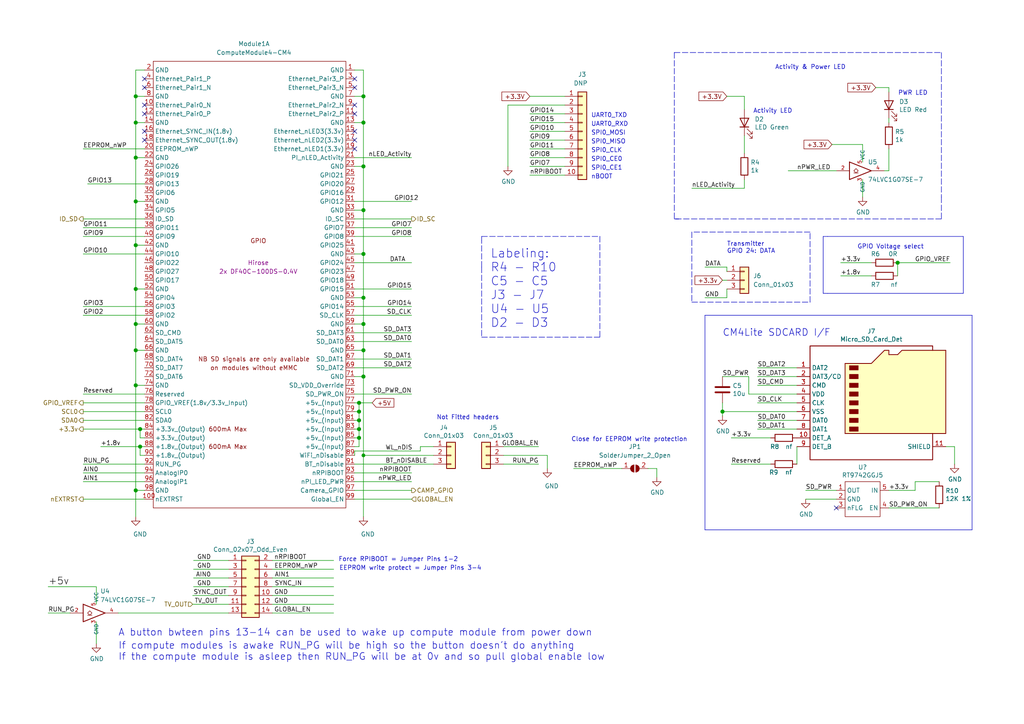
<source format=kicad_sch>
(kicad_sch (version 20210621) (generator eeschema)

  (uuid cb684eed-3081-49a3-96fa-5d9da736421c)

  (paper "A4")

  (title_block
    (title "Drone Compute Module 4 Base Carrier")
    (date "2021-10-05")
    (rev "v01")
    (comment 2 "creativecommons.org/licenses/by-sa/4.0")
    (comment 3 "License: CC BY-SA 4.0")
    (comment 4 "Used by: Chase W. & Kaden T.")
    (comment 5 "Originated from Shawn Hymel")
  )

  (lib_symbols
    (symbol "CM4IO:74LVC1G07_copy" (in_bom yes) (on_board yes)
      (property "Reference" "U" (id 0) (at -2.54 3.81 0)
        (effects (font (size 1.27 1.27)))
      )
      (property "Value" "74LVC1G07_copy" (id 1) (at 0 -3.81 0)
        (effects (font (size 1.27 1.27)))
      )
      (property "Footprint" "Package_TO_SOT_SMD:SOT-353_SC-70-5" (id 2) (at 0 0 0)
        (effects (font (size 1.27 1.27)) hide)
      )
      (property "Datasheet" "http://www.ti.com/lit/sg/scyt129e/scyt129e.pdf" (id 3) (at 0 0 0)
        (effects (font (size 1.27 1.27)) hide)
      )
      (property "ki_keywords" "Single Gate Buff LVC CMOS Open Drain" (id 4) (at 0 0 0)
        (effects (font (size 1.27 1.27)) hide)
      )
      (property "ki_description" "Single Buffer Gate w/ Open Drain, Low-Voltage CMOS" (id 5) (at 0 0 0)
        (effects (font (size 1.27 1.27)) hide)
      )
      (property "ki_fp_filters" "SOT* SG-*" (id 6) (at 0 0 0)
        (effects (font (size 1.27 1.27)) hide)
      )
      (symbol "74LVC1G07_copy_0_1"
        (polyline
          (pts
            (xy -2.54 -0.635)
            (xy -1.27 -0.635)
          )
          (stroke (width 0)) (fill (type none))
        )
        (polyline
          (pts
            (xy -3.81 2.54)
            (xy -3.81 -2.54)
            (xy 2.54 0)
            (xy -3.81 2.54)
          )
          (stroke (width 0.254)) (fill (type none))
        )
        (polyline
          (pts
            (xy -1.905 0.635)
            (xy -2.54 0)
            (xy -1.905 -0.635)
            (xy -1.27 0)
            (xy -1.905 0.635)
          )
          (stroke (width 0)) (fill (type none))
        )
      )
      (symbol "74LVC1G07_copy_1_1"
        (pin input line (at -7.62 0 0) (length 3.81)
          (name "~" (effects (font (size 1.016 1.016))))
          (number "2" (effects (font (size 1.016 1.016))))
        )
        (pin power_in line (at 0 -2.54 270) (length 0)
          (name "GND" (effects (font (size 1.016 1.016))))
          (number "3" (effects (font (size 1.016 1.016))))
        )
        (pin open_collector line (at 6.35 0 180) (length 3.81)
          (name "~" (effects (font (size 1.016 1.016))))
          (number "4" (effects (font (size 1.016 1.016))))
        )
        (pin power_in line (at 0 2.54 90) (length 0)
          (name "VCC" (effects (font (size 1.016 1.016))))
          (number "5" (effects (font (size 1.016 1.016))))
        )
      )
    )
    (symbol "CM4IO:ComputeModule4-CM4" (in_bom yes) (on_board yes)
      (property "Reference" "Module" (id 0) (at 113.03 -68.58 0)
        (effects (font (size 1.27 1.27)))
      )
      (property "Value" "ComputeModule4-CM4" (id 1) (at 140.97 2.54 0)
        (effects (font (size 1.27 1.27)))
      )
      (property "Footprint" "CM4IO:Raspberry-Pi-4-Compute-Module" (id 2) (at 142.24 -26.67 0)
        (effects (font (size 1.27 1.27)) hide)
      )
      (property "Datasheet" "" (id 3) (at 142.24 -26.67 0)
        (effects (font (size 1.27 1.27)) hide)
      )
      (property "Manufacturer" "Hirose" (id 4) (at 0 0 0)
        (effects (font (size 1.27 1.27)))
      )
      (property "MPN" "2x DF40C-100DS-0.4V" (id 5) (at 0 -2.54 0)
        (effects (font (size 1.27 1.27)))
      )
      (property "Digi-Key_PN" "2x H11615CT-ND" (id 6) (at 0 0 0)
        (effects (font (size 1.27 1.27)) hide)
      )
      (property "Digi-Key_PN (Alt)" "2x H124602CT-ND" (id 7) (at 0 0 0)
        (effects (font (size 1.27 1.27)) hide)
      )
      (property "MPN (Alt)" "2x DF40HC(3.0)-100DS-0.4V" (id 8) (at 0 0 0)
        (effects (font (size 1.27 1.27)))
      )
      (symbol "ComputeModule4-CM4_1_0"
        (text "GPIO" (at 0 6.35 0)
          (effects (font (size 1.27 1.27)))
        )
      )
      (symbol "ComputeModule4-CM4_1_1"
        (text "600mA Max" (at -8.89 -53.34 0)
          (effects (font (size 1.27 1.27)))
        )
        (text "600mA Max" (at -8.89 -48.26 0)
          (effects (font (size 1.27 1.27)))
        )
        (text "NB SD signals are only available" (at -1.27 -27.94 0)
          (effects (font (size 1.27 1.27)))
        )
        (text "on modules without eMMC" (at -1.27 -30.48 0)
          (effects (font (size 1.27 1.27)))
        )
        (rectangle (start -30.48 -71.12) (end 25.4 58.42)
          (stroke (width 0)) (fill (type none))
        )
        (pin power_in line (at 27.94 55.88 180) (length 2.54)
          (name "GND" (effects (font (size 1.27 1.27))))
          (number "1" (effects (font (size 1.27 1.27))))
        )
        (pin passive line (at -33.02 45.72 0) (length 2.54)
          (name "Ethernet_Pair0_N" (effects (font (size 1.27 1.27))))
          (number "10" (effects (font (size 1.27 1.27))))
        )
        (pin output line (at -33.02 -68.58 0) (length 2.54)
          (name "nEXTRST" (effects (font (size 1.27 1.27))))
          (number "100" (effects (font (size 1.27 1.27))))
        )
        (pin passive line (at 27.94 43.18 180) (length 2.54)
          (name "Ethernet_Pair2_P" (effects (font (size 1.27 1.27))))
          (number "11" (effects (font (size 1.27 1.27))))
        )
        (pin passive line (at -33.02 43.18 0) (length 2.54)
          (name "Ethernet_Pair0_P" (effects (font (size 1.27 1.27))))
          (number "12" (effects (font (size 1.27 1.27))))
        )
        (pin power_in line (at 27.94 40.64 180) (length 2.54)
          (name "GND" (effects (font (size 1.27 1.27))))
          (number "13" (effects (font (size 1.27 1.27))))
        )
        (pin power_in line (at -33.02 40.64 0) (length 2.54)
          (name "GND" (effects (font (size 1.27 1.27))))
          (number "14" (effects (font (size 1.27 1.27))))
        )
        (pin output line (at 27.94 38.1 180) (length 2.54)
          (name "Ethernet_nLED3(3.3v)" (effects (font (size 1.27 1.27))))
          (number "15" (effects (font (size 1.27 1.27))))
        )
        (pin input line (at -33.02 38.1 0) (length 2.54)
          (name "Ethernet_SYNC_IN(1.8v)" (effects (font (size 1.27 1.27))))
          (number "16" (effects (font (size 1.27 1.27))))
        )
        (pin output line (at 27.94 35.56 180) (length 2.54)
          (name "Ethernet_nLED2(3.3v)" (effects (font (size 1.27 1.27))))
          (number "17" (effects (font (size 1.27 1.27))))
        )
        (pin input line (at -33.02 35.56 0) (length 2.54)
          (name "Ethernet_SYNC_OUT(1.8v)" (effects (font (size 1.27 1.27))))
          (number "18" (effects (font (size 1.27 1.27))))
        )
        (pin output line (at 27.94 33.02 180) (length 2.54)
          (name "Ethernet_nLED1(3.3v)" (effects (font (size 1.27 1.27))))
          (number "19" (effects (font (size 1.27 1.27))))
        )
        (pin power_in line (at -33.02 55.88 0) (length 2.54)
          (name "GND" (effects (font (size 1.27 1.27))))
          (number "2" (effects (font (size 1.27 1.27))))
        )
        (pin passive line (at -33.02 33.02 0) (length 2.54)
          (name "EEPROM_nWP" (effects (font (size 1.27 1.27))))
          (number "20" (effects (font (size 1.27 1.27))))
        )
        (pin open_collector line (at 27.94 30.48 180) (length 2.54)
          (name "PI_nLED_Activity" (effects (font (size 1.27 1.27))))
          (number "21" (effects (font (size 1.27 1.27))))
        )
        (pin power_in line (at -33.02 30.48 0) (length 2.54)
          (name "GND" (effects (font (size 1.27 1.27))))
          (number "22" (effects (font (size 1.27 1.27))))
        )
        (pin power_in line (at 27.94 27.94 180) (length 2.54)
          (name "GND" (effects (font (size 1.27 1.27))))
          (number "23" (effects (font (size 1.27 1.27))))
        )
        (pin passive line (at -33.02 27.94 0) (length 2.54)
          (name "GPIO26" (effects (font (size 1.27 1.27))))
          (number "24" (effects (font (size 1.27 1.27))))
        )
        (pin passive line (at 27.94 25.4 180) (length 2.54)
          (name "GPIO21" (effects (font (size 1.27 1.27))))
          (number "25" (effects (font (size 1.27 1.27))))
        )
        (pin passive line (at -33.02 25.4 0) (length 2.54)
          (name "GPIO19" (effects (font (size 1.27 1.27))))
          (number "26" (effects (font (size 1.27 1.27))))
        )
        (pin passive line (at 27.94 22.86 180) (length 2.54)
          (name "GPIO20" (effects (font (size 1.27 1.27))))
          (number "27" (effects (font (size 1.27 1.27))))
        )
        (pin passive line (at -33.02 22.86 0) (length 2.54)
          (name "GPIO13" (effects (font (size 1.27 1.27))))
          (number "28" (effects (font (size 1.27 1.27))))
        )
        (pin passive line (at 27.94 20.32 180) (length 2.54)
          (name "GPIO16" (effects (font (size 1.27 1.27))))
          (number "29" (effects (font (size 1.27 1.27))))
        )
        (pin passive line (at 27.94 53.34 180) (length 2.54)
          (name "Ethernet_Pair3_P" (effects (font (size 1.27 1.27))))
          (number "3" (effects (font (size 1.27 1.27))))
        )
        (pin passive line (at -33.02 20.32 0) (length 2.54)
          (name "GPIO6" (effects (font (size 1.27 1.27))))
          (number "30" (effects (font (size 1.27 1.27))))
        )
        (pin passive line (at 27.94 17.78 180) (length 2.54)
          (name "GPIO12" (effects (font (size 1.27 1.27))))
          (number "31" (effects (font (size 1.27 1.27))))
        )
        (pin power_in line (at -33.02 17.78 0) (length 2.54)
          (name "GND" (effects (font (size 1.27 1.27))))
          (number "32" (effects (font (size 1.27 1.27))))
        )
        (pin power_in line (at 27.94 15.24 180) (length 2.54)
          (name "GND" (effects (font (size 1.27 1.27))))
          (number "33" (effects (font (size 1.27 1.27))))
        )
        (pin passive line (at -33.02 15.24 0) (length 2.54)
          (name "GPIO5" (effects (font (size 1.27 1.27))))
          (number "34" (effects (font (size 1.27 1.27))))
        )
        (pin passive line (at 27.94 12.7 180) (length 2.54)
          (name "ID_SC" (effects (font (size 1.27 1.27))))
          (number "35" (effects (font (size 1.27 1.27))))
        )
        (pin passive line (at -33.02 12.7 0) (length 2.54)
          (name "ID_SD" (effects (font (size 1.27 1.27))))
          (number "36" (effects (font (size 1.27 1.27))))
        )
        (pin passive line (at 27.94 10.16 180) (length 2.54)
          (name "GPIO7" (effects (font (size 1.27 1.27))))
          (number "37" (effects (font (size 1.27 1.27))))
        )
        (pin passive line (at -33.02 10.16 0) (length 2.54)
          (name "GPIO11" (effects (font (size 1.27 1.27))))
          (number "38" (effects (font (size 1.27 1.27))))
        )
        (pin passive line (at 27.94 7.62 180) (length 2.54)
          (name "GPIO8" (effects (font (size 1.27 1.27))))
          (number "39" (effects (font (size 1.27 1.27))))
        )
        (pin passive line (at -33.02 53.34 0) (length 2.54)
          (name "Ethernet_Pair1_P" (effects (font (size 1.27 1.27))))
          (number "4" (effects (font (size 1.27 1.27))))
        )
        (pin passive line (at -33.02 7.62 0) (length 2.54)
          (name "GPIO9" (effects (font (size 1.27 1.27))))
          (number "40" (effects (font (size 1.27 1.27))))
        )
        (pin passive line (at 27.94 5.08 180) (length 2.54)
          (name "GPIO25" (effects (font (size 1.27 1.27))))
          (number "41" (effects (font (size 1.27 1.27))))
        )
        (pin power_in line (at -33.02 5.08 0) (length 2.54)
          (name "GND" (effects (font (size 1.27 1.27))))
          (number "42" (effects (font (size 1.27 1.27))))
        )
        (pin power_in line (at 27.94 2.54 180) (length 2.54)
          (name "GND" (effects (font (size 1.27 1.27))))
          (number "43" (effects (font (size 1.27 1.27))))
        )
        (pin passive line (at -33.02 2.54 0) (length 2.54)
          (name "GPIO10" (effects (font (size 1.27 1.27))))
          (number "44" (effects (font (size 1.27 1.27))))
        )
        (pin passive line (at 27.94 0 180) (length 2.54)
          (name "GPIO24" (effects (font (size 1.27 1.27))))
          (number "45" (effects (font (size 1.27 1.27))))
        )
        (pin passive line (at -33.02 0 0) (length 2.54)
          (name "GPIO22" (effects (font (size 1.27 1.27))))
          (number "46" (effects (font (size 1.27 1.27))))
        )
        (pin passive line (at 27.94 -2.54 180) (length 2.54)
          (name "GPIO23" (effects (font (size 1.27 1.27))))
          (number "47" (effects (font (size 1.27 1.27))))
        )
        (pin passive line (at -33.02 -2.54 0) (length 2.54)
          (name "GPIO27" (effects (font (size 1.27 1.27))))
          (number "48" (effects (font (size 1.27 1.27))))
        )
        (pin passive line (at 27.94 -5.08 180) (length 2.54)
          (name "GPIO18" (effects (font (size 1.27 1.27))))
          (number "49" (effects (font (size 1.27 1.27))))
        )
        (pin passive line (at 27.94 50.8 180) (length 2.54)
          (name "Ethernet_Pair3_N" (effects (font (size 1.27 1.27))))
          (number "5" (effects (font (size 1.27 1.27))))
        )
        (pin passive line (at -33.02 -5.08 0) (length 2.54)
          (name "GPIO17" (effects (font (size 1.27 1.27))))
          (number "50" (effects (font (size 1.27 1.27))))
        )
        (pin passive line (at 27.94 -7.62 180) (length 2.54)
          (name "GPIO15" (effects (font (size 1.27 1.27))))
          (number "51" (effects (font (size 1.27 1.27))))
        )
        (pin power_in line (at -33.02 -7.62 0) (length 2.54)
          (name "GND" (effects (font (size 1.27 1.27))))
          (number "52" (effects (font (size 1.27 1.27))))
        )
        (pin power_in line (at 27.94 -10.16 180) (length 2.54)
          (name "GND" (effects (font (size 1.27 1.27))))
          (number "53" (effects (font (size 1.27 1.27))))
        )
        (pin passive line (at -33.02 -10.16 0) (length 2.54)
          (name "GPIO4" (effects (font (size 1.27 1.27))))
          (number "54" (effects (font (size 1.27 1.27))))
        )
        (pin passive line (at 27.94 -12.7 180) (length 2.54)
          (name "GPIO14" (effects (font (size 1.27 1.27))))
          (number "55" (effects (font (size 1.27 1.27))))
        )
        (pin passive line (at -33.02 -12.7 0) (length 2.54)
          (name "GPIO3" (effects (font (size 1.27 1.27))))
          (number "56" (effects (font (size 1.27 1.27))))
        )
        (pin passive line (at 27.94 -15.24 180) (length 2.54)
          (name "SD_CLK" (effects (font (size 1.27 1.27))))
          (number "57" (effects (font (size 1.27 1.27))))
        )
        (pin passive line (at -33.02 -15.24 0) (length 2.54)
          (name "GPIO2" (effects (font (size 1.27 1.27))))
          (number "58" (effects (font (size 1.27 1.27))))
        )
        (pin power_in line (at 27.94 -17.78 180) (length 2.54)
          (name "GND" (effects (font (size 1.27 1.27))))
          (number "59" (effects (font (size 1.27 1.27))))
        )
        (pin passive line (at -33.02 50.8 0) (length 2.54)
          (name "Ethernet_Pair1_N" (effects (font (size 1.27 1.27))))
          (number "6" (effects (font (size 1.27 1.27))))
        )
        (pin power_in line (at -33.02 -17.78 0) (length 2.54)
          (name "GND" (effects (font (size 1.27 1.27))))
          (number "60" (effects (font (size 1.27 1.27))))
        )
        (pin passive line (at 27.94 -20.32 180) (length 2.54)
          (name "SD_DAT3" (effects (font (size 1.27 1.27))))
          (number "61" (effects (font (size 1.27 1.27))))
        )
        (pin passive line (at -33.02 -20.32 0) (length 2.54)
          (name "SD_CMD" (effects (font (size 1.27 1.27))))
          (number "62" (effects (font (size 1.27 1.27))))
        )
        (pin passive line (at 27.94 -22.86 180) (length 2.54)
          (name "SD_DAT0" (effects (font (size 1.27 1.27))))
          (number "63" (effects (font (size 1.27 1.27))))
        )
        (pin passive line (at -33.02 -22.86 0) (length 2.54)
          (name "SD_DAT5" (effects (font (size 1.27 1.27))))
          (number "64" (effects (font (size 1.27 1.27))))
        )
        (pin power_in line (at 27.94 -25.4 180) (length 2.54)
          (name "GND" (effects (font (size 1.27 1.27))))
          (number "65" (effects (font (size 1.27 1.27))))
        )
        (pin power_in line (at -33.02 -25.4 0) (length 2.54)
          (name "GND" (effects (font (size 1.27 1.27))))
          (number "66" (effects (font (size 1.27 1.27))))
        )
        (pin passive line (at 27.94 -27.94 180) (length 2.54)
          (name "SD_DAT1" (effects (font (size 1.27 1.27))))
          (number "67" (effects (font (size 1.27 1.27))))
        )
        (pin passive line (at -33.02 -27.94 0) (length 2.54)
          (name "SD_DAT4" (effects (font (size 1.27 1.27))))
          (number "68" (effects (font (size 1.27 1.27))))
        )
        (pin passive line (at 27.94 -30.48 180) (length 2.54)
          (name "SD_DAT2" (effects (font (size 1.27 1.27))))
          (number "69" (effects (font (size 1.27 1.27))))
        )
        (pin power_in line (at 27.94 48.26 180) (length 2.54)
          (name "GND" (effects (font (size 1.27 1.27))))
          (number "7" (effects (font (size 1.27 1.27))))
        )
        (pin passive line (at -33.02 -30.48 0) (length 2.54)
          (name "SD_DAT7" (effects (font (size 1.27 1.27))))
          (number "70" (effects (font (size 1.27 1.27))))
        )
        (pin power_in line (at 27.94 -33.02 180) (length 2.54)
          (name "GND" (effects (font (size 1.27 1.27))))
          (number "71" (effects (font (size 1.27 1.27))))
        )
        (pin passive line (at -33.02 -33.02 0) (length 2.54)
          (name "SD_DAT6" (effects (font (size 1.27 1.27))))
          (number "72" (effects (font (size 1.27 1.27))))
        )
        (pin input line (at 27.94 -35.56 180) (length 2.54)
          (name "SD_VDD_Override" (effects (font (size 1.27 1.27))))
          (number "73" (effects (font (size 1.27 1.27))))
        )
        (pin power_in line (at -33.02 -35.56 0) (length 2.54)
          (name "GND" (effects (font (size 1.27 1.27))))
          (number "74" (effects (font (size 1.27 1.27))))
        )
        (pin output line (at 27.94 -38.1 180) (length 2.54)
          (name "SD_PWR_ON" (effects (font (size 1.27 1.27))))
          (number "75" (effects (font (size 1.27 1.27))))
        )
        (pin passive line (at -33.02 -38.1 0) (length 2.54)
          (name "Reserved" (effects (font (size 1.27 1.27))))
          (number "76" (effects (font (size 1.27 1.27))))
        )
        (pin power_in line (at 27.94 -40.64 180) (length 2.54)
          (name "+5v_(Input)" (effects (font (size 1.27 1.27))))
          (number "77" (effects (font (size 1.27 1.27))))
        )
        (pin power_in line (at -33.02 -40.64 0) (length 2.54)
          (name "GPIO_VREF(1.8v/3.3v_Input)" (effects (font (size 1.27 1.27))))
          (number "78" (effects (font (size 1.27 1.27))))
        )
        (pin power_in line (at 27.94 -43.18 180) (length 2.54)
          (name "+5v_(Input)" (effects (font (size 1.27 1.27))))
          (number "79" (effects (font (size 1.27 1.27))))
        )
        (pin power_in line (at -33.02 48.26 0) (length 2.54)
          (name "GND" (effects (font (size 1.27 1.27))))
          (number "8" (effects (font (size 1.27 1.27))))
        )
        (pin passive line (at -33.02 -43.18 0) (length 2.54)
          (name "SCL0" (effects (font (size 1.27 1.27))))
          (number "80" (effects (font (size 1.27 1.27))))
        )
        (pin power_in line (at 27.94 -45.72 180) (length 2.54)
          (name "+5v_(Input)" (effects (font (size 1.27 1.27))))
          (number "81" (effects (font (size 1.27 1.27))))
        )
        (pin passive line (at -33.02 -45.72 0) (length 2.54)
          (name "SDA0" (effects (font (size 1.27 1.27))))
          (number "82" (effects (font (size 1.27 1.27))))
        )
        (pin power_in line (at 27.94 -48.26 180) (length 2.54)
          (name "+5v_(Input)" (effects (font (size 1.27 1.27))))
          (number "83" (effects (font (size 1.27 1.27))))
        )
        (pin power_out line (at -33.02 -48.26 0) (length 2.54)
          (name "+3.3v_(Output)" (effects (font (size 1.27 1.27))))
          (number "84" (effects (font (size 1.27 1.27))))
        )
        (pin power_in line (at 27.94 -50.8 180) (length 2.54)
          (name "+5v_(Input)" (effects (font (size 1.27 1.27))))
          (number "85" (effects (font (size 1.27 1.27))))
        )
        (pin power_out line (at -33.02 -50.8 0) (length 2.54)
          (name "+3.3v_(Output)" (effects (font (size 1.27 1.27))))
          (number "86" (effects (font (size 1.27 1.27))))
        )
        (pin power_in line (at 27.94 -53.34 180) (length 2.54)
          (name "+5v_(Input)" (effects (font (size 1.27 1.27))))
          (number "87" (effects (font (size 1.27 1.27))))
        )
        (pin power_out line (at -33.02 -53.34 0) (length 2.54)
          (name "+1.8v_(Output)" (effects (font (size 1.27 1.27))))
          (number "88" (effects (font (size 1.27 1.27))))
        )
        (pin power_in line (at 27.94 -55.88 180) (length 2.54)
          (name "WiFi_nDisable" (effects (font (size 1.27 1.27))))
          (number "89" (effects (font (size 1.27 1.27))))
        )
        (pin passive line (at 27.94 45.72 180) (length 2.54)
          (name "Ethernet_Pair2_N" (effects (font (size 1.27 1.27))))
          (number "9" (effects (font (size 1.27 1.27))))
        )
        (pin power_out line (at -33.02 -55.88 0) (length 2.54)
          (name "+1.8v_(Output)" (effects (font (size 1.27 1.27))))
          (number "90" (effects (font (size 1.27 1.27))))
        )
        (pin power_in line (at 27.94 -58.42 180) (length 2.54)
          (name "BT_nDisable" (effects (font (size 1.27 1.27))))
          (number "91" (effects (font (size 1.27 1.27))))
        )
        (pin passive line (at -33.02 -58.42 0) (length 2.54)
          (name "RUN_PG" (effects (font (size 1.27 1.27))))
          (number "92" (effects (font (size 1.27 1.27))))
        )
        (pin input line (at 27.94 -60.96 180) (length 2.54)
          (name "nRPIBOOT" (effects (font (size 1.27 1.27))))
          (number "93" (effects (font (size 1.27 1.27))))
        )
        (pin passive line (at -33.02 -60.96 0) (length 2.54)
          (name "AnalogIP0" (effects (font (size 1.27 1.27))))
          (number "94" (effects (font (size 1.27 1.27))))
        )
        (pin output line (at 27.94 -63.5 180) (length 2.54)
          (name "nPI_LED_PWR" (effects (font (size 1.27 1.27))))
          (number "95" (effects (font (size 1.27 1.27))))
        )
        (pin passive line (at -33.02 -63.5 0) (length 2.54)
          (name "AnalogIP1" (effects (font (size 1.27 1.27))))
          (number "96" (effects (font (size 1.27 1.27))))
        )
        (pin passive line (at 27.94 -66.04 180) (length 2.54)
          (name "Camera_GPIO" (effects (font (size 1.27 1.27))))
          (number "97" (effects (font (size 1.27 1.27))))
        )
        (pin power_in line (at -33.02 -66.04 0) (length 2.54)
          (name "GND" (effects (font (size 1.27 1.27))))
          (number "98" (effects (font (size 1.27 1.27))))
        )
        (pin input line (at 27.94 -68.58 180) (length 2.54)
          (name "Global_EN" (effects (font (size 1.27 1.27))))
          (number "99" (effects (font (size 1.27 1.27))))
        )
      )
      (symbol "ComputeModule4-CM4_2_1"
        (text "High Speed Serial" (at 140.97 0 0)
          (effects (font (size 1.27 1.27)))
        )
        (rectangle (start 114.3 -66.04) (end 165.1 63.5)
          (stroke (width 0)) (fill (type none))
        )
        (pin input line (at 170.18 60.96 180) (length 5.08)
          (name "USB_OTG_ID" (effects (font (size 1.27 1.27))))
          (number "101" (effects (font (size 1.27 1.27))))
        )
        (pin input line (at 109.22 60.96 0) (length 5.08)
          (name "PCIe_CLK_nREQ" (effects (font (size 1.27 1.27))))
          (number "102" (effects (font (size 1.27 1.27))))
        )
        (pin passive line (at 170.18 58.42 180) (length 5.08)
          (name "USB2_N" (effects (font (size 1.27 1.27))))
          (number "103" (effects (font (size 1.27 1.27))))
        )
        (pin passive line (at 109.22 58.42 0) (length 5.08)
          (name "Reserved" (effects (font (size 1.27 1.27))))
          (number "104" (effects (font (size 1.27 1.27))))
        )
        (pin passive line (at 170.18 55.88 180) (length 5.08)
          (name "USB2_P" (effects (font (size 1.27 1.27))))
          (number "105" (effects (font (size 1.27 1.27))))
        )
        (pin passive line (at 109.22 55.88 0) (length 5.08)
          (name "Reserved" (effects (font (size 1.27 1.27))))
          (number "106" (effects (font (size 1.27 1.27))))
        )
        (pin power_in line (at 170.18 53.34 180) (length 5.08)
          (name "GND" (effects (font (size 1.27 1.27))))
          (number "107" (effects (font (size 1.27 1.27))))
        )
        (pin power_in line (at 109.22 53.34 0) (length 5.08)
          (name "GND" (effects (font (size 1.27 1.27))))
          (number "108" (effects (font (size 1.27 1.27))))
        )
        (pin bidirectional line (at 170.18 50.8 180) (length 5.08)
          (name "PCIe_nRST" (effects (font (size 1.27 1.27))))
          (number "109" (effects (font (size 1.27 1.27))))
        )
        (pin output line (at 109.22 50.8 0) (length 5.08)
          (name "PCIe_CLK_P" (effects (font (size 1.27 1.27))))
          (number "110" (effects (font (size 1.27 1.27))))
        )
        (pin passive line (at 170.18 48.26 180) (length 5.08)
          (name "VDAC_COMP" (effects (font (size 1.27 1.27))))
          (number "111" (effects (font (size 1.27 1.27))))
        )
        (pin output line (at 109.22 48.26 0) (length 5.08)
          (name "PCIe_CLK_N" (effects (font (size 1.27 1.27))))
          (number "112" (effects (font (size 1.27 1.27))))
        )
        (pin power_in line (at 170.18 45.72 180) (length 5.08)
          (name "GND" (effects (font (size 1.27 1.27))))
          (number "113" (effects (font (size 1.27 1.27))))
        )
        (pin power_in line (at 109.22 45.72 0) (length 5.08)
          (name "GND" (effects (font (size 1.27 1.27))))
          (number "114" (effects (font (size 1.27 1.27))))
        )
        (pin input line (at 170.18 43.18 180) (length 5.08)
          (name "CAM1_D0_N" (effects (font (size 1.27 1.27))))
          (number "115" (effects (font (size 1.27 1.27))))
        )
        (pin input line (at 109.22 43.18 0) (length 5.08)
          (name "PCIe_RX_P" (effects (font (size 1.27 1.27))))
          (number "116" (effects (font (size 1.27 1.27))))
        )
        (pin input line (at 170.18 40.64 180) (length 5.08)
          (name "CAM1_D0_P" (effects (font (size 1.27 1.27))))
          (number "117" (effects (font (size 1.27 1.27))))
        )
        (pin input line (at 109.22 40.64 0) (length 5.08)
          (name "PCIe_RX_N" (effects (font (size 1.27 1.27))))
          (number "118" (effects (font (size 1.27 1.27))))
        )
        (pin power_in line (at 170.18 38.1 180) (length 5.08)
          (name "GND" (effects (font (size 1.27 1.27))))
          (number "119" (effects (font (size 1.27 1.27))))
        )
        (pin power_in line (at 109.22 38.1 0) (length 5.08)
          (name "GND" (effects (font (size 1.27 1.27))))
          (number "120" (effects (font (size 1.27 1.27))))
        )
        (pin input line (at 170.18 35.56 180) (length 5.08)
          (name "CAM1_D1_N" (effects (font (size 1.27 1.27))))
          (number "121" (effects (font (size 1.27 1.27))))
        )
        (pin output line (at 109.22 35.56 0) (length 5.08)
          (name "PCIe_TX_P" (effects (font (size 1.27 1.27))))
          (number "122" (effects (font (size 1.27 1.27))))
        )
        (pin input line (at 170.18 33.02 180) (length 5.08)
          (name "CAM1_D1_P" (effects (font (size 1.27 1.27))))
          (number "123" (effects (font (size 1.27 1.27))))
        )
        (pin output line (at 109.22 33.02 0) (length 5.08)
          (name "PCIe_TX_N" (effects (font (size 1.27 1.27))))
          (number "124" (effects (font (size 1.27 1.27))))
        )
        (pin power_in line (at 170.18 30.48 180) (length 5.08)
          (name "GND" (effects (font (size 1.27 1.27))))
          (number "125" (effects (font (size 1.27 1.27))))
        )
        (pin power_in line (at 109.22 30.48 0) (length 5.08)
          (name "GND" (effects (font (size 1.27 1.27))))
          (number "126" (effects (font (size 1.27 1.27))))
        )
        (pin input line (at 170.18 27.94 180) (length 5.08)
          (name "CAM1_C_N" (effects (font (size 1.27 1.27))))
          (number "127" (effects (font (size 1.27 1.27))))
        )
        (pin input line (at 109.22 27.94 0) (length 5.08)
          (name "CAM0_D0_N" (effects (font (size 1.27 1.27))))
          (number "128" (effects (font (size 1.27 1.27))))
        )
        (pin input line (at 170.18 25.4 180) (length 5.08)
          (name "CAM1_C_P" (effects (font (size 1.27 1.27))))
          (number "129" (effects (font (size 1.27 1.27))))
        )
        (pin input line (at 109.22 25.4 0) (length 5.08)
          (name "CAM0_D0_P" (effects (font (size 1.27 1.27))))
          (number "130" (effects (font (size 1.27 1.27))))
        )
        (pin power_in line (at 170.18 22.86 180) (length 5.08)
          (name "GND" (effects (font (size 1.27 1.27))))
          (number "131" (effects (font (size 1.27 1.27))))
        )
        (pin power_in line (at 109.22 22.86 0) (length 5.08)
          (name "GND" (effects (font (size 1.27 1.27))))
          (number "132" (effects (font (size 1.27 1.27))))
        )
        (pin input line (at 170.18 20.32 180) (length 5.08)
          (name "CAM1_D2_N" (effects (font (size 1.27 1.27))))
          (number "133" (effects (font (size 1.27 1.27))))
        )
        (pin input line (at 109.22 20.32 0) (length 5.08)
          (name "CAM0_D1_N" (effects (font (size 1.27 1.27))))
          (number "134" (effects (font (size 1.27 1.27))))
        )
        (pin input line (at 170.18 17.78 180) (length 5.08)
          (name "CAM1_D2_P" (effects (font (size 1.27 1.27))))
          (number "135" (effects (font (size 1.27 1.27))))
        )
        (pin input line (at 109.22 17.78 0) (length 5.08)
          (name "CAM0_D1_P" (effects (font (size 1.27 1.27))))
          (number "136" (effects (font (size 1.27 1.27))))
        )
        (pin power_in line (at 170.18 15.24 180) (length 5.08)
          (name "GND" (effects (font (size 1.27 1.27))))
          (number "137" (effects (font (size 1.27 1.27))))
        )
        (pin power_in line (at 109.22 15.24 0) (length 5.08)
          (name "GND" (effects (font (size 1.27 1.27))))
          (number "138" (effects (font (size 1.27 1.27))))
        )
        (pin input line (at 170.18 12.7 180) (length 5.08)
          (name "CAM1_D3_N" (effects (font (size 1.27 1.27))))
          (number "139" (effects (font (size 1.27 1.27))))
        )
        (pin input line (at 109.22 12.7 0) (length 5.08)
          (name "CAM0_C_N" (effects (font (size 1.27 1.27))))
          (number "140" (effects (font (size 1.27 1.27))))
        )
        (pin input line (at 170.18 10.16 180) (length 5.08)
          (name "CAM1_D3_P" (effects (font (size 1.27 1.27))))
          (number "141" (effects (font (size 1.27 1.27))))
        )
        (pin input line (at 109.22 10.16 0) (length 5.08)
          (name "CAM0_C_P" (effects (font (size 1.27 1.27))))
          (number "142" (effects (font (size 1.27 1.27))))
        )
        (pin input line (at 170.18 7.62 180) (length 5.08)
          (name "HDMI1_HOTPLUG" (effects (font (size 1.27 1.27))))
          (number "143" (effects (font (size 1.27 1.27))))
        )
        (pin power_in line (at 109.22 7.62 0) (length 5.08)
          (name "GND" (effects (font (size 1.27 1.27))))
          (number "144" (effects (font (size 1.27 1.27))))
        )
        (pin bidirectional line (at 170.18 5.08 180) (length 5.08)
          (name "HDMI1_SDA" (effects (font (size 1.27 1.27))))
          (number "145" (effects (font (size 1.27 1.27))))
        )
        (pin output line (at 109.22 5.08 0) (length 5.08)
          (name "HDMI1_TX2_P" (effects (font (size 1.27 1.27))))
          (number "146" (effects (font (size 1.27 1.27))))
        )
        (pin open_collector line (at 170.18 2.54 180) (length 5.08)
          (name "HDMI1_SCL" (effects (font (size 1.27 1.27))))
          (number "147" (effects (font (size 1.27 1.27))))
        )
        (pin output line (at 109.22 2.54 0) (length 5.08)
          (name "HDMI1_TX2_N" (effects (font (size 1.27 1.27))))
          (number "148" (effects (font (size 1.27 1.27))))
        )
        (pin open_collector line (at 170.18 0 180) (length 5.08)
          (name "HDMI1_CEC" (effects (font (size 1.27 1.27))))
          (number "149" (effects (font (size 1.27 1.27))))
        )
        (pin power_in line (at 109.22 0 0) (length 5.08)
          (name "GND" (effects (font (size 1.27 1.27))))
          (number "150" (effects (font (size 1.27 1.27))))
        )
        (pin open_collector line (at 170.18 -2.54 180) (length 5.08)
          (name "HDMI0_CEC" (effects (font (size 1.27 1.27))))
          (number "151" (effects (font (size 1.27 1.27))))
        )
        (pin output line (at 109.22 -2.54 0) (length 5.08)
          (name "HDMI1_TX1_P" (effects (font (size 1.27 1.27))))
          (number "152" (effects (font (size 1.27 1.27))))
        )
        (pin input line (at 170.18 -5.08 180) (length 5.08)
          (name "HDMI0_HOTPLUG" (effects (font (size 1.27 1.27))))
          (number "153" (effects (font (size 1.27 1.27))))
        )
        (pin output line (at 109.22 -5.08 0) (length 5.08)
          (name "HDMI1_TX1_N" (effects (font (size 1.27 1.27))))
          (number "154" (effects (font (size 1.27 1.27))))
        )
        (pin power_in line (at 170.18 -7.62 180) (length 5.08)
          (name "GND" (effects (font (size 1.27 1.27))))
          (number "155" (effects (font (size 1.27 1.27))))
        )
        (pin power_in line (at 109.22 -7.62 0) (length 5.08)
          (name "GND" (effects (font (size 1.27 1.27))))
          (number "156" (effects (font (size 1.27 1.27))))
        )
        (pin output line (at 170.18 -10.16 180) (length 5.08)
          (name "DSI0_D0_N" (effects (font (size 1.27 1.27))))
          (number "157" (effects (font (size 1.27 1.27))))
        )
        (pin output line (at 109.22 -10.16 0) (length 5.08)
          (name "HDMI1_TX0_P" (effects (font (size 1.27 1.27))))
          (number "158" (effects (font (size 1.27 1.27))))
        )
        (pin output line (at 170.18 -12.7 180) (length 5.08)
          (name "DSI0_D0_P" (effects (font (size 1.27 1.27))))
          (number "159" (effects (font (size 1.27 1.27))))
        )
        (pin output line (at 109.22 -12.7 0) (length 5.08)
          (name "HDMI1_TX0_N" (effects (font (size 1.27 1.27))))
          (number "160" (effects (font (size 1.27 1.27))))
        )
        (pin power_in line (at 170.18 -15.24 180) (length 5.08)
          (name "GND" (effects (font (size 1.27 1.27))))
          (number "161" (effects (font (size 1.27 1.27))))
        )
        (pin power_in line (at 109.22 -15.24 0) (length 5.08)
          (name "GND" (effects (font (size 1.27 1.27))))
          (number "162" (effects (font (size 1.27 1.27))))
        )
        (pin output line (at 170.18 -17.78 180) (length 5.08)
          (name "DSI0_D1_N" (effects (font (size 1.27 1.27))))
          (number "163" (effects (font (size 1.27 1.27))))
        )
        (pin output line (at 109.22 -17.78 0) (length 5.08)
          (name "HDMI1_CLK_P" (effects (font (size 1.27 1.27))))
          (number "164" (effects (font (size 1.27 1.27))))
        )
        (pin output line (at 170.18 -20.32 180) (length 5.08)
          (name "DSI0_D1_P" (effects (font (size 1.27 1.27))))
          (number "165" (effects (font (size 1.27 1.27))))
        )
        (pin output line (at 109.22 -20.32 0) (length 5.08)
          (name "HDMI1_CLK_N" (effects (font (size 1.27 1.27))))
          (number "166" (effects (font (size 1.27 1.27))))
        )
        (pin power_in line (at 170.18 -22.86 180) (length 5.08)
          (name "GND" (effects (font (size 1.27 1.27))))
          (number "167" (effects (font (size 1.27 1.27))))
        )
        (pin power_in line (at 109.22 -22.86 0) (length 5.08)
          (name "GND" (effects (font (size 1.27 1.27))))
          (number "168" (effects (font (size 1.27 1.27))))
        )
        (pin output line (at 170.18 -25.4 180) (length 5.08)
          (name "DSI0_C_N" (effects (font (size 1.27 1.27))))
          (number "169" (effects (font (size 1.27 1.27))))
        )
        (pin output line (at 109.22 -25.4 0) (length 5.08)
          (name "HDMI0_TX2_P" (effects (font (size 1.27 1.27))))
          (number "170" (effects (font (size 1.27 1.27))))
        )
        (pin output line (at 170.18 -27.94 180) (length 5.08)
          (name "DSI0_C_P" (effects (font (size 1.27 1.27))))
          (number "171" (effects (font (size 1.27 1.27))))
        )
        (pin output line (at 109.22 -27.94 0) (length 5.08)
          (name "HDMI0_TX2_N" (effects (font (size 1.27 1.27))))
          (number "172" (effects (font (size 1.27 1.27))))
        )
        (pin power_in line (at 170.18 -30.48 180) (length 5.08)
          (name "GND" (effects (font (size 1.27 1.27))))
          (number "173" (effects (font (size 1.27 1.27))))
        )
        (pin power_in line (at 109.22 -30.48 0) (length 5.08)
          (name "GND" (effects (font (size 1.27 1.27))))
          (number "174" (effects (font (size 1.27 1.27))))
        )
        (pin output line (at 170.18 -33.02 180) (length 5.08)
          (name "DSI1_D0_N" (effects (font (size 1.27 1.27))))
          (number "175" (effects (font (size 1.27 1.27))))
        )
        (pin output line (at 109.22 -33.02 0) (length 5.08)
          (name "HDMI0_TX1_P" (effects (font (size 1.27 1.27))))
          (number "176" (effects (font (size 1.27 1.27))))
        )
        (pin output line (at 170.18 -35.56 180) (length 5.08)
          (name "DSI1_D0_P" (effects (font (size 1.27 1.27))))
          (number "177" (effects (font (size 1.27 1.27))))
        )
        (pin output line (at 109.22 -35.56 0) (length 5.08)
          (name "HDMI0_TX1_N" (effects (font (size 1.27 1.27))))
          (number "178" (effects (font (size 1.27 1.27))))
        )
        (pin power_in line (at 170.18 -38.1 180) (length 5.08)
          (name "GND" (effects (font (size 1.27 1.27))))
          (number "179" (effects (font (size 1.27 1.27))))
        )
        (pin power_in line (at 109.22 -38.1 0) (length 5.08)
          (name "GND" (effects (font (size 1.27 1.27))))
          (number "180" (effects (font (size 1.27 1.27))))
        )
        (pin output line (at 170.18 -40.64 180) (length 5.08)
          (name "DSI1_D1_N" (effects (font (size 1.27 1.27))))
          (number "181" (effects (font (size 1.27 1.27))))
        )
        (pin output line (at 109.22 -40.64 0) (length 5.08)
          (name "HDMI0_TX0_P" (effects (font (size 1.27 1.27))))
          (number "182" (effects (font (size 1.27 1.27))))
        )
        (pin output line (at 170.18 -43.18 180) (length 5.08)
          (name "DSI1_D1_P" (effects (font (size 1.27 1.27))))
          (number "183" (effects (font (size 1.27 1.27))))
        )
        (pin output line (at 109.22 -43.18 0) (length 5.08)
          (name "HDMI0_TX0_N" (effects (font (size 1.27 1.27))))
          (number "184" (effects (font (size 1.27 1.27))))
        )
        (pin power_in line (at 170.18 -45.72 180) (length 5.08)
          (name "GND" (effects (font (size 1.27 1.27))))
          (number "185" (effects (font (size 1.27 1.27))))
        )
        (pin power_in line (at 109.22 -45.72 0) (length 5.08)
          (name "GND" (effects (font (size 1.27 1.27))))
          (number "186" (effects (font (size 1.27 1.27))))
        )
        (pin output line (at 170.18 -48.26 180) (length 5.08)
          (name "DSI1_C_N" (effects (font (size 1.27 1.27))))
          (number "187" (effects (font (size 1.27 1.27))))
        )
        (pin output line (at 109.22 -48.26 0) (length 5.08)
          (name "HDMI0_CLK_P" (effects (font (size 1.27 1.27))))
          (number "188" (effects (font (size 1.27 1.27))))
        )
        (pin output line (at 170.18 -50.8 180) (length 5.08)
          (name "DSI1_C_P" (effects (font (size 1.27 1.27))))
          (number "189" (effects (font (size 1.27 1.27))))
        )
        (pin output line (at 109.22 -50.8 0) (length 5.08)
          (name "HDMI0_CLK_N" (effects (font (size 1.27 1.27))))
          (number "190" (effects (font (size 1.27 1.27))))
        )
        (pin power_in line (at 170.18 -53.34 180) (length 5.08)
          (name "GND" (effects (font (size 1.27 1.27))))
          (number "191" (effects (font (size 1.27 1.27))))
        )
        (pin power_in line (at 109.22 -53.34 0) (length 5.08)
          (name "GND" (effects (font (size 1.27 1.27))))
          (number "192" (effects (font (size 1.27 1.27))))
        )
        (pin output line (at 170.18 -55.88 180) (length 5.08)
          (name "DSI1_D2_N" (effects (font (size 1.27 1.27))))
          (number "193" (effects (font (size 1.27 1.27))))
        )
        (pin output line (at 109.22 -55.88 0) (length 5.08)
          (name "DSI1_D3_N" (effects (font (size 1.27 1.27))))
          (number "194" (effects (font (size 1.27 1.27))))
        )
        (pin output line (at 170.18 -58.42 180) (length 5.08)
          (name "DSI1_D2_P" (effects (font (size 1.27 1.27))))
          (number "195" (effects (font (size 1.27 1.27))))
        )
        (pin output line (at 109.22 -58.42 0) (length 5.08)
          (name "DSI1_D3_P" (effects (font (size 1.27 1.27))))
          (number "196" (effects (font (size 1.27 1.27))))
        )
        (pin power_in line (at 170.18 -60.96 180) (length 5.08)
          (name "GND" (effects (font (size 1.27 1.27))))
          (number "197" (effects (font (size 1.27 1.27))))
        )
        (pin power_in line (at 109.22 -60.96 0) (length 5.08)
          (name "GND" (effects (font (size 1.27 1.27))))
          (number "198" (effects (font (size 1.27 1.27))))
        )
        (pin bidirectional line (at 170.18 -63.5 180) (length 5.08)
          (name "HDMI0_SDA" (effects (font (size 1.27 1.27))))
          (number "199" (effects (font (size 1.27 1.27))))
        )
        (pin open_collector line (at 109.22 -63.5 0) (length 5.08)
          (name "HDMI0_SCL" (effects (font (size 1.27 1.27))))
          (number "200" (effects (font (size 1.27 1.27))))
        )
      )
    )
    (symbol "CM4IO:RT9742GGJ5" (in_bom yes) (on_board yes)
      (property "Reference" "U" (id 0) (at 0 0 0)
        (effects (font (size 1.27 1.27)))
      )
      (property "Value" "RT9742GGJ5" (id 1) (at 0 0 0)
        (effects (font (size 1.27 1.27)))
      )
      (property "Footprint" "Package_TO_SOT_SMD:SOT-23-5" (id 2) (at 0 0 0)
        (effects (font (size 1.27 1.27)) hide)
      )
      (property "Datasheet" "https://www.richtek.com/assets/product_file/RT9742/DS9742-00.pdf" (id 3) (at 0 0 0)
        (effects (font (size 1.27 1.27)) hide)
      )
      (symbol "RT9742GGJ5_0_0"
        (pin power_out line (at -8.89 10.16 0) (length 2.54)
          (name "OUT" (effects (font (size 1.27 1.27))))
          (number "1" (effects (font (size 1.27 1.27))))
        )
        (pin power_in line (at -8.89 7.62 0) (length 2.54)
          (name "GND" (effects (font (size 1.27 1.27))))
          (number "2" (effects (font (size 1.27 1.27))))
        )
        (pin open_collector line (at -8.89 5.08 0) (length 2.54)
          (name "nFLG" (effects (font (size 1.27 1.27))))
          (number "3" (effects (font (size 1.27 1.27))))
        )
        (pin input line (at 6.35 5.08 180) (length 2.54)
          (name "EN" (effects (font (size 1.27 1.27))))
          (number "4" (effects (font (size 1.27 1.27))))
        )
        (pin power_in line (at 6.35 10.16 180) (length 2.54)
          (name "IN" (effects (font (size 1.27 1.27))))
          (number "5" (effects (font (size 1.27 1.27))))
        )
      )
      (symbol "RT9742GGJ5_0_1"
        (rectangle (start -6.35 12.7) (end 3.81 2.54)
          (stroke (width 0)) (fill (type none))
        )
      )
    )
    (symbol "Connector:Micro_SD_Card_Det" (in_bom yes) (on_board yes)
      (property "Reference" "J" (id 0) (at -16.51 17.78 0)
        (effects (font (size 1.27 1.27)))
      )
      (property "Value" "Micro_SD_Card_Det" (id 1) (at 16.51 17.78 0)
        (effects (font (size 1.27 1.27)) (justify right))
      )
      (property "Footprint" "" (id 2) (at 52.07 17.78 0)
        (effects (font (size 1.27 1.27)) hide)
      )
      (property "Datasheet" "https://www.hirose.com/product/en/download_file/key_name/DM3/category/Catalog/doc_file_id/49662/?file_category_id=4&item_id=195&is_series=1" (id 3) (at 0 2.54 0)
        (effects (font (size 1.27 1.27)) hide)
      )
      (property "ki_keywords" "connector SD microsd" (id 4) (at 0 0 0)
        (effects (font (size 1.27 1.27)) hide)
      )
      (property "ki_description" "Micro SD Card Socket with card detection pins" (id 5) (at 0 0 0)
        (effects (font (size 1.27 1.27)) hide)
      )
      (property "ki_fp_filters" "microSD*" (id 6) (at 0 0 0)
        (effects (font (size 1.27 1.27)) hide)
      )
      (symbol "Micro_SD_Card_Det_0_1"
        (rectangle (start -7.62 -6.985) (end -5.08 -8.255)
          (stroke (width 0)) (fill (type outline))
        )
        (rectangle (start -7.62 -4.445) (end -5.08 -5.715)
          (stroke (width 0)) (fill (type outline))
        )
        (rectangle (start -7.62 -1.905) (end -5.08 -3.175)
          (stroke (width 0)) (fill (type outline))
        )
        (rectangle (start -7.62 0.635) (end -5.08 -0.635)
          (stroke (width 0)) (fill (type outline))
        )
        (rectangle (start -7.62 3.175) (end -5.08 1.905)
          (stroke (width 0)) (fill (type outline))
        )
        (rectangle (start -7.62 5.715) (end -5.08 4.445)
          (stroke (width 0)) (fill (type outline))
        )
        (rectangle (start -7.62 8.255) (end -5.08 6.985)
          (stroke (width 0)) (fill (type outline))
        )
        (rectangle (start -7.62 10.795) (end -5.08 9.525)
          (stroke (width 0)) (fill (type outline))
        )
        (polyline
          (pts
            (xy 16.51 15.24)
            (xy 16.51 16.51)
            (xy -19.05 16.51)
            (xy -19.05 -16.51)
            (xy 16.51 -16.51)
            (xy 16.51 -8.89)
          )
          (stroke (width 0.254)) (fill (type none))
        )
        (polyline
          (pts
            (xy -8.89 -8.89)
            (xy -8.89 11.43)
            (xy -1.27 11.43)
            (xy 2.54 15.24)
            (xy 3.81 15.24)
            (xy 3.81 13.97)
            (xy 6.35 13.97)
            (xy 7.62 15.24)
            (xy 20.32 15.24)
            (xy 20.32 -8.89)
            (xy -8.89 -8.89)
          )
          (stroke (width 0.254)) (fill (type background))
        )
      )
      (symbol "Micro_SD_Card_Det_1_1"
        (pin bidirectional line (at -22.86 10.16 0) (length 3.81)
          (name "DAT2" (effects (font (size 1.27 1.27))))
          (number "1" (effects (font (size 1.27 1.27))))
        )
        (pin passive line (at -22.86 -10.16 0) (length 3.81)
          (name "DET_A" (effects (font (size 1.27 1.27))))
          (number "10" (effects (font (size 1.27 1.27))))
        )
        (pin passive line (at 20.32 -12.7 180) (length 3.81)
          (name "SHIELD" (effects (font (size 1.27 1.27))))
          (number "11" (effects (font (size 1.27 1.27))))
        )
        (pin bidirectional line (at -22.86 7.62 0) (length 3.81)
          (name "DAT3/CD" (effects (font (size 1.27 1.27))))
          (number "2" (effects (font (size 1.27 1.27))))
        )
        (pin input line (at -22.86 5.08 0) (length 3.81)
          (name "CMD" (effects (font (size 1.27 1.27))))
          (number "3" (effects (font (size 1.27 1.27))))
        )
        (pin power_in line (at -22.86 2.54 0) (length 3.81)
          (name "VDD" (effects (font (size 1.27 1.27))))
          (number "4" (effects (font (size 1.27 1.27))))
        )
        (pin input line (at -22.86 0 0) (length 3.81)
          (name "CLK" (effects (font (size 1.27 1.27))))
          (number "5" (effects (font (size 1.27 1.27))))
        )
        (pin power_in line (at -22.86 -2.54 0) (length 3.81)
          (name "VSS" (effects (font (size 1.27 1.27))))
          (number "6" (effects (font (size 1.27 1.27))))
        )
        (pin bidirectional line (at -22.86 -5.08 0) (length 3.81)
          (name "DAT0" (effects (font (size 1.27 1.27))))
          (number "7" (effects (font (size 1.27 1.27))))
        )
        (pin bidirectional line (at -22.86 -7.62 0) (length 3.81)
          (name "DAT1" (effects (font (size 1.27 1.27))))
          (number "8" (effects (font (size 1.27 1.27))))
        )
        (pin passive line (at -22.86 -12.7 0) (length 3.81)
          (name "DET_B" (effects (font (size 1.27 1.27))))
          (number "9" (effects (font (size 1.27 1.27))))
        )
      )
    )
    (symbol "Connector_Generic:Conn_01x03" (pin_names (offset 1.016) hide) (in_bom yes) (on_board yes)
      (property "Reference" "J" (id 0) (at 0 5.08 0)
        (effects (font (size 1.27 1.27)))
      )
      (property "Value" "Conn_01x03" (id 1) (at 0 -5.08 0)
        (effects (font (size 1.27 1.27)))
      )
      (property "Footprint" "" (id 2) (at 0 0 0)
        (effects (font (size 1.27 1.27)) hide)
      )
      (property "Datasheet" "~" (id 3) (at 0 0 0)
        (effects (font (size 1.27 1.27)) hide)
      )
      (property "ki_keywords" "connector" (id 4) (at 0 0 0)
        (effects (font (size 1.27 1.27)) hide)
      )
      (property "ki_description" "Generic connector, single row, 01x03, script generated (kicad-library-utils/schlib/autogen/connector/)" (id 5) (at 0 0 0)
        (effects (font (size 1.27 1.27)) hide)
      )
      (property "ki_fp_filters" "Connector*:*_1x??_*" (id 6) (at 0 0 0)
        (effects (font (size 1.27 1.27)) hide)
      )
      (symbol "Conn_01x03_1_1"
        (rectangle (start -1.27 -2.413) (end 0 -2.667)
          (stroke (width 0.1524)) (fill (type none))
        )
        (rectangle (start -1.27 0.127) (end 0 -0.127)
          (stroke (width 0.1524)) (fill (type none))
        )
        (rectangle (start -1.27 2.667) (end 0 2.413)
          (stroke (width 0.1524)) (fill (type none))
        )
        (rectangle (start -1.27 3.81) (end 1.27 -3.81)
          (stroke (width 0.254)) (fill (type background))
        )
        (pin passive line (at -5.08 2.54 0) (length 3.81)
          (name "Pin_1" (effects (font (size 1.27 1.27))))
          (number "1" (effects (font (size 1.27 1.27))))
        )
        (pin passive line (at -5.08 0 0) (length 3.81)
          (name "Pin_2" (effects (font (size 1.27 1.27))))
          (number "2" (effects (font (size 1.27 1.27))))
        )
        (pin passive line (at -5.08 -2.54 0) (length 3.81)
          (name "Pin_3" (effects (font (size 1.27 1.27))))
          (number "3" (effects (font (size 1.27 1.27))))
        )
      )
    )
    (symbol "Connector_Generic:Conn_01x10" (pin_names (offset 1.016) hide) (in_bom yes) (on_board yes)
      (property "Reference" "J" (id 0) (at 0 12.7 0)
        (effects (font (size 1.27 1.27)))
      )
      (property "Value" "Conn_01x10" (id 1) (at 0 -15.24 0)
        (effects (font (size 1.27 1.27)))
      )
      (property "Footprint" "" (id 2) (at 0 0 0)
        (effects (font (size 1.27 1.27)) hide)
      )
      (property "Datasheet" "~" (id 3) (at 0 0 0)
        (effects (font (size 1.27 1.27)) hide)
      )
      (property "ki_keywords" "connector" (id 4) (at 0 0 0)
        (effects (font (size 1.27 1.27)) hide)
      )
      (property "ki_description" "Generic connector, single row, 01x10, script generated (kicad-library-utils/schlib/autogen/connector/)" (id 5) (at 0 0 0)
        (effects (font (size 1.27 1.27)) hide)
      )
      (property "ki_fp_filters" "Connector*:*_1x??_*" (id 6) (at 0 0 0)
        (effects (font (size 1.27 1.27)) hide)
      )
      (symbol "Conn_01x10_1_1"
        (rectangle (start -1.27 -12.573) (end 0 -12.827)
          (stroke (width 0.1524)) (fill (type none))
        )
        (rectangle (start -1.27 -10.033) (end 0 -10.287)
          (stroke (width 0.1524)) (fill (type none))
        )
        (rectangle (start -1.27 -7.493) (end 0 -7.747)
          (stroke (width 0.1524)) (fill (type none))
        )
        (rectangle (start -1.27 -4.953) (end 0 -5.207)
          (stroke (width 0.1524)) (fill (type none))
        )
        (rectangle (start -1.27 -2.413) (end 0 -2.667)
          (stroke (width 0.1524)) (fill (type none))
        )
        (rectangle (start -1.27 0.127) (end 0 -0.127)
          (stroke (width 0.1524)) (fill (type none))
        )
        (rectangle (start -1.27 2.667) (end 0 2.413)
          (stroke (width 0.1524)) (fill (type none))
        )
        (rectangle (start -1.27 5.207) (end 0 4.953)
          (stroke (width 0.1524)) (fill (type none))
        )
        (rectangle (start -1.27 7.747) (end 0 7.493)
          (stroke (width 0.1524)) (fill (type none))
        )
        (rectangle (start -1.27 10.287) (end 0 10.033)
          (stroke (width 0.1524)) (fill (type none))
        )
        (rectangle (start -1.27 11.43) (end 1.27 -13.97)
          (stroke (width 0.254)) (fill (type background))
        )
        (pin passive line (at -5.08 10.16 0) (length 3.81)
          (name "Pin_1" (effects (font (size 1.27 1.27))))
          (number "1" (effects (font (size 1.27 1.27))))
        )
        (pin passive line (at -5.08 -12.7 0) (length 3.81)
          (name "Pin_10" (effects (font (size 1.27 1.27))))
          (number "10" (effects (font (size 1.27 1.27))))
        )
        (pin passive line (at -5.08 7.62 0) (length 3.81)
          (name "Pin_2" (effects (font (size 1.27 1.27))))
          (number "2" (effects (font (size 1.27 1.27))))
        )
        (pin passive line (at -5.08 5.08 0) (length 3.81)
          (name "Pin_3" (effects (font (size 1.27 1.27))))
          (number "3" (effects (font (size 1.27 1.27))))
        )
        (pin passive line (at -5.08 2.54 0) (length 3.81)
          (name "Pin_4" (effects (font (size 1.27 1.27))))
          (number "4" (effects (font (size 1.27 1.27))))
        )
        (pin passive line (at -5.08 0 0) (length 3.81)
          (name "Pin_5" (effects (font (size 1.27 1.27))))
          (number "5" (effects (font (size 1.27 1.27))))
        )
        (pin passive line (at -5.08 -2.54 0) (length 3.81)
          (name "Pin_6" (effects (font (size 1.27 1.27))))
          (number "6" (effects (font (size 1.27 1.27))))
        )
        (pin passive line (at -5.08 -5.08 0) (length 3.81)
          (name "Pin_7" (effects (font (size 1.27 1.27))))
          (number "7" (effects (font (size 1.27 1.27))))
        )
        (pin passive line (at -5.08 -7.62 0) (length 3.81)
          (name "Pin_8" (effects (font (size 1.27 1.27))))
          (number "8" (effects (font (size 1.27 1.27))))
        )
        (pin passive line (at -5.08 -10.16 0) (length 3.81)
          (name "Pin_9" (effects (font (size 1.27 1.27))))
          (number "9" (effects (font (size 1.27 1.27))))
        )
      )
    )
    (symbol "Connector_Generic:Conn_02x07_Odd_Even" (pin_names hide) (in_bom yes) (on_board yes)
      (property "Reference" "J" (id 0) (at 1.27 10.16 0)
        (effects (font (size 1.27 1.27)))
      )
      (property "Value" "Conn_02x07_Odd_Even" (id 1) (at 1.27 -10.16 0)
        (effects (font (size 1.27 1.27)))
      )
      (property "Footprint" "" (id 2) (at 0 0 0)
        (effects (font (size 1.27 1.27)) hide)
      )
      (property "Datasheet" "~" (id 3) (at 0 0 0)
        (effects (font (size 1.27 1.27)) hide)
      )
      (property "ki_keywords" "connector" (id 4) (at 0 0 0)
        (effects (font (size 1.27 1.27)) hide)
      )
      (property "ki_description" "Generic connector, double row, 02x07, odd/even pin numbering scheme (row 1 odd numbers, row 2 even numbers), script generated (kicad-library-utils/schlib/autogen/connector/)" (id 5) (at 0 0 0)
        (effects (font (size 1.27 1.27)) hide)
      )
      (property "ki_fp_filters" "Connector*:*_2x??_*" (id 6) (at 0 0 0)
        (effects (font (size 1.27 1.27)) hide)
      )
      (symbol "Conn_02x07_Odd_Even_1_1"
        (rectangle (start -1.27 -7.493) (end 0 -7.747)
          (stroke (width 0)) (fill (type none))
        )
        (rectangle (start -1.27 -4.953) (end 0 -5.207)
          (stroke (width 0)) (fill (type none))
        )
        (rectangle (start -1.27 -2.413) (end 0 -2.667)
          (stroke (width 0)) (fill (type none))
        )
        (rectangle (start -1.27 0.127) (end 0 -0.127)
          (stroke (width 0)) (fill (type none))
        )
        (rectangle (start -1.27 2.667) (end 0 2.413)
          (stroke (width 0)) (fill (type none))
        )
        (rectangle (start -1.27 5.207) (end 0 4.953)
          (stroke (width 0)) (fill (type none))
        )
        (rectangle (start -1.27 7.747) (end 0 7.493)
          (stroke (width 0)) (fill (type none))
        )
        (rectangle (start 3.81 -7.493) (end 2.54 -7.747)
          (stroke (width 0)) (fill (type none))
        )
        (rectangle (start 3.81 -4.953) (end 2.54 -5.207)
          (stroke (width 0)) (fill (type none))
        )
        (rectangle (start 3.81 -2.413) (end 2.54 -2.667)
          (stroke (width 0)) (fill (type none))
        )
        (rectangle (start 3.81 0.127) (end 2.54 -0.127)
          (stroke (width 0)) (fill (type none))
        )
        (rectangle (start 3.81 2.667) (end 2.54 2.413)
          (stroke (width 0)) (fill (type none))
        )
        (rectangle (start 3.81 5.207) (end 2.54 4.953)
          (stroke (width 0)) (fill (type none))
        )
        (rectangle (start 3.81 7.747) (end 2.54 7.493)
          (stroke (width 0)) (fill (type none))
        )
        (rectangle (start -1.27 8.89) (end 3.81 -8.89)
          (stroke (width 0.254)) (fill (type background))
        )
        (pin passive line (at -5.08 7.62 0) (length 3.81)
          (name "Pin_1" (effects (font (size 1.27 1.27))))
          (number "1" (effects (font (size 1.27 1.27))))
        )
        (pin passive line (at 7.62 -2.54 180) (length 3.81)
          (name "Pin_10" (effects (font (size 1.27 1.27))))
          (number "10" (effects (font (size 1.27 1.27))))
        )
        (pin passive line (at -5.08 -5.08 0) (length 3.81)
          (name "Pin_11" (effects (font (size 1.27 1.27))))
          (number "11" (effects (font (size 1.27 1.27))))
        )
        (pin passive line (at 7.62 -5.08 180) (length 3.81)
          (name "Pin_12" (effects (font (size 1.27 1.27))))
          (number "12" (effects (font (size 1.27 1.27))))
        )
        (pin passive line (at -5.08 -7.62 0) (length 3.81)
          (name "Pin_13" (effects (font (size 1.27 1.27))))
          (number "13" (effects (font (size 1.27 1.27))))
        )
        (pin passive line (at 7.62 -7.62 180) (length 3.81)
          (name "Pin_14" (effects (font (size 1.27 1.27))))
          (number "14" (effects (font (size 1.27 1.27))))
        )
        (pin passive line (at 7.62 7.62 180) (length 3.81)
          (name "Pin_2" (effects (font (size 1.27 1.27))))
          (number "2" (effects (font (size 1.27 1.27))))
        )
        (pin passive line (at -5.08 5.08 0) (length 3.81)
          (name "Pin_3" (effects (font (size 1.27 1.27))))
          (number "3" (effects (font (size 1.27 1.27))))
        )
        (pin passive line (at 7.62 5.08 180) (length 3.81)
          (name "Pin_4" (effects (font (size 1.27 1.27))))
          (number "4" (effects (font (size 1.27 1.27))))
        )
        (pin passive line (at -5.08 2.54 0) (length 3.81)
          (name "Pin_5" (effects (font (size 1.27 1.27))))
          (number "5" (effects (font (size 1.27 1.27))))
        )
        (pin passive line (at 7.62 2.54 180) (length 3.81)
          (name "Pin_6" (effects (font (size 1.27 1.27))))
          (number "6" (effects (font (size 1.27 1.27))))
        )
        (pin passive line (at -5.08 0 0) (length 3.81)
          (name "Pin_7" (effects (font (size 1.27 1.27))))
          (number "7" (effects (font (size 1.27 1.27))))
        )
        (pin passive line (at 7.62 0 180) (length 3.81)
          (name "Pin_8" (effects (font (size 1.27 1.27))))
          (number "8" (effects (font (size 1.27 1.27))))
        )
        (pin passive line (at -5.08 -2.54 0) (length 3.81)
          (name "Pin_9" (effects (font (size 1.27 1.27))))
          (number "9" (effects (font (size 1.27 1.27))))
        )
      )
    )
    (symbol "Device:C" (pin_numbers hide) (pin_names (offset 0.254)) (in_bom yes) (on_board yes)
      (property "Reference" "C" (id 0) (at 0.635 2.54 0)
        (effects (font (size 1.27 1.27)) (justify left))
      )
      (property "Value" "C" (id 1) (at 0.635 -2.54 0)
        (effects (font (size 1.27 1.27)) (justify left))
      )
      (property "Footprint" "" (id 2) (at 0.9652 -3.81 0)
        (effects (font (size 1.27 1.27)) hide)
      )
      (property "Datasheet" "~" (id 3) (at 0 0 0)
        (effects (font (size 1.27 1.27)) hide)
      )
      (property "ki_keywords" "cap capacitor" (id 4) (at 0 0 0)
        (effects (font (size 1.27 1.27)) hide)
      )
      (property "ki_description" "Unpolarized capacitor" (id 5) (at 0 0 0)
        (effects (font (size 1.27 1.27)) hide)
      )
      (property "ki_fp_filters" "C_*" (id 6) (at 0 0 0)
        (effects (font (size 1.27 1.27)) hide)
      )
      (symbol "C_0_1"
        (polyline
          (pts
            (xy -2.032 -0.762)
            (xy 2.032 -0.762)
          )
          (stroke (width 0.508)) (fill (type none))
        )
        (polyline
          (pts
            (xy -2.032 0.762)
            (xy 2.032 0.762)
          )
          (stroke (width 0.508)) (fill (type none))
        )
      )
      (symbol "C_1_1"
        (pin passive line (at 0 3.81 270) (length 2.794)
          (name "~" (effects (font (size 1.27 1.27))))
          (number "1" (effects (font (size 1.27 1.27))))
        )
        (pin passive line (at 0 -3.81 90) (length 2.794)
          (name "~" (effects (font (size 1.27 1.27))))
          (number "2" (effects (font (size 1.27 1.27))))
        )
      )
    )
    (symbol "Device:LED" (pin_numbers hide) (pin_names (offset 1.016) hide) (in_bom yes) (on_board yes)
      (property "Reference" "D" (id 0) (at 0 2.54 0)
        (effects (font (size 1.27 1.27)))
      )
      (property "Value" "LED" (id 1) (at 0 -2.54 0)
        (effects (font (size 1.27 1.27)))
      )
      (property "Footprint" "" (id 2) (at 0 0 0)
        (effects (font (size 1.27 1.27)) hide)
      )
      (property "Datasheet" "~" (id 3) (at 0 0 0)
        (effects (font (size 1.27 1.27)) hide)
      )
      (property "ki_keywords" "LED diode" (id 4) (at 0 0 0)
        (effects (font (size 1.27 1.27)) hide)
      )
      (property "ki_description" "Light emitting diode" (id 5) (at 0 0 0)
        (effects (font (size 1.27 1.27)) hide)
      )
      (property "ki_fp_filters" "LED* LED_SMD:* LED_THT:*" (id 6) (at 0 0 0)
        (effects (font (size 1.27 1.27)) hide)
      )
      (symbol "LED_0_1"
        (polyline
          (pts
            (xy -1.27 -1.27)
            (xy -1.27 1.27)
          )
          (stroke (width 0.254)) (fill (type none))
        )
        (polyline
          (pts
            (xy -1.27 0)
            (xy 1.27 0)
          )
          (stroke (width 0)) (fill (type none))
        )
        (polyline
          (pts
            (xy 1.27 -1.27)
            (xy 1.27 1.27)
            (xy -1.27 0)
            (xy 1.27 -1.27)
          )
          (stroke (width 0.254)) (fill (type none))
        )
        (polyline
          (pts
            (xy -3.048 -0.762)
            (xy -4.572 -2.286)
            (xy -3.81 -2.286)
            (xy -4.572 -2.286)
            (xy -4.572 -1.524)
          )
          (stroke (width 0)) (fill (type none))
        )
        (polyline
          (pts
            (xy -1.778 -0.762)
            (xy -3.302 -2.286)
            (xy -2.54 -2.286)
            (xy -3.302 -2.286)
            (xy -3.302 -1.524)
          )
          (stroke (width 0)) (fill (type none))
        )
      )
      (symbol "LED_1_1"
        (pin passive line (at -3.81 0 0) (length 2.54)
          (name "K" (effects (font (size 1.27 1.27))))
          (number "1" (effects (font (size 1.27 1.27))))
        )
        (pin passive line (at 3.81 0 180) (length 2.54)
          (name "A" (effects (font (size 1.27 1.27))))
          (number "2" (effects (font (size 1.27 1.27))))
        )
      )
    )
    (symbol "Device:R" (pin_numbers hide) (pin_names (offset 0)) (in_bom yes) (on_board yes)
      (property "Reference" "R" (id 0) (at 2.032 0 90)
        (effects (font (size 1.27 1.27)))
      )
      (property "Value" "R" (id 1) (at 0 0 90)
        (effects (font (size 1.27 1.27)))
      )
      (property "Footprint" "" (id 2) (at -1.778 0 90)
        (effects (font (size 1.27 1.27)) hide)
      )
      (property "Datasheet" "~" (id 3) (at 0 0 0)
        (effects (font (size 1.27 1.27)) hide)
      )
      (property "ki_keywords" "R res resistor" (id 4) (at 0 0 0)
        (effects (font (size 1.27 1.27)) hide)
      )
      (property "ki_description" "Resistor" (id 5) (at 0 0 0)
        (effects (font (size 1.27 1.27)) hide)
      )
      (property "ki_fp_filters" "R_*" (id 6) (at 0 0 0)
        (effects (font (size 1.27 1.27)) hide)
      )
      (symbol "R_0_1"
        (rectangle (start -1.016 -2.54) (end 1.016 2.54)
          (stroke (width 0.254)) (fill (type none))
        )
      )
      (symbol "R_1_1"
        (pin passive line (at 0 3.81 270) (length 1.27)
          (name "~" (effects (font (size 1.27 1.27))))
          (number "1" (effects (font (size 1.27 1.27))))
        )
        (pin passive line (at 0 -3.81 90) (length 1.27)
          (name "~" (effects (font (size 1.27 1.27))))
          (number "2" (effects (font (size 1.27 1.27))))
        )
      )
    )
    (symbol "Jumper:SolderJumper_2_Open" (pin_names (offset 0) hide) (in_bom yes) (on_board yes)
      (property "Reference" "JP" (id 0) (at 0 2.032 0)
        (effects (font (size 1.27 1.27)))
      )
      (property "Value" "SolderJumper_2_Open" (id 1) (at 0 -2.54 0)
        (effects (font (size 1.27 1.27)))
      )
      (property "Footprint" "" (id 2) (at 0 0 0)
        (effects (font (size 1.27 1.27)) hide)
      )
      (property "Datasheet" "~" (id 3) (at 0 0 0)
        (effects (font (size 1.27 1.27)) hide)
      )
      (property "ki_keywords" "solder jumper SPST" (id 4) (at 0 0 0)
        (effects (font (size 1.27 1.27)) hide)
      )
      (property "ki_description" "Solder Jumper, 2-pole, open" (id 5) (at 0 0 0)
        (effects (font (size 1.27 1.27)) hide)
      )
      (property "ki_fp_filters" "SolderJumper*Open*" (id 6) (at 0 0 0)
        (effects (font (size 1.27 1.27)) hide)
      )
      (symbol "SolderJumper_2_Open_0_1"
        (arc (start -0.254 1.016) (end -0.254 -1.016) (radius (at -0.254 0) (length 1.016) (angles 90.1 -90.1))
          (stroke (width 0)) (fill (type none))
        )
        (arc (start 0.254 -1.016) (end 0.254 1.016) (radius (at 0.254 0) (length 1.016) (angles -89.9 89.9))
          (stroke (width 0)) (fill (type none))
        )
        (arc (start -0.254 1.016) (end -0.254 -1.016) (radius (at -0.254 0) (length 1.016) (angles 90.1 -90.1))
          (stroke (width 0)) (fill (type outline))
        )
        (arc (start 0.254 -1.016) (end 0.254 1.016) (radius (at 0.254 0) (length 1.016) (angles -89.9 89.9))
          (stroke (width 0)) (fill (type outline))
        )
        (polyline
          (pts
            (xy -0.254 1.016)
            (xy -0.254 -1.016)
          )
          (stroke (width 0)) (fill (type none))
        )
        (polyline
          (pts
            (xy 0.254 1.016)
            (xy 0.254 -1.016)
          )
          (stroke (width 0)) (fill (type none))
        )
      )
      (symbol "SolderJumper_2_Open_1_1"
        (pin passive line (at -3.81 0 0) (length 2.54)
          (name "A" (effects (font (size 1.27 1.27))))
          (number "1" (effects (font (size 1.27 1.27))))
        )
        (pin passive line (at 3.81 0 180) (length 2.54)
          (name "B" (effects (font (size 1.27 1.27))))
          (number "2" (effects (font (size 1.27 1.27))))
        )
      )
    )
    (symbol "power:GND" (power) (pin_names (offset 0)) (in_bom yes) (on_board yes)
      (property "Reference" "#PWR" (id 0) (at 0 -6.35 0)
        (effects (font (size 1.27 1.27)) hide)
      )
      (property "Value" "GND" (id 1) (at 0 -3.81 0)
        (effects (font (size 1.27 1.27)))
      )
      (property "Footprint" "" (id 2) (at 0 0 0)
        (effects (font (size 1.27 1.27)) hide)
      )
      (property "Datasheet" "" (id 3) (at 0 0 0)
        (effects (font (size 1.27 1.27)) hide)
      )
      (property "ki_keywords" "power-flag" (id 4) (at 0 0 0)
        (effects (font (size 1.27 1.27)) hide)
      )
      (property "ki_description" "Power symbol creates a global label with name \"GND\" , ground" (id 5) (at 0 0 0)
        (effects (font (size 1.27 1.27)) hide)
      )
      (symbol "GND_0_1"
        (polyline
          (pts
            (xy 0 0)
            (xy 0 -1.27)
            (xy 1.27 -1.27)
            (xy 0 -2.54)
            (xy -1.27 -1.27)
            (xy 0 -1.27)
          )
          (stroke (width 0)) (fill (type none))
        )
      )
      (symbol "GND_1_1"
        (pin power_in line (at 0 0 270) (length 0) hide
          (name "GND" (effects (font (size 1.27 1.27))))
          (number "1" (effects (font (size 1.27 1.27))))
        )
      )
    )
  )

  (junction (at 39.37 27.94) (diameter 1.016) (color 0 0 0 0))
  (junction (at 39.37 35.56) (diameter 1.016) (color 0 0 0 0))
  (junction (at 39.37 45.72) (diameter 1.016) (color 0 0 0 0))
  (junction (at 39.37 58.42) (diameter 1.016) (color 0 0 0 0))
  (junction (at 39.37 71.12) (diameter 1.016) (color 0 0 0 0))
  (junction (at 39.37 83.82) (diameter 1.016) (color 0 0 0 0))
  (junction (at 39.37 93.98) (diameter 1.016) (color 0 0 0 0))
  (junction (at 39.37 101.6) (diameter 1.016) (color 0 0 0 0))
  (junction (at 39.37 111.76) (diameter 1.016) (color 0 0 0 0))
  (junction (at 39.37 142.24) (diameter 1.016) (color 0 0 0 0))
  (junction (at 40.64 124.46) (diameter 1.016) (color 0 0 0 0))
  (junction (at 40.64 129.54) (diameter 1.016) (color 0 0 0 0))
  (junction (at 104.14 116.84) (diameter 1.016) (color 0 0 0 0))
  (junction (at 104.14 119.38) (diameter 1.016) (color 0 0 0 0))
  (junction (at 104.14 121.92) (diameter 1.016) (color 0 0 0 0))
  (junction (at 104.14 124.46) (diameter 1.016) (color 0 0 0 0))
  (junction (at 104.14 127) (diameter 1.016) (color 0 0 0 0))
  (junction (at 105.41 27.94) (diameter 1.016) (color 0 0 0 0))
  (junction (at 105.41 35.56) (diameter 1.016) (color 0 0 0 0))
  (junction (at 105.41 48.26) (diameter 1.016) (color 0 0 0 0))
  (junction (at 105.41 60.96) (diameter 1.016) (color 0 0 0 0))
  (junction (at 105.41 73.66) (diameter 1.016) (color 0 0 0 0))
  (junction (at 105.41 86.36) (diameter 1.016) (color 0 0 0 0))
  (junction (at 105.41 93.98) (diameter 1.016) (color 0 0 0 0))
  (junction (at 105.41 101.6) (diameter 1.016) (color 0 0 0 0))
  (junction (at 105.41 109.22) (diameter 1.016) (color 0 0 0 0))
  (junction (at 105.41 132.08) (diameter 0) (color 0 0 0 0))
  (junction (at 209.55 119.38) (diameter 1.016) (color 0 0 0 0))
  (junction (at 260.35 76.2) (diameter 1.016) (color 0 0 0 0))

  (no_connect (at 41.91 22.86) (uuid f49fa4d7-be7a-43ce-893e-8428878a89e2))
  (no_connect (at 41.91 25.4) (uuid f49fa4d7-be7a-43ce-893e-8428878a89e2))
  (no_connect (at 41.91 30.48) (uuid f49fa4d7-be7a-43ce-893e-8428878a89e2))
  (no_connect (at 41.91 33.02) (uuid f49fa4d7-be7a-43ce-893e-8428878a89e2))
  (no_connect (at 41.91 38.1) (uuid f49fa4d7-be7a-43ce-893e-8428878a89e2))
  (no_connect (at 41.91 40.64) (uuid f49fa4d7-be7a-43ce-893e-8428878a89e2))
  (no_connect (at 102.87 22.86) (uuid f49fa4d7-be7a-43ce-893e-8428878a89e2))
  (no_connect (at 102.87 25.4) (uuid f49fa4d7-be7a-43ce-893e-8428878a89e2))
  (no_connect (at 102.87 30.48) (uuid c84f8d80-8d53-4eb3-9ead-ff6089516a69))
  (no_connect (at 102.87 33.02) (uuid c84f8d80-8d53-4eb3-9ead-ff6089516a69))
  (no_connect (at 102.87 38.1) (uuid f49fa4d7-be7a-43ce-893e-8428878a89e2))
  (no_connect (at 102.87 40.64) (uuid f49fa4d7-be7a-43ce-893e-8428878a89e2))
  (no_connect (at 102.87 43.18) (uuid f49fa4d7-be7a-43ce-893e-8428878a89e2))
  (no_connect (at 242.57 147.32) (uuid ca596ccc-16d9-4007-9092-f21725bc00c2))

  (wire (pts (xy 13.97 170.18) (xy 27.94 170.18))
    (stroke (width 0) (type solid) (color 0 0 0 0))
    (uuid e1807a7f-7349-444a-a09c-8eedb2830a5c)
  )
  (wire (pts (xy 13.97 177.8) (xy 20.32 177.8))
    (stroke (width 0) (type default) (color 0 0 0 0))
    (uuid 3c55cbf8-f239-4113-b687-7a1094a1906e)
  )
  (wire (pts (xy 24.13 43.18) (xy 41.91 43.18))
    (stroke (width 0) (type solid) (color 0 0 0 0))
    (uuid d0e0b91e-faf2-4a0a-90a9-05662534e49a)
  )
  (wire (pts (xy 24.13 63.5) (xy 41.91 63.5))
    (stroke (width 0) (type default) (color 0 0 0 0))
    (uuid d610dd5b-7188-4c09-a5ca-a4f766fce57d)
  )
  (wire (pts (xy 24.13 66.04) (xy 41.91 66.04))
    (stroke (width 0) (type solid) (color 0 0 0 0))
    (uuid a955fa21-fc6d-473f-ba22-93d8e9fd66ce)
  )
  (wire (pts (xy 24.13 68.58) (xy 41.91 68.58))
    (stroke (width 0) (type solid) (color 0 0 0 0))
    (uuid 775c75fd-2f0c-4c11-b710-16ec7f7f139f)
  )
  (wire (pts (xy 24.13 73.66) (xy 41.91 73.66))
    (stroke (width 0) (type solid) (color 0 0 0 0))
    (uuid 47e57e9b-6425-47e0-ad06-f0689a54b73a)
  )
  (wire (pts (xy 24.13 88.9) (xy 41.91 88.9))
    (stroke (width 0) (type solid) (color 0 0 0 0))
    (uuid 9fc3e0e0-0073-4320-90d3-6287e172621a)
  )
  (wire (pts (xy 24.13 91.44) (xy 41.91 91.44))
    (stroke (width 0) (type solid) (color 0 0 0 0))
    (uuid 556a4b5d-d10f-450c-bb1e-050ba6b538cb)
  )
  (wire (pts (xy 24.13 114.3) (xy 41.91 114.3))
    (stroke (width 0) (type default) (color 0 0 0 0))
    (uuid 81524e8e-d5c8-4c3e-a096-120517587577)
  )
  (wire (pts (xy 24.13 116.84) (xy 41.91 116.84))
    (stroke (width 0) (type solid) (color 0 0 0 0))
    (uuid da179956-bbd5-49b6-9ff9-3feb6fca82df)
  )
  (wire (pts (xy 24.13 119.38) (xy 41.91 119.38))
    (stroke (width 0) (type default) (color 0 0 0 0))
    (uuid 1caddfdd-36c4-407f-a0a9-dbbae99c6585)
  )
  (wire (pts (xy 24.13 121.92) (xy 41.91 121.92))
    (stroke (width 0) (type default) (color 0 0 0 0))
    (uuid 39631f92-103d-40f3-8774-875389b3b6cb)
  )
  (wire (pts (xy 24.13 124.46) (xy 40.64 124.46))
    (stroke (width 0) (type solid) (color 0 0 0 0))
    (uuid a89fc720-fda6-4713-a721-196a78b9dc50)
  )
  (wire (pts (xy 24.13 134.62) (xy 41.91 134.62))
    (stroke (width 0) (type default) (color 0 0 0 0))
    (uuid d6e9d0fc-0573-4838-ac00-dde2bf2e6ee0)
  )
  (wire (pts (xy 24.13 137.16) (xy 41.91 137.16))
    (stroke (width 0) (type default) (color 0 0 0 0))
    (uuid 48732477-b198-49d8-8d3f-d15bbedbefdd)
  )
  (wire (pts (xy 24.13 139.7) (xy 41.91 139.7))
    (stroke (width 0) (type default) (color 0 0 0 0))
    (uuid 37be16eb-9e83-4648-9d31-95013acdf7aa)
  )
  (wire (pts (xy 24.13 144.78) (xy 41.91 144.78))
    (stroke (width 0) (type default) (color 0 0 0 0))
    (uuid 14cea973-c9f2-4b6a-91f3-1dcc6e6db567)
  )
  (wire (pts (xy 25.4 53.34) (xy 41.91 53.34))
    (stroke (width 0) (type default) (color 0 0 0 0))
    (uuid 05729afc-5dd5-44f1-a6a9-b52fa28d5ea0)
  )
  (wire (pts (xy 27.94 170.18) (xy 27.94 175.26))
    (stroke (width 0) (type solid) (color 0 0 0 0))
    (uuid bc2f1ccd-d5d0-490b-bcde-d9baa0024446)
  )
  (wire (pts (xy 27.94 180.34) (xy 27.94 186.69))
    (stroke (width 0) (type solid) (color 0 0 0 0))
    (uuid 9b0bc23a-9dad-4c67-8b61-51684254d4a2)
  )
  (wire (pts (xy 29.21 129.54) (xy 40.64 129.54))
    (stroke (width 0) (type solid) (color 0 0 0 0))
    (uuid dd97b497-3e9c-4d09-af72-a5e73e4f0bd8)
  )
  (wire (pts (xy 34.29 177.8) (xy 66.294 177.8))
    (stroke (width 0) (type solid) (color 0 0 0 0))
    (uuid c57324c0-fd90-4fac-91ab-ddb0d313d2da)
  )
  (wire (pts (xy 39.37 20.32) (xy 39.37 27.94))
    (stroke (width 0) (type solid) (color 0 0 0 0))
    (uuid eb544759-a19a-4e58-a403-7d814ad9663f)
  )
  (wire (pts (xy 39.37 27.94) (xy 39.37 35.56))
    (stroke (width 0) (type solid) (color 0 0 0 0))
    (uuid 15479cb2-7f94-4b7d-b3ac-39919a94a94c)
  )
  (wire (pts (xy 39.37 27.94) (xy 41.91 27.94))
    (stroke (width 0) (type solid) (color 0 0 0 0))
    (uuid 6a758d28-0a38-4956-b2e8-746f2d397205)
  )
  (wire (pts (xy 39.37 35.56) (xy 39.37 45.72))
    (stroke (width 0) (type solid) (color 0 0 0 0))
    (uuid bc4ed5d9-64e5-4a4c-ab44-706c00fb7461)
  )
  (wire (pts (xy 39.37 35.56) (xy 41.91 35.56))
    (stroke (width 0) (type solid) (color 0 0 0 0))
    (uuid 38255951-1e72-4353-8393-c3b7cda532ed)
  )
  (wire (pts (xy 39.37 45.72) (xy 39.37 58.42))
    (stroke (width 0) (type solid) (color 0 0 0 0))
    (uuid ed31c2e2-3bc6-415c-9f08-fe12eb95e343)
  )
  (wire (pts (xy 39.37 45.72) (xy 41.91 45.72))
    (stroke (width 0) (type solid) (color 0 0 0 0))
    (uuid 8bf96464-5e8c-4235-9357-02c82ab06ca0)
  )
  (wire (pts (xy 39.37 58.42) (xy 39.37 71.12))
    (stroke (width 0) (type solid) (color 0 0 0 0))
    (uuid 63c37abf-c7a9-4d36-bdab-55e435682ccc)
  )
  (wire (pts (xy 39.37 58.42) (xy 41.91 58.42))
    (stroke (width 0) (type solid) (color 0 0 0 0))
    (uuid 67d3d978-07c9-4094-82e4-ef9809085001)
  )
  (wire (pts (xy 39.37 71.12) (xy 39.37 83.82))
    (stroke (width 0) (type solid) (color 0 0 0 0))
    (uuid be9a70a6-30e3-4694-aebc-70e32d26c4ea)
  )
  (wire (pts (xy 39.37 71.12) (xy 41.91 71.12))
    (stroke (width 0) (type solid) (color 0 0 0 0))
    (uuid d9666f27-2c2d-4df5-a89f-501ecf6a8e24)
  )
  (wire (pts (xy 39.37 83.82) (xy 39.37 93.98))
    (stroke (width 0) (type solid) (color 0 0 0 0))
    (uuid 4032bead-f35d-4f7f-b4d7-a806dd7814c7)
  )
  (wire (pts (xy 39.37 83.82) (xy 41.91 83.82))
    (stroke (width 0) (type solid) (color 0 0 0 0))
    (uuid 414f96a7-fb0c-4d86-aa39-36c5be687f7f)
  )
  (wire (pts (xy 39.37 93.98) (xy 39.37 101.6))
    (stroke (width 0) (type solid) (color 0 0 0 0))
    (uuid da31a463-f941-4476-aae1-0e4df8ef0904)
  )
  (wire (pts (xy 39.37 93.98) (xy 41.91 93.98))
    (stroke (width 0) (type solid) (color 0 0 0 0))
    (uuid 9b272fba-6d99-4015-9404-2c7a06975808)
  )
  (wire (pts (xy 39.37 101.6) (xy 39.37 111.76))
    (stroke (width 0) (type solid) (color 0 0 0 0))
    (uuid 23b81095-6e1a-4e2d-b67a-170084bf0b10)
  )
  (wire (pts (xy 39.37 101.6) (xy 41.91 101.6))
    (stroke (width 0) (type solid) (color 0 0 0 0))
    (uuid f6db33f5-ff5a-42f1-9d75-cadd844da4c9)
  )
  (wire (pts (xy 39.37 111.76) (xy 39.37 142.24))
    (stroke (width 0) (type solid) (color 0 0 0 0))
    (uuid f599ef76-3ceb-4619-b506-2698af5dfefb)
  )
  (wire (pts (xy 39.37 111.76) (xy 41.91 111.76))
    (stroke (width 0) (type solid) (color 0 0 0 0))
    (uuid f954e90b-d4b4-4fae-80d9-f45728da0800)
  )
  (wire (pts (xy 39.37 142.24) (xy 39.37 149.86))
    (stroke (width 0) (type solid) (color 0 0 0 0))
    (uuid c89690b1-88a1-46c9-a713-e45da5b80926)
  )
  (wire (pts (xy 39.37 142.24) (xy 41.91 142.24))
    (stroke (width 0) (type solid) (color 0 0 0 0))
    (uuid b693fc0b-c2e8-449a-af0b-76756b49cf87)
  )
  (wire (pts (xy 40.64 124.46) (xy 41.91 124.46))
    (stroke (width 0) (type solid) (color 0 0 0 0))
    (uuid 367ccfb1-4c5a-466c-a9eb-07cef198323f)
  )
  (wire (pts (xy 40.64 127) (xy 40.64 124.46))
    (stroke (width 0) (type solid) (color 0 0 0 0))
    (uuid 9abfa9ff-fc3f-40b9-b10f-1b1cc34b7133)
  )
  (wire (pts (xy 40.64 129.54) (xy 41.91 129.54))
    (stroke (width 0) (type solid) (color 0 0 0 0))
    (uuid da5c11d5-f4a8-4ec8-af35-2a75ad81790d)
  )
  (wire (pts (xy 40.64 132.08) (xy 40.64 129.54))
    (stroke (width 0) (type solid) (color 0 0 0 0))
    (uuid 161c81d0-b15e-445b-864a-192efb79a11a)
  )
  (wire (pts (xy 41.91 20.32) (xy 39.37 20.32))
    (stroke (width 0) (type solid) (color 0 0 0 0))
    (uuid ef9e2cfe-343e-434c-9ce7-b2bfd3635e43)
  )
  (wire (pts (xy 41.91 127) (xy 40.64 127))
    (stroke (width 0) (type solid) (color 0 0 0 0))
    (uuid fc1feece-fefc-4cdc-ba5b-2ebefe07a790)
  )
  (wire (pts (xy 41.91 132.08) (xy 40.64 132.08))
    (stroke (width 0) (type solid) (color 0 0 0 0))
    (uuid b9f9b707-cffe-4791-aee1-edc368ed4a0f)
  )
  (wire (pts (xy 55.88 172.72) (xy 66.294 172.72))
    (stroke (width 0) (type solid) (color 0 0 0 0))
    (uuid e9ef7b2a-f5d0-494d-aca0-b690adadec24)
  )
  (wire (pts (xy 55.88 175.26) (xy 66.294 175.26))
    (stroke (width 0) (type solid) (color 0 0 0 0))
    (uuid 122156ca-c6ee-420d-a24a-4e7a49c97e97)
  )
  (wire (pts (xy 56.134 162.56) (xy 66.294 162.56))
    (stroke (width 0) (type solid) (color 0 0 0 0))
    (uuid 8cf45823-e228-4c4d-b181-c3d5cc04fd33)
  )
  (wire (pts (xy 56.134 165.1) (xy 66.294 165.1))
    (stroke (width 0) (type solid) (color 0 0 0 0))
    (uuid 14643793-e278-4225-a457-bec56ec83ef8)
  )
  (wire (pts (xy 56.134 167.64) (xy 66.294 167.64))
    (stroke (width 0) (type solid) (color 0 0 0 0))
    (uuid 963be071-6827-433c-9130-4c2505fc812a)
  )
  (wire (pts (xy 56.134 170.18) (xy 66.294 170.18))
    (stroke (width 0) (type solid) (color 0 0 0 0))
    (uuid a6ce575b-198e-42f3-8ff8-b8c6a126743d)
  )
  (wire (pts (xy 78.994 162.56) (xy 96.774 162.56))
    (stroke (width 0) (type solid) (color 0 0 0 0))
    (uuid c0438451-ee26-4c1a-bded-067f4440e349)
  )
  (wire (pts (xy 78.994 165.1) (xy 96.774 165.1))
    (stroke (width 0) (type solid) (color 0 0 0 0))
    (uuid b5a55176-bc68-4ab4-9e42-0861e36b3db8)
  )
  (wire (pts (xy 78.994 167.64) (xy 96.774 167.64))
    (stroke (width 0) (type solid) (color 0 0 0 0))
    (uuid ec3939d4-9227-4b43-8f9f-6eff6bf93b71)
  )
  (wire (pts (xy 78.994 170.18) (xy 96.774 170.18))
    (stroke (width 0) (type solid) (color 0 0 0 0))
    (uuid 705814bf-77ba-4c1c-b07a-6a0c1492b92c)
  )
  (wire (pts (xy 78.994 172.72) (xy 96.774 172.72))
    (stroke (width 0) (type solid) (color 0 0 0 0))
    (uuid 22aee172-355f-4568-b732-9aa9bd86e453)
  )
  (wire (pts (xy 78.994 175.26) (xy 96.774 175.26))
    (stroke (width 0) (type solid) (color 0 0 0 0))
    (uuid d33f966e-4a99-41bc-b7bf-7ec00552c2ac)
  )
  (wire (pts (xy 78.994 177.8) (xy 96.774 177.8))
    (stroke (width 0) (type solid) (color 0 0 0 0))
    (uuid 6cb789e5-ba07-4ee0-b5bb-d2cc65e8aedf)
  )
  (wire (pts (xy 102.87 20.32) (xy 105.41 20.32))
    (stroke (width 0) (type solid) (color 0 0 0 0))
    (uuid 1d44c6d6-eb53-4c1a-a9ee-e159c6aa430d)
  )
  (wire (pts (xy 102.87 27.94) (xy 105.41 27.94))
    (stroke (width 0) (type solid) (color 0 0 0 0))
    (uuid 57e1173f-b09d-4dd5-8328-9da39ad942cb)
  )
  (wire (pts (xy 102.87 35.56) (xy 105.41 35.56))
    (stroke (width 0) (type solid) (color 0 0 0 0))
    (uuid ca5fc2eb-328d-47dc-958d-61f8ed357ebe)
  )
  (wire (pts (xy 102.87 45.72) (xy 119.38 45.72))
    (stroke (width 0) (type solid) (color 0 0 0 0))
    (uuid 771314ee-b6c5-49ea-8f54-754d17a98c36)
  )
  (wire (pts (xy 102.87 48.26) (xy 105.41 48.26))
    (stroke (width 0) (type solid) (color 0 0 0 0))
    (uuid e00ceef0-63ac-4cf6-af2c-1645021d6551)
  )
  (wire (pts (xy 102.87 58.42) (xy 119.38 58.42))
    (stroke (width 0) (type default) (color 0 0 0 0))
    (uuid 9b1fc9a1-5856-49e3-a953-92fbe8d579ee)
  )
  (wire (pts (xy 102.87 60.96) (xy 105.41 60.96))
    (stroke (width 0) (type solid) (color 0 0 0 0))
    (uuid e61f01a2-024d-4d93-9b44-1b57798f7c50)
  )
  (wire (pts (xy 102.87 63.5) (xy 119.38 63.5))
    (stroke (width 0) (type default) (color 0 0 0 0))
    (uuid 30229900-aaf8-40ad-b33e-dec17d6c8cac)
  )
  (wire (pts (xy 102.87 66.04) (xy 119.38 66.04))
    (stroke (width 0) (type solid) (color 0 0 0 0))
    (uuid 33529d4c-431b-435c-8ceb-c2ccf691d9ec)
  )
  (wire (pts (xy 102.87 68.58) (xy 119.38 68.58))
    (stroke (width 0) (type solid) (color 0 0 0 0))
    (uuid 0bfeaa06-e085-4625-8032-aa1f822be64d)
  )
  (wire (pts (xy 102.87 73.66) (xy 105.41 73.66))
    (stroke (width 0) (type solid) (color 0 0 0 0))
    (uuid 89ea49a4-520a-4f0a-9da6-517632c43c66)
  )
  (wire (pts (xy 102.87 76.2) (xy 119.38 76.2))
    (stroke (width 0) (type default) (color 0 0 0 0))
    (uuid 525fbd1e-9f6a-442b-822b-d494e56ec0ff)
  )
  (wire (pts (xy 102.87 83.82) (xy 119.38 83.82))
    (stroke (width 0) (type solid) (color 0 0 0 0))
    (uuid 10581fb2-869f-4b60-a141-5406032f8302)
  )
  (wire (pts (xy 102.87 86.36) (xy 105.41 86.36))
    (stroke (width 0) (type solid) (color 0 0 0 0))
    (uuid 30bdd8fd-a9be-438d-9a3f-5a050d091046)
  )
  (wire (pts (xy 102.87 88.9) (xy 119.38 88.9))
    (stroke (width 0) (type solid) (color 0 0 0 0))
    (uuid 02f1b197-9840-4135-857f-18bdbd701a3c)
  )
  (wire (pts (xy 102.87 91.44) (xy 119.38 91.44))
    (stroke (width 0) (type default) (color 0 0 0 0))
    (uuid d7b1e10f-d6c7-4957-9c63-f2fee377c541)
  )
  (wire (pts (xy 102.87 93.98) (xy 105.41 93.98))
    (stroke (width 0) (type solid) (color 0 0 0 0))
    (uuid ecae1b63-3036-428f-a357-946f28de516a)
  )
  (wire (pts (xy 102.87 96.52) (xy 119.38 96.52))
    (stroke (width 0) (type default) (color 0 0 0 0))
    (uuid 322a1b45-f927-4714-9bb3-0eb81ce8ef5a)
  )
  (wire (pts (xy 102.87 99.06) (xy 119.38 99.06))
    (stroke (width 0) (type default) (color 0 0 0 0))
    (uuid 12ad5dc0-ada0-4fa3-8991-57b58385a6da)
  )
  (wire (pts (xy 102.87 101.6) (xy 105.41 101.6))
    (stroke (width 0) (type solid) (color 0 0 0 0))
    (uuid f0ee977b-52b3-426e-a713-c468a351635a)
  )
  (wire (pts (xy 102.87 104.14) (xy 119.38 104.14))
    (stroke (width 0) (type default) (color 0 0 0 0))
    (uuid d6f663f9-996e-4af4-b12c-1d25be8c722a)
  )
  (wire (pts (xy 102.87 106.68) (xy 119.38 106.68))
    (stroke (width 0) (type default) (color 0 0 0 0))
    (uuid d58f11d0-61c4-4441-9d6d-e9ceee5563fc)
  )
  (wire (pts (xy 102.87 109.22) (xy 105.41 109.22))
    (stroke (width 0) (type solid) (color 0 0 0 0))
    (uuid 5aa1c2e4-f37c-4563-8773-3efe64f7867b)
  )
  (wire (pts (xy 102.87 114.3) (xy 119.38 114.3))
    (stroke (width 0) (type default) (color 0 0 0 0))
    (uuid 1bce2f63-176a-43ce-a981-d56bcccda47f)
  )
  (wire (pts (xy 102.87 116.84) (xy 104.14 116.84))
    (stroke (width 0) (type solid) (color 0 0 0 0))
    (uuid 725effd3-5683-421f-a32f-e6ee93580f4e)
  )
  (wire (pts (xy 102.87 119.38) (xy 104.14 119.38))
    (stroke (width 0) (type solid) (color 0 0 0 0))
    (uuid 8cc16cde-5b1b-4e33-92c9-1ac977c828d5)
  )
  (wire (pts (xy 102.87 121.92) (xy 104.14 121.92))
    (stroke (width 0) (type solid) (color 0 0 0 0))
    (uuid 98ca6eaf-bdd5-4e83-b27d-00873c1b683c)
  )
  (wire (pts (xy 102.87 124.46) (xy 104.14 124.46))
    (stroke (width 0) (type solid) (color 0 0 0 0))
    (uuid 98c79047-3475-4007-8488-e8df8534d99f)
  )
  (wire (pts (xy 102.87 127) (xy 104.14 127))
    (stroke (width 0) (type solid) (color 0 0 0 0))
    (uuid 88823fdb-72d5-487e-a703-56414baf15d8)
  )
  (wire (pts (xy 102.87 129.54) (xy 104.14 129.54))
    (stroke (width 0) (type solid) (color 0 0 0 0))
    (uuid 2f7b5550-59fe-4e75-9247-7eb44158ac12)
  )
  (wire (pts (xy 102.87 130.81) (xy 121.92 130.81))
    (stroke (width 0) (type default) (color 0 0 0 0))
    (uuid 882b1664-4cb9-483e-a1f0-bf48ff70cc50)
  )
  (wire (pts (xy 102.87 132.08) (xy 102.87 130.81))
    (stroke (width 0) (type default) (color 0 0 0 0))
    (uuid 882b1664-4cb9-483e-a1f0-bf48ff70cc50)
  )
  (wire (pts (xy 102.87 134.62) (xy 125.73 134.62))
    (stroke (width 0) (type default) (color 0 0 0 0))
    (uuid 2ee521e8-c5d8-4d7e-8709-209f03b459bd)
  )
  (wire (pts (xy 102.87 137.16) (xy 119.38 137.16))
    (stroke (width 0) (type solid) (color 0 0 0 0))
    (uuid 1dbf79f6-0ea9-42ad-a9a7-fea4dd254cf3)
  )
  (wire (pts (xy 102.87 139.7) (xy 119.38 139.7))
    (stroke (width 0) (type solid) (color 0 0 0 0))
    (uuid f9816950-4178-4965-9810-200e44330a6b)
  )
  (wire (pts (xy 102.87 142.24) (xy 119.38 142.24))
    (stroke (width 0) (type default) (color 0 0 0 0))
    (uuid 9127739b-f1e3-4037-a2eb-a3a7ebf688be)
  )
  (wire (pts (xy 102.87 144.78) (xy 119.38 144.78))
    (stroke (width 0) (type default) (color 0 0 0 0))
    (uuid e15a0db3-016f-4402-aa86-631793b19cca)
  )
  (wire (pts (xy 104.14 116.84) (xy 107.95 116.84))
    (stroke (width 0) (type solid) (color 0 0 0 0))
    (uuid ceb15947-dae4-4588-b7e0-3b4917a20a56)
  )
  (wire (pts (xy 104.14 119.38) (xy 104.14 116.84))
    (stroke (width 0) (type solid) (color 0 0 0 0))
    (uuid e7fbd1bf-6e16-410c-acd8-0eee0ef50fde)
  )
  (wire (pts (xy 104.14 121.92) (xy 104.14 119.38))
    (stroke (width 0) (type solid) (color 0 0 0 0))
    (uuid bad69351-d4d0-4dde-b3bd-eff86e4c95f1)
  )
  (wire (pts (xy 104.14 124.46) (xy 104.14 121.92))
    (stroke (width 0) (type solid) (color 0 0 0 0))
    (uuid 5a660cdf-6e80-4d09-a3bb-f5c5ee254f94)
  )
  (wire (pts (xy 104.14 127) (xy 104.14 124.46))
    (stroke (width 0) (type solid) (color 0 0 0 0))
    (uuid 6cc2dba9-00f9-41ed-a903-c0c4722357c6)
  )
  (wire (pts (xy 104.14 129.54) (xy 104.14 127))
    (stroke (width 0) (type solid) (color 0 0 0 0))
    (uuid e1493401-7f82-4668-b325-b2e13ced98c9)
  )
  (wire (pts (xy 105.41 20.32) (xy 105.41 27.94))
    (stroke (width 0) (type solid) (color 0 0 0 0))
    (uuid 61cd1bb3-a7b7-4fa0-87c1-c18731b403d1)
  )
  (wire (pts (xy 105.41 27.94) (xy 105.41 35.56))
    (stroke (width 0) (type solid) (color 0 0 0 0))
    (uuid 075f265b-0b28-4e97-9fe6-918fe69ed911)
  )
  (wire (pts (xy 105.41 35.56) (xy 105.41 48.26))
    (stroke (width 0) (type solid) (color 0 0 0 0))
    (uuid 7f60443b-bb1e-4e05-be33-989a55663348)
  )
  (wire (pts (xy 105.41 48.26) (xy 105.41 60.96))
    (stroke (width 0) (type solid) (color 0 0 0 0))
    (uuid 547f7bc7-7fc7-4504-a55f-916b2f5f405e)
  )
  (wire (pts (xy 105.41 60.96) (xy 105.41 73.66))
    (stroke (width 0) (type solid) (color 0 0 0 0))
    (uuid 217404c4-5de8-4308-aa19-db7a0a4179c5)
  )
  (wire (pts (xy 105.41 73.66) (xy 105.41 86.36))
    (stroke (width 0) (type solid) (color 0 0 0 0))
    (uuid 54567312-9e92-44b8-9c09-6a1145944ffe)
  )
  (wire (pts (xy 105.41 86.36) (xy 105.41 93.98))
    (stroke (width 0) (type solid) (color 0 0 0 0))
    (uuid 20c45d47-09c0-4161-99fa-1733360456bd)
  )
  (wire (pts (xy 105.41 93.98) (xy 105.41 101.6))
    (stroke (width 0) (type solid) (color 0 0 0 0))
    (uuid 202d5ba3-37e3-4cdc-819a-5ffe05ead5f5)
  )
  (wire (pts (xy 105.41 101.6) (xy 105.41 109.22))
    (stroke (width 0) (type solid) (color 0 0 0 0))
    (uuid dafa1875-2cee-44b3-898c-5cef323cc96d)
  )
  (wire (pts (xy 105.41 109.22) (xy 105.41 132.08))
    (stroke (width 0) (type solid) (color 0 0 0 0))
    (uuid 58ac9455-2e7f-483f-a2aa-0e83453e2024)
  )
  (wire (pts (xy 105.41 132.08) (xy 105.41 149.86))
    (stroke (width 0) (type solid) (color 0 0 0 0))
    (uuid 58ac9455-2e7f-483f-a2aa-0e83453e2024)
  )
  (wire (pts (xy 105.41 132.08) (xy 125.73 132.08))
    (stroke (width 0) (type default) (color 0 0 0 0))
    (uuid 50fe0a65-cda1-42ca-911f-00386a035f06)
  )
  (wire (pts (xy 121.92 129.54) (xy 125.73 129.54))
    (stroke (width 0) (type default) (color 0 0 0 0))
    (uuid 882b1664-4cb9-483e-a1f0-bf48ff70cc50)
  )
  (wire (pts (xy 121.92 130.81) (xy 121.92 129.54))
    (stroke (width 0) (type default) (color 0 0 0 0))
    (uuid 882b1664-4cb9-483e-a1f0-bf48ff70cc50)
  )
  (wire (pts (xy 146.05 129.54) (xy 156.21 129.54))
    (stroke (width 0) (type default) (color 0 0 0 0))
    (uuid c7a8b330-0019-45a6-a638-d9fbd201dfcf)
  )
  (wire (pts (xy 146.05 132.08) (xy 158.75 132.08))
    (stroke (width 0) (type default) (color 0 0 0 0))
    (uuid 176b17c2-3db4-4be9-9053-2c6e05f96574)
  )
  (wire (pts (xy 146.05 134.62) (xy 156.21 134.62))
    (stroke (width 0) (type default) (color 0 0 0 0))
    (uuid a1bcb41a-5c64-43ed-9ff4-1808ce7cc400)
  )
  (wire (pts (xy 147.32 30.48) (xy 147.32 48.26))
    (stroke (width 0) (type solid) (color 0 0 0 0))
    (uuid b8e40d13-a007-4ff9-bc17-ba1beea5196d)
  )
  (wire (pts (xy 147.32 30.48) (xy 163.83 30.48))
    (stroke (width 0) (type solid) (color 0 0 0 0))
    (uuid e4be46c8-b92c-4abf-8208-bc89fc60d678)
  )
  (wire (pts (xy 153.67 27.94) (xy 163.83 27.94))
    (stroke (width 0) (type solid) (color 0 0 0 0))
    (uuid bde132c8-f8ec-4e40-9e07-d0aab464f42a)
  )
  (wire (pts (xy 153.67 33.02) (xy 163.83 33.02))
    (stroke (width 0) (type solid) (color 0 0 0 0))
    (uuid a1fae201-af3b-48c3-b932-5082af715579)
  )
  (wire (pts (xy 153.67 35.56) (xy 163.83 35.56))
    (stroke (width 0) (type solid) (color 0 0 0 0))
    (uuid 53126598-49cd-4a94-8ca1-98bdc407a167)
  )
  (wire (pts (xy 153.67 38.1) (xy 163.83 38.1))
    (stroke (width 0) (type solid) (color 0 0 0 0))
    (uuid fe04ff67-25e1-4cc8-b37a-cc0958573fe4)
  )
  (wire (pts (xy 153.67 40.64) (xy 163.83 40.64))
    (stroke (width 0) (type solid) (color 0 0 0 0))
    (uuid ced1e902-2c34-4a3d-a5f4-a3f8791b6116)
  )
  (wire (pts (xy 153.67 43.18) (xy 163.83 43.18))
    (stroke (width 0) (type solid) (color 0 0 0 0))
    (uuid 23e79e10-086f-4383-ac0c-c3f8b33e0fbf)
  )
  (wire (pts (xy 153.67 45.72) (xy 163.83 45.72))
    (stroke (width 0) (type solid) (color 0 0 0 0))
    (uuid 7dae67cd-4327-4723-ad59-22037c667dd3)
  )
  (wire (pts (xy 153.67 48.26) (xy 163.83 48.26))
    (stroke (width 0) (type solid) (color 0 0 0 0))
    (uuid b64535d9-4e12-4271-b25d-252f184fea4d)
  )
  (wire (pts (xy 153.67 50.8) (xy 163.83 50.8))
    (stroke (width 0) (type solid) (color 0 0 0 0))
    (uuid 0815a4ec-e7a1-4a22-bfb7-b6b0f02bbc40)
  )
  (wire (pts (xy 158.75 132.08) (xy 158.75 135.89))
    (stroke (width 0) (type default) (color 0 0 0 0))
    (uuid 60cce1c6-e1f8-4c38-a159-03cebba4b1b7)
  )
  (wire (pts (xy 166.37 135.89) (xy 180.34 135.89))
    (stroke (width 0) (type solid) (color 0 0 0 0))
    (uuid 2d801d6e-d409-4cfc-8691-a85a99586995)
  )
  (wire (pts (xy 187.96 135.89) (xy 190.5 135.89))
    (stroke (width 0) (type solid) (color 0 0 0 0))
    (uuid 6ae2b969-14f6-4734-9890-8a1097469ea6)
  )
  (wire (pts (xy 190.5 135.89) (xy 190.5 138.43))
    (stroke (width 0) (type solid) (color 0 0 0 0))
    (uuid 8bb266e0-a8e6-4d32-a786-ca2dafe372f8)
  )
  (wire (pts (xy 200.66 54.61) (xy 215.9 54.61))
    (stroke (width 0) (type solid) (color 0 0 0 0))
    (uuid b7c8e6ff-cbb2-4a26-9ef4-a2d65fa5c5ab)
  )
  (wire (pts (xy 204.47 86.36) (xy 210.82 86.36))
    (stroke (width 0) (type default) (color 0 0 0 0))
    (uuid c0e5e37b-03b0-437c-978b-c0b83d8ae114)
  )
  (wire (pts (xy 209.55 81.28) (xy 210.82 81.28))
    (stroke (width 0) (type default) (color 0 0 0 0))
    (uuid 653fab90-3f17-452c-87d3-3d63362a196c)
  )
  (wire (pts (xy 209.55 109.22) (xy 217.17 109.22))
    (stroke (width 0) (type solid) (color 0 0 0 0))
    (uuid 24c2eb7d-fa4b-4336-9c3e-7659edac64b1)
  )
  (wire (pts (xy 209.55 116.84) (xy 209.55 119.38))
    (stroke (width 0) (type solid) (color 0 0 0 0))
    (uuid 95a8cb5c-90a4-45b8-a1a7-175c7c61a81a)
  )
  (wire (pts (xy 209.55 119.38) (xy 209.55 120.65))
    (stroke (width 0) (type solid) (color 0 0 0 0))
    (uuid 9aeeb88d-d39b-49e4-9e0a-70910c878363)
  )
  (wire (pts (xy 209.55 119.38) (xy 231.14 119.38))
    (stroke (width 0) (type solid) (color 0 0 0 0))
    (uuid 99e7e289-985c-4743-8439-ac1683aca3c9)
  )
  (wire (pts (xy 210.82 27.94) (xy 215.9 27.94))
    (stroke (width 0) (type solid) (color 0 0 0 0))
    (uuid 9dc87815-6e2f-4188-bd61-909a61b768b0)
  )
  (wire (pts (xy 210.82 77.47) (xy 204.47 77.47))
    (stroke (width 0) (type default) (color 0 0 0 0))
    (uuid 57ddeed9-c332-4d34-80d1-1cf0ca2d0855)
  )
  (wire (pts (xy 210.82 78.74) (xy 210.82 77.47))
    (stroke (width 0) (type default) (color 0 0 0 0))
    (uuid 57ddeed9-c332-4d34-80d1-1cf0ca2d0855)
  )
  (wire (pts (xy 210.82 83.82) (xy 210.82 86.36))
    (stroke (width 0) (type default) (color 0 0 0 0))
    (uuid caf27dee-9306-41d8-abe7-2ad6a1d6e8a6)
  )
  (wire (pts (xy 212.09 127) (xy 223.52 127))
    (stroke (width 0) (type solid) (color 0 0 0 0))
    (uuid 53ba9d91-ed2e-4430-9d98-9cc67881609f)
  )
  (wire (pts (xy 212.09 134.62) (xy 223.52 134.62))
    (stroke (width 0) (type solid) (color 0 0 0 0))
    (uuid 4c6668a0-0835-4ac0-bccc-9c1b4da385f5)
  )
  (wire (pts (xy 215.9 31.75) (xy 215.9 27.94))
    (stroke (width 0) (type solid) (color 0 0 0 0))
    (uuid eccaa9fd-5ecf-4926-8ea3-c36a54a069f2)
  )
  (wire (pts (xy 215.9 39.37) (xy 215.9 44.45))
    (stroke (width 0) (type solid) (color 0 0 0 0))
    (uuid ffa088fd-32fe-49ce-bae9-49eda6dc9084)
  )
  (wire (pts (xy 215.9 54.61) (xy 215.9 52.07))
    (stroke (width 0) (type solid) (color 0 0 0 0))
    (uuid 1fef5b3d-b135-4671-947d-a4583373ef3d)
  )
  (wire (pts (xy 217.17 114.3) (xy 217.17 109.22))
    (stroke (width 0) (type solid) (color 0 0 0 0))
    (uuid 140594e8-c245-47dd-bf5d-2aa23ecba96d)
  )
  (wire (pts (xy 219.71 106.68) (xy 231.14 106.68))
    (stroke (width 0) (type solid) (color 0 0 0 0))
    (uuid 541faacd-b88c-4fbc-920d-580faf3ccd68)
  )
  (wire (pts (xy 219.71 111.76) (xy 231.14 111.76))
    (stroke (width 0) (type solid) (color 0 0 0 0))
    (uuid 3fdec993-ca3b-4dfc-9ab3-2720e6bff35b)
  )
  (wire (pts (xy 219.71 121.92) (xy 231.14 121.92))
    (stroke (width 0) (type solid) (color 0 0 0 0))
    (uuid b6ed09e4-1b9f-4ede-8c86-4c57bc1a60f1)
  )
  (wire (pts (xy 228.6 49.53) (xy 242.57 49.53))
    (stroke (width 0) (type solid) (color 0 0 0 0))
    (uuid 8bebbae8-c1fe-4449-93d5-34139115267b)
  )
  (wire (pts (xy 231.14 109.22) (xy 219.71 109.22))
    (stroke (width 0) (type solid) (color 0 0 0 0))
    (uuid 616e69c7-d18d-40f6-87ae-d8f9802eb4df)
  )
  (wire (pts (xy 231.14 114.3) (xy 217.17 114.3))
    (stroke (width 0) (type solid) (color 0 0 0 0))
    (uuid 81d05bdc-9758-4352-86ce-98b3c7eccf22)
  )
  (wire (pts (xy 231.14 116.84) (xy 219.71 116.84))
    (stroke (width 0) (type solid) (color 0 0 0 0))
    (uuid 5a434131-8a5f-4569-b992-01f702f07587)
  )
  (wire (pts (xy 231.14 124.46) (xy 219.71 124.46))
    (stroke (width 0) (type solid) (color 0 0 0 0))
    (uuid f485c63d-1d79-4c70-af39-a1219f7bd552)
  )
  (wire (pts (xy 231.14 129.54) (xy 231.14 134.62))
    (stroke (width 0) (type solid) (color 0 0 0 0))
    (uuid 3da9e87c-7a72-41b6-b428-ec11ac2a2e8c)
  )
  (wire (pts (xy 242.57 142.24) (xy 233.68 142.24))
    (stroke (width 0) (type solid) (color 0 0 0 0))
    (uuid 13804df9-d24f-48ec-b7d7-d60b596b6e96)
  )
  (wire (pts (xy 242.57 144.78) (xy 233.68 144.78))
    (stroke (width 0) (type solid) (color 0 0 0 0))
    (uuid 5b5c9f4e-67e3-45d1-8170-96427cde0839)
  )
  (wire (pts (xy 243.84 76.2) (xy 252.73 76.2))
    (stroke (width 0) (type solid) (color 0 0 0 0))
    (uuid 41446a8d-b276-41a6-9cf9-80457d206b25)
  )
  (wire (pts (xy 243.84 80.01) (xy 252.73 80.01))
    (stroke (width 0) (type solid) (color 0 0 0 0))
    (uuid a672fd15-42e0-44c1-b8da-87c06af6336c)
  )
  (wire (pts (xy 250.19 41.91) (xy 241.3 41.91))
    (stroke (width 0) (type solid) (color 0 0 0 0))
    (uuid 4766043d-e23d-400c-8d03-eff95485823b)
  )
  (wire (pts (xy 250.19 46.99) (xy 250.19 41.91))
    (stroke (width 0) (type solid) (color 0 0 0 0))
    (uuid 05e36bae-07d0-4070-b968-6332135c60af)
  )
  (wire (pts (xy 250.19 52.07) (xy 250.19 57.15))
    (stroke (width 0) (type solid) (color 0 0 0 0))
    (uuid 7475191f-9ca6-4504-8d30-a5289b22a8e5)
  )
  (wire (pts (xy 257.81 25.4) (xy 254 25.4))
    (stroke (width 0) (type solid) (color 0 0 0 0))
    (uuid ed467c64-6bac-42a6-87a2-0668c523c6d8)
  )
  (wire (pts (xy 257.81 26.67) (xy 257.81 25.4))
    (stroke (width 0) (type solid) (color 0 0 0 0))
    (uuid a3ac647b-9996-4770-b301-4b67b5972c37)
  )
  (wire (pts (xy 257.81 34.29) (xy 257.81 35.56))
    (stroke (width 0) (type solid) (color 0 0 0 0))
    (uuid 076fd7ba-6b51-48ee-a4ae-cad10112fd6e)
  )
  (wire (pts (xy 257.81 43.18) (xy 257.81 49.53))
    (stroke (width 0) (type solid) (color 0 0 0 0))
    (uuid 8d3a9e0e-6670-4b9a-9534-89848f57cebb)
  )
  (wire (pts (xy 257.81 49.53) (xy 256.54 49.53))
    (stroke (width 0) (type solid) (color 0 0 0 0))
    (uuid c75017e9-1f37-495f-8516-a79b2a0dba1f)
  )
  (wire (pts (xy 257.81 142.24) (xy 265.43 142.24))
    (stroke (width 0) (type solid) (color 0 0 0 0))
    (uuid 4750e1d7-5adf-4dba-890c-0e4535328bfd)
  )
  (wire (pts (xy 257.81 147.32) (xy 272.415 147.32))
    (stroke (width 0) (type solid) (color 0 0 0 0))
    (uuid 4312273e-87c6-461d-8a27-fe8227de4898)
  )
  (wire (pts (xy 260.35 76.2) (xy 260.35 80.01))
    (stroke (width 0) (type solid) (color 0 0 0 0))
    (uuid 816a0ef7-e65b-47ac-b59a-d38eeca6f792)
  )
  (wire (pts (xy 260.35 76.2) (xy 275.59 76.2))
    (stroke (width 0) (type solid) (color 0 0 0 0))
    (uuid 0841e71e-13d9-4a92-b62e-037c92767760)
  )
  (wire (pts (xy 265.43 139.7) (xy 265.43 142.24))
    (stroke (width 0) (type solid) (color 0 0 0 0))
    (uuid 4d9c9853-eacd-46ee-9445-de0d90ae327f)
  )
  (wire (pts (xy 272.415 139.7) (xy 265.43 139.7))
    (stroke (width 0) (type solid) (color 0 0 0 0))
    (uuid 03c6899a-d8dd-4394-8a53-888a5d7127c1)
  )
  (wire (pts (xy 274.32 129.54) (xy 276.86 129.54))
    (stroke (width 0) (type solid) (color 0 0 0 0))
    (uuid 944d6263-f7a8-4be7-9ba9-6740887b78bc)
  )
  (wire (pts (xy 276.86 129.54) (xy 276.86 134.62))
    (stroke (width 0) (type solid) (color 0 0 0 0))
    (uuid 960b9daf-db6a-4c1f-8832-ee6d49151448)
  )
  (polyline (pts (xy 139.7 68.58) (xy 139.7 69.85))
    (stroke (width 0) (type default) (color 0 0 0 0))
    (uuid b79b7d58-2ae5-451e-9028-16d0c4840be1)
  )
  (polyline (pts (xy 139.7 68.58) (xy 173.99 68.58))
    (stroke (width 0) (type default) (color 0 0 0 0))
    (uuid 94aa1eb5-b60b-470e-b234-e9ca7d6f8161)
  )
  (polyline (pts (xy 139.7 77.47) (xy 139.7 69.85))
    (stroke (width 0) (type default) (color 0 0 0 0))
    (uuid 075f6d2b-c387-4223-9841-9cb481933154)
  )
  (polyline (pts (xy 139.7 77.47) (xy 139.7 97.79))
    (stroke (width 0) (type default) (color 0 0 0 0))
    (uuid ae3daad5-2d98-4b15-8fb4-94b62463af21)
  )
  (polyline (pts (xy 139.7 97.79) (xy 152.4 97.79))
    (stroke (width 0) (type default) (color 0 0 0 0))
    (uuid ad74d074-14ec-43cc-acc1-7cdbc9c20d8a)
  )
  (polyline (pts (xy 173.99 68.58) (xy 173.99 97.79))
    (stroke (width 0) (type default) (color 0 0 0 0))
    (uuid 21116242-00d6-41c1-9aec-d126b176eb81)
  )
  (polyline (pts (xy 173.99 97.79) (xy 152.4 97.79))
    (stroke (width 0) (type default) (color 0 0 0 0))
    (uuid af1cc254-5a58-444d-968e-ae70711d01b7)
  )
  (polyline (pts (xy 195.58 15.24) (xy 195.58 57.15))
    (stroke (width 0) (type default) (color 0 0 0 0))
    (uuid b27f58b1-d9f1-4a5a-85a0-a282673bb9ef)
  )
  (polyline (pts (xy 195.58 15.24) (xy 273.05 15.24))
    (stroke (width 0) (type default) (color 0 0 0 0))
    (uuid b27f58b1-d9f1-4a5a-85a0-a282673bb9ef)
  )
  (polyline (pts (xy 195.58 57.15) (xy 195.58 63.5))
    (stroke (width 0) (type default) (color 0 0 0 0))
    (uuid b925c1a5-a4fe-4d22-9dd8-ebe73b1f8a76)
  )
  (polyline (pts (xy 195.58 63.5) (xy 196.85 63.5))
    (stroke (width 0) (type default) (color 0 0 0 0))
    (uuid b925c1a5-a4fe-4d22-9dd8-ebe73b1f8a76)
  )
  (polyline (pts (xy 200.66 67.31) (xy 200.66 87.63))
    (stroke (width 0) (type default) (color 0 0 0 0))
    (uuid c2464a72-cdd6-4304-a7ee-ea2bb1f11438)
  )
  (polyline (pts (xy 200.66 87.63) (xy 234.95 87.63))
    (stroke (width 0) (type default) (color 0 0 0 0))
    (uuid c2464a72-cdd6-4304-a7ee-ea2bb1f11438)
  )
  (polyline (pts (xy 204.47 91.44) (xy 281.94 91.44))
    (stroke (width 0) (type solid) (color 0 0 0 0))
    (uuid 12a01a91-65c5-4ad9-9c6e-8704bbf5b6a4)
  )
  (polyline (pts (xy 204.47 153.67) (xy 204.47 91.44))
    (stroke (width 0) (type solid) (color 0 0 0 0))
    (uuid 011409cc-7876-44dc-96e6-2bfce0e9ad25)
  )
  (polyline (pts (xy 234.95 67.31) (xy 200.66 67.31))
    (stroke (width 0) (type default) (color 0 0 0 0))
    (uuid c2464a72-cdd6-4304-a7ee-ea2bb1f11438)
  )
  (polyline (pts (xy 234.95 87.63) (xy 234.95 67.31))
    (stroke (width 0) (type default) (color 0 0 0 0))
    (uuid c2464a72-cdd6-4304-a7ee-ea2bb1f11438)
  )
  (polyline (pts (xy 238.76 85.09) (xy 238.76 68.58))
    (stroke (width 0) (type solid) (color 0 0 0 0))
    (uuid 02570029-3b74-44d0-ae56-759b89967eb8)
  )
  (polyline (pts (xy 238.76 85.09) (xy 240.03 85.09))
    (stroke (width 0) (type solid) (color 0 0 0 0))
    (uuid 8666bf64-26ae-4c6f-aa3e-3ef73dd0654b)
  )
  (polyline (pts (xy 240.03 68.58) (xy 238.76 68.58))
    (stroke (width 0) (type solid) (color 0 0 0 0))
    (uuid 71b7f9be-68a7-4b2f-a815-95800ef91436)
  )
  (polyline (pts (xy 240.03 68.58) (xy 279.4 68.58))
    (stroke (width 0) (type solid) (color 0 0 0 0))
    (uuid f0aa16bd-c573-4afc-972e-095fafe3060c)
  )
  (polyline (pts (xy 273.05 15.24) (xy 273.05 57.15))
    (stroke (width 0) (type default) (color 0 0 0 0))
    (uuid b27f58b1-d9f1-4a5a-85a0-a282673bb9ef)
  )
  (polyline (pts (xy 273.05 57.15) (xy 273.05 63.5))
    (stroke (width 0) (type default) (color 0 0 0 0))
    (uuid 080b6d66-6b85-4a94-813a-388a45d29c6d)
  )
  (polyline (pts (xy 273.05 63.5) (xy 195.58 63.5))
    (stroke (width 0) (type default) (color 0 0 0 0))
    (uuid b27f58b1-d9f1-4a5a-85a0-a282673bb9ef)
  )
  (polyline (pts (xy 279.4 68.58) (xy 279.4 85.09))
    (stroke (width 0) (type solid) (color 0 0 0 0))
    (uuid 71446c46-7581-45ad-940d-e0695701fef1)
  )
  (polyline (pts (xy 279.4 85.09) (xy 240.03 85.09))
    (stroke (width 0) (type solid) (color 0 0 0 0))
    (uuid 16427a4b-7257-428c-8f30-da71bab83252)
  )
  (polyline (pts (xy 281.94 91.44) (xy 281.94 153.67))
    (stroke (width 0) (type solid) (color 0 0 0 0))
    (uuid ee9a675c-b802-4572-be79-0557cb85cc07)
  )
  (polyline (pts (xy 281.94 153.67) (xy 204.47 153.67))
    (stroke (width 0) (type solid) (color 0 0 0 0))
    (uuid 9b16de84-eded-4507-82fb-262ba8b9dcc3)
  )

  (text "A button bwteen pins 13-14 can be used to wake up compute module from power down\n\n"
    (at 34.29 187.96 0)
    (effects (font (size 2.007 2.007)) (justify left bottom))
    (uuid 19481ae0-2676-4787-aebc-3d96abdc4eb9)
  )
  (text "If compute modules is awake RUN_PG will be high so the button doesn't do anything\nIf the compute module is asleep then RUN_PG will be at 0v and so pull global enable low"
    (at 34.29 191.77 0)
    (effects (font (size 2.007 2.007)) (justify left bottom))
    (uuid 212d2f1c-4cfc-47ea-9e73-1992d092dbb8)
  )
  (text "Force RPIBOOT = Jumper Pins 1-2 \n" (at 133.858 163.068 180)
    (effects (font (size 1.27 1.27)) (justify right bottom))
    (uuid fe8d16e8-2eb5-463f-97ce-6eb964ca9b40)
  )
  (text "EEPROM write protect = Jumper Pins 3-4\n\n" (at 139.7 167.64 180)
    (effects (font (size 1.27 1.27)) (justify right bottom))
    (uuid a747a9db-8be9-4181-aad6-c88926987a9e)
  )
  (text "Labeling:\nR4 - R10\nC5 - C5\nJ3 - J7\nU4 - U5\nD2 - D3"
    (at 142.24 95.25 0)
    (effects (font (size 2.5 2.5)) (justify left bottom))
    (uuid d90a0763-5ed4-489b-aca8-d118601c6ede)
  )
  (text "Not Fitted headers" (at 144.78 121.92 180)
    (effects (font (size 1.27 1.27)) (justify right bottom))
    (uuid 366248f0-e376-4b9b-a719-074b4b3f9dd6)
  )
  (text "UART0_TXD" (at 171.45 34.29 0)
    (effects (font (size 1.27 1.27)) (justify left bottom))
    (uuid 62c6ee0f-c509-463c-9432-72199245544e)
  )
  (text "UART0_RXD" (at 171.45 36.83 0)
    (effects (font (size 1.27 1.27)) (justify left bottom))
    (uuid 7e3d0bf0-dde4-423a-a64e-03e60d557bbd)
  )
  (text "SPI0_MOSI" (at 171.45 39.37 0)
    (effects (font (size 1.27 1.27)) (justify left bottom))
    (uuid 417a9ccc-5b0d-4c97-b324-3bf21150eb4e)
  )
  (text "SPI0_MISO" (at 171.45 41.91 0)
    (effects (font (size 1.27 1.27)) (justify left bottom))
    (uuid 9fe99b41-c988-40e5-842a-e6eea6bf00fa)
  )
  (text "SPI0_CLK" (at 171.45 44.45 0)
    (effects (font (size 1.27 1.27)) (justify left bottom))
    (uuid 4177aeba-319c-4c9f-a33e-76d1e19102bb)
  )
  (text "SPI0_CE0" (at 171.45 46.99 0)
    (effects (font (size 1.27 1.27)) (justify left bottom))
    (uuid b411d612-dd24-42f5-9ff9-0f139b2e5476)
  )
  (text "SPI0_CE1" (at 171.45 49.53 0)
    (effects (font (size 1.27 1.27)) (justify left bottom))
    (uuid a85dc847-bc2e-4fd1-bb9c-1b34c4b07b7d)
  )
  (text "nBOOT" (at 171.45 52.07 0)
    (effects (font (size 1.27 1.27)) (justify left bottom))
    (uuid 2c27670d-d262-48dc-9f3d-64f9624de7bd)
  )
  (text "Close for EEPROM write protection" (at 199.39 128.27 180)
    (effects (font (size 1.27 1.27)) (justify right bottom))
    (uuid b25e531f-9a84-4182-907a-6b62ceadf09b)
  )
  (text "CM4Lite SDCARD I/F" (at 209.55 97.79 0)
    (effects (font (size 2.007 2.007)) (justify left bottom))
    (uuid f3b62331-ce7d-4c12-9636-f46d188a2e9a)
  )
  (text "Transmitter\nGPIO 24: DATA" (at 210.82 73.66 0)
    (effects (font (size 1.27 1.27)) (justify left bottom))
    (uuid 709cc71c-1f40-4933-9223-4d164729ad67)
  )
  (text "Activity LED" (at 218.44 33.02 0)
    (effects (font (size 1.27 1.27)) (justify left bottom))
    (uuid ef63ecfe-5baf-4160-ac09-b753d2941008)
  )
  (text "Activity & Power LED" (at 224.79 20.32 0)
    (effects (font (size 1.27 1.27)) (justify left bottom))
    (uuid 9af456bb-d5e2-4e4f-b9b1-1d9f55bc69ba)
  )
  (text "PWR LED" (at 260.477 27.813 0)
    (effects (font (size 1.27 1.27)) (justify left bottom))
    (uuid 5562cc4b-e506-4a60-8f41-1672355f1007)
  )
  (text "GPIO Voltage select\n" (at 267.97 72.39 180)
    (effects (font (size 1.27 1.27)) (justify right bottom))
    (uuid 9b23c84a-6acd-478a-8f2d-784a3d9b8608)
  )

  (label "+5v" (at 13.97 170.18 0)
    (effects (font (size 2.0066 2.0066)) (justify left bottom))
    (uuid 63521cdb-2d8c-4f44-b041-078c65fc5054)
  )
  (label "RUN_PG" (at 13.97 177.8 0)
    (effects (font (size 1.27 1.27)) (justify left bottom))
    (uuid 8e8a6a42-e749-48d3-abef-3e889235ee12)
  )
  (label "EEPROM_nWP" (at 24.13 43.18 0)
    (effects (font (size 1.27 1.27)) (justify left bottom))
    (uuid 660a3df3-4c92-4e26-9ff7-a38f04b35f00)
  )
  (label "GPIO11" (at 24.13 66.04 0)
    (effects (font (size 1.27 1.27)) (justify left bottom))
    (uuid db52c4b1-1dc7-4cea-a394-4529be358148)
  )
  (label "GPIO9" (at 24.13 68.58 0)
    (effects (font (size 1.27 1.27)) (justify left bottom))
    (uuid 92b62dd3-89cd-4a2c-a23f-b4d19debb3f3)
  )
  (label "GPIO10" (at 24.13 73.66 0)
    (effects (font (size 1.27 1.27)) (justify left bottom))
    (uuid 0451bfbe-1f28-4464-a020-a04e2b067f92)
  )
  (label "GPIO3" (at 24.13 88.9 0)
    (effects (font (size 1.27 1.27)) (justify left bottom))
    (uuid f1d986f2-6c95-4411-8909-81b1ba5e0ef0)
  )
  (label "GPIO2" (at 24.13 91.44 0)
    (effects (font (size 1.27 1.27)) (justify left bottom))
    (uuid bbba84a7-4b2b-46cc-b399-d8819e8003a9)
  )
  (label "Reserved" (at 24.13 114.3 0)
    (effects (font (size 1.27 1.27)) (justify left bottom))
    (uuid b5ffb739-cd86-4ffc-902b-0c315b6dd93e)
  )
  (label "RUN_PG" (at 24.13 134.62 0)
    (effects (font (size 1.27 1.27)) (justify left bottom))
    (uuid de6b7f3d-61a8-4bab-8abb-1dc0a3a0a767)
  )
  (label "AIN0" (at 24.13 137.16 0)
    (effects (font (size 1.27 1.27)) (justify left bottom))
    (uuid 66971726-d6e7-4dac-8ee1-0f0f88f5e1af)
  )
  (label "AIN1" (at 24.13 139.7 0)
    (effects (font (size 1.27 1.27)) (justify left bottom))
    (uuid 3e231f06-1b42-4e34-af3d-89c02ccf124f)
  )
  (label "GPIO13" (at 25.4 53.34 0)
    (effects (font (size 1.27 1.27)) (justify left bottom))
    (uuid 2146ec91-eed9-4bb2-be14-62c22e5711ce)
  )
  (label "+1.8v" (at 29.21 129.54 0)
    (effects (font (size 1.27 1.27)) (justify left bottom))
    (uuid ad60d60d-99f2-49b1-80dd-062816a6d421)
  )
  (label "GND" (at 57.15 162.56 0)
    (effects (font (size 1.27 1.27)) (justify left bottom))
    (uuid d20f2db8-031b-4427-a4b2-2a1fded16df2)
  )
  (label "GND" (at 61.214 165.1 180)
    (effects (font (size 1.27 1.27)) (justify right bottom))
    (uuid d5735fbf-cd90-4100-931f-33277052337a)
  )
  (label "AIN0" (at 61.214 167.64 180)
    (effects (font (size 1.27 1.27)) (justify right bottom))
    (uuid ed8fa06f-e477-48fd-be9a-f325a86d15dd)
  )
  (label "GND" (at 61.214 170.18 180)
    (effects (font (size 1.27 1.27)) (justify right bottom))
    (uuid 266fe180-9938-4b1a-8e76-67f6e31b5b40)
  )
  (label "TV_OUT" (at 63.246 175.26 180)
    (effects (font (size 1.27 1.27)) (justify right bottom))
    (uuid d1ae4353-3881-43a7-9078-c7d66d58b10f)
  )
  (label "SYNC_OUT" (at 65.786 172.72 180)
    (effects (font (size 1.27 1.27)) (justify right bottom))
    (uuid ac293bf4-55bf-439f-9c05-7795d7735ba5)
  )
  (label "GND" (at 83.566 172.72 180)
    (effects (font (size 1.27 1.27)) (justify right bottom))
    (uuid 52565a0f-4a4c-4427-abc7-b45641374bf6)
  )
  (label "GND" (at 83.566 175.26 180)
    (effects (font (size 1.27 1.27)) (justify right bottom))
    (uuid cc486f90-3821-405d-8e52-b3142382e6c2)
  )
  (label "AIN1" (at 84.074 167.64 180)
    (effects (font (size 1.27 1.27)) (justify right bottom))
    (uuid ee0b16de-7248-4154-b8a8-1edcfd3a4215)
  )
  (label "SYNC_IN" (at 87.63 170.18 180)
    (effects (font (size 1.27 1.27)) (justify right bottom))
    (uuid a9c32af7-0761-4c0a-8f4c-cb6070fceffd)
  )
  (label "nRPIBOOT" (at 88.9 162.56 180)
    (effects (font (size 1.27 1.27)) (justify right bottom))
    (uuid d2410ccc-0de5-4141-a785-e4e1c490259e)
  )
  (label "GLOBAL_EN" (at 90.17 177.8 180)
    (effects (font (size 1.27 1.27)) (justify right bottom))
    (uuid fd4dea7e-f759-4d01-8434-f338270f51aa)
  )
  (label "EEPROM_nWP" (at 92.202 165.1 180)
    (effects (font (size 1.27 1.27)) (justify right bottom))
    (uuid 18f2aa20-506a-4188-b18d-d0249c6a8624)
  )
  (label "WL_nDIS" (at 111.76 130.81 0)
    (effects (font (size 1.27 1.27)) (justify left bottom))
    (uuid d6597087-07ae-4cbf-8873-23c83dcff880)
  )
  (label "BT_nDISABLE" (at 111.76 134.62 0)
    (effects (font (size 1.27 1.27)) (justify left bottom))
    (uuid 6ea1a23a-2834-450d-97d4-a89dba99ff0f)
  )
  (label "DATA" (at 113.03 76.2 0)
    (effects (font (size 1.27 1.27)) (justify left bottom))
    (uuid e370e4b1-9834-4640-8932-6442a6fb1f80)
  )
  (label "GPIO12" (at 114.3 58.42 0)
    (effects (font (size 1.27 1.27)) (justify left bottom))
    (uuid ba862831-396e-4db2-9375-14198d9af129)
  )
  (label "nLED_Activity" (at 119.38 45.72 180)
    (effects (font (size 1.27 1.27)) (justify right bottom))
    (uuid c550191a-6373-4fff-9297-18f99a00a77d)
  )
  (label "GPIO7" (at 119.38 66.04 180)
    (effects (font (size 1.27 1.27)) (justify right bottom))
    (uuid 0c7cbd36-aded-432d-bc53-539a32686a44)
  )
  (label "GPIO8" (at 119.38 68.58 180)
    (effects (font (size 1.27 1.27)) (justify right bottom))
    (uuid 2f989391-e820-40d2-8651-4a51d6360b76)
  )
  (label "GPIO15" (at 119.38 83.82 180)
    (effects (font (size 1.27 1.27)) (justify right bottom))
    (uuid ac903b78-b037-4a58-a3fe-9a7f1fdf6192)
  )
  (label "GPIO14" (at 119.38 88.9 180)
    (effects (font (size 1.27 1.27)) (justify right bottom))
    (uuid 96e6545a-a436-4520-8328-e29e01c84303)
  )
  (label "SD_CLK" (at 119.38 91.44 180)
    (effects (font (size 1.27 1.27)) (justify right bottom))
    (uuid 8a1f54a5-48f6-4344-b64a-e58d593b8277)
  )
  (label "SD_DAT3" (at 119.38 96.52 180)
    (effects (font (size 1.27 1.27)) (justify right bottom))
    (uuid fd290dfc-e60a-4210-817e-c9213d851f40)
  )
  (label "SD_DAT0" (at 119.38 99.06 180)
    (effects (font (size 1.27 1.27)) (justify right bottom))
    (uuid dfe26ea4-e736-4645-b3ff-85e2494b4a2a)
  )
  (label "SD_DAT1" (at 119.38 104.14 180)
    (effects (font (size 1.27 1.27)) (justify right bottom))
    (uuid 52b6ccfa-a7a3-4631-816d-987fec953a55)
  )
  (label "SD_DAT2" (at 119.38 106.68 180)
    (effects (font (size 1.27 1.27)) (justify right bottom))
    (uuid a70ba7e3-287d-43fe-b8c6-828c941b4f37)
  )
  (label "SD_PWR_ON" (at 119.38 114.3 180)
    (effects (font (size 1.27 1.27)) (justify right bottom))
    (uuid ec5a7c47-c864-415e-b986-2279b775545c)
  )
  (label "nRPIBOOT" (at 119.38 137.16 180)
    (effects (font (size 1.27 1.27)) (justify right bottom))
    (uuid ac5108a7-eb27-4ad7-b406-9f02d9fdee5d)
  )
  (label "nPWR_LED" (at 119.38 139.7 180)
    (effects (font (size 1.27 1.27)) (justify right bottom))
    (uuid 1ec99265-09e9-447a-9c13-1c2cf3734f2a)
  )
  (label "GPIO14" (at 153.67 33.02 0)
    (effects (font (size 1.27 1.27)) (justify left bottom))
    (uuid afd2c6bb-7567-41f5-85d3-abd0fa537f8e)
  )
  (label "GPIO15" (at 153.67 35.56 0)
    (effects (font (size 1.27 1.27)) (justify left bottom))
    (uuid 27113c3f-7fb2-4c81-a32e-98ae5d5e73cb)
  )
  (label "GPIO10" (at 153.67 38.1 0)
    (effects (font (size 1.27 1.27)) (justify left bottom))
    (uuid 70a42b69-82cc-4db7-b469-b1ae5fbca796)
  )
  (label "GPIO9" (at 153.67 40.64 0)
    (effects (font (size 1.27 1.27)) (justify left bottom))
    (uuid 1b6b0197-0a6b-4c8e-b32b-00c78037b203)
  )
  (label "GPIO11" (at 153.67 43.18 0)
    (effects (font (size 1.27 1.27)) (justify left bottom))
    (uuid 63433311-0138-449d-b827-1a299da8c7d9)
  )
  (label "GPIO8" (at 153.67 45.72 0)
    (effects (font (size 1.27 1.27)) (justify left bottom))
    (uuid 69b3fe04-6c90-435d-aee6-bef6013ccdc2)
  )
  (label "GPIO7" (at 153.67 48.26 0)
    (effects (font (size 1.27 1.27)) (justify left bottom))
    (uuid d48d119b-4d93-4d14-877a-f18849278580)
  )
  (label "nRPIBOOT" (at 153.67 50.8 0)
    (effects (font (size 1.27 1.27)) (justify left bottom))
    (uuid 4f2ae434-e364-4008-b829-6501b8772bb3)
  )
  (label "GLOBAL_EN" (at 156.21 129.54 180)
    (effects (font (size 1.27 1.27)) (justify right bottom))
    (uuid add29131-7f38-42c0-9f44-5ff431d34ab8)
  )
  (label "RUN_PG" (at 156.21 134.62 180)
    (effects (font (size 1.27 1.27)) (justify right bottom))
    (uuid 4d8f8c64-af3e-4455-ae5f-c0e9bcef79a7)
  )
  (label "EEPROM_nWP" (at 166.37 135.89 0)
    (effects (font (size 1.27 1.27)) (justify left bottom))
    (uuid 1e4e1668-81f6-425b-a2f3-4bbee07ddcaa)
  )
  (label "nLED_Activity" (at 200.66 54.61 0)
    (effects (font (size 1.27 1.27)) (justify left bottom))
    (uuid c2dad9c2-83fe-4cf9-898b-b12b00883c0d)
  )
  (label "DATA" (at 204.47 77.47 0)
    (effects (font (size 1.27 1.27)) (justify left bottom))
    (uuid 944ef21a-92e0-4b5b-b15a-da83b837fee9)
  )
  (label "GND" (at 204.47 86.36 0)
    (effects (font (size 1.27 1.27)) (justify left bottom))
    (uuid 005b9c02-b597-4a82-96b1-898412da68ad)
  )
  (label "SD_PWR" (at 209.55 109.22 0)
    (effects (font (size 1.27 1.27)) (justify left bottom))
    (uuid 5072acf3-f88d-4e19-9bb2-b35c065c8afd)
  )
  (label "+3.3v" (at 212.09 127 0)
    (effects (font (size 1.27 1.27)) (justify left bottom))
    (uuid 85d8536e-120d-4aa9-a79f-ef722bedabf5)
  )
  (label "Reserved" (at 212.09 134.62 0)
    (effects (font (size 1.27 1.27)) (justify left bottom))
    (uuid 12b3ec44-3241-413d-9c78-4fef638f2374)
  )
  (label "SD_DAT2" (at 219.71 106.68 0)
    (effects (font (size 1.27 1.27)) (justify left bottom))
    (uuid f360cfcc-4f02-4d34-ba06-79d262688141)
  )
  (label "SD_DAT3" (at 219.71 109.22 0)
    (effects (font (size 1.27 1.27)) (justify left bottom))
    (uuid 15bed4a0-7a18-48c0-bbda-cab00b69a918)
  )
  (label "SD_CMD" (at 219.71 111.76 0)
    (effects (font (size 1.27 1.27)) (justify left bottom))
    (uuid 893c884e-722e-4984-ac31-8c09ce0f146a)
  )
  (label "SD_CLK" (at 219.71 116.84 0)
    (effects (font (size 1.27 1.27)) (justify left bottom))
    (uuid 7acadd2c-80f7-4208-80c4-797ebd2cb55b)
  )
  (label "SD_DAT0" (at 219.71 121.92 0)
    (effects (font (size 1.27 1.27)) (justify left bottom))
    (uuid 2ebb3666-213c-46ad-ab42-927b29a3fb0a)
  )
  (label "SD_DAT1" (at 219.71 124.46 0)
    (effects (font (size 1.27 1.27)) (justify left bottom))
    (uuid 676dc652-8d36-430e-9466-af4bc1559015)
  )
  (label "nPWR_LED" (at 231.14 49.53 0)
    (effects (font (size 1.27 1.27)) (justify left bottom))
    (uuid 77cfc9cc-d56f-4235-b123-8ccdbb53ad3e)
  )
  (label "SD_PWR" (at 233.68 142.24 0)
    (effects (font (size 1.27 1.27)) (justify left bottom))
    (uuid 626764d8-017f-4d82-8e17-e88b94467350)
  )
  (label "+3.3v" (at 243.84 76.2 0)
    (effects (font (size 1.27 1.27)) (justify left bottom))
    (uuid 571123ee-99ac-4299-bad5-a83ee0fa3b1b)
  )
  (label "+1.8v" (at 243.84 80.01 0)
    (effects (font (size 1.27 1.27)) (justify left bottom))
    (uuid 8c57a359-12a3-4571-b40d-42b14bc0a3de)
  )
  (label "+3.3v" (at 257.81 142.24 0)
    (effects (font (size 1.27 1.27)) (justify left bottom))
    (uuid cfd571bd-3d7b-4ab7-b50d-a7da0dc88354)
  )
  (label "SD_PWR_ON" (at 257.81 147.32 0)
    (effects (font (size 1.27 1.27)) (justify left bottom))
    (uuid a77b120c-ae61-42f3-9b59-63e86189bc57)
  )
  (label "GPIO_VREF" (at 275.59 76.2 180)
    (effects (font (size 1.27 1.27)) (justify right bottom))
    (uuid 9de33565-945e-40e5-9c88-948e8ef6a6e1)
  )

  (global_label "+5V" (shape input) (at 107.95 116.84 0)
    (effects (font (size 1.27 1.27)) (justify left))
    (uuid 592b196a-c201-4c73-bef4-d9ffd364e925)
    (property "Intersheet References" "${INTERSHEET_REFS}" (id 0) (at -1.27 -25.4 0)
      (effects (font (size 1.27 1.27)) hide)
    )
  )
  (global_label "+3.3V" (shape input) (at 153.67 27.94 180)
    (effects (font (size 1.27 1.27)) (justify right))
    (uuid 63743ff3-707c-4f9d-97dd-9cf59f4277a1)
    (property "Intersheet References" "${INTERSHEET_REFS}" (id 0) (at -5.08 -91.44 0)
      (effects (font (size 1.27 1.27)) hide)
    )
  )
  (global_label "+3.3v" (shape input) (at 209.55 81.28 180) (fields_autoplaced)
    (effects (font (size 1.27 1.27)) (justify right))
    (uuid c6c06da7-763a-4460-9f8a-81d9450bff2b)
    (property "Intersheet References" "${INTERSHEET_REFS}" (id 0) (at 201.3826 81.2006 0)
      (effects (font (size 1.27 1.27)) (justify right) hide)
    )
  )
  (global_label "+3.3V" (shape input) (at 210.82 27.94 180)
    (effects (font (size 1.27 1.27)) (justify right))
    (uuid 5b87b5f9-1729-4dc2-bb56-8919cf7d31ac)
    (property "Intersheet References" "${INTERSHEET_REFS}" (id 0) (at 43.18 6.35 0)
      (effects (font (size 1.27 1.27)) hide)
    )
  )
  (global_label "+3.3V" (shape input) (at 241.3 41.91 180)
    (effects (font (size 1.27 1.27)) (justify right))
    (uuid cac406e0-df9c-4180-960b-54886963339a)
    (property "Intersheet References" "${INTERSHEET_REFS}" (id 0) (at 11.43 3.81 0)
      (effects (font (size 1.27 1.27)) hide)
    )
  )
  (global_label "+3.3V" (shape input) (at 254 25.4 180)
    (effects (font (size 1.27 1.27)) (justify right))
    (uuid 8cf055bb-1078-4580-b150-efec20f832be)
    (property "Intersheet References" "${INTERSHEET_REFS}" (id 0) (at 11.43 3.81 0)
      (effects (font (size 1.27 1.27)) hide)
    )
  )

  (hierarchical_label "ID_SD" (shape output) (at 24.13 63.5 180)
    (effects (font (size 1.27 1.27)) (justify right))
    (uuid d57ff577-1175-47e3-abc9-b0991178a6a3)
  )
  (hierarchical_label "GPIO_VREF" (shape output) (at 24.13 116.84 180)
    (effects (font (size 1.27 1.27)) (justify right))
    (uuid f671f66a-d413-4810-b32a-91a762cc7b99)
  )
  (hierarchical_label "SCL0" (shape output) (at 24.13 119.38 180)
    (effects (font (size 1.27 1.27)) (justify right))
    (uuid e747b4cd-ea06-478d-81b9-b51beea175cf)
  )
  (hierarchical_label "SDA0" (shape output) (at 24.13 121.92 180)
    (effects (font (size 1.27 1.27)) (justify right))
    (uuid 0ff3054f-831c-4f5e-b970-c3ff4936d05c)
  )
  (hierarchical_label "+3.3v" (shape output) (at 24.13 124.46 180)
    (effects (font (size 1.27 1.27)) (justify right))
    (uuid 342c6e13-2367-488c-8e8e-04e028161b61)
  )
  (hierarchical_label "nEXTRST" (shape output) (at 24.13 144.78 180)
    (effects (font (size 1.27 1.27)) (justify right))
    (uuid 8380d838-8901-4208-8f8f-07c7c0cae124)
  )
  (hierarchical_label "TV_OUT" (shape input) (at 55.88 175.26 180)
    (effects (font (size 1.27 1.27)) (justify right))
    (uuid 66b56792-5dda-405a-bec6-9dea51f5fd96)
  )
  (hierarchical_label "ID_SC" (shape output) (at 119.38 63.5 0)
    (effects (font (size 1.27 1.27)) (justify left))
    (uuid 5c0b9f9b-44d4-44e4-a787-d738e4d8cb17)
  )
  (hierarchical_label "CAMP_GPIO" (shape output) (at 119.38 142.24 0)
    (effects (font (size 1.27 1.27)) (justify left))
    (uuid f725b9eb-5a53-4eb6-9c02-dafae790da10)
  )
  (hierarchical_label "GLOBAL_EN" (shape input) (at 119.38 144.78 0)
    (effects (font (size 1.27 1.27)) (justify left))
    (uuid 9c761b3b-e510-4b1a-9044-0378e2ce4e26)
  )

  (symbol (lib_id "power:GND") (at 27.94 186.69 0) (unit 1)
    (in_bom yes) (on_board yes)
    (uuid a9ad5be7-ae5b-4a73-a4fb-c1e09fa6a1f3)
    (property "Reference" "#PWR0117" (id 0) (at 27.94 193.04 0)
      (effects (font (size 1.27 1.27)) hide)
    )
    (property "Value" "GND" (id 1) (at 28.067 191.0842 0))
    (property "Footprint" "" (id 2) (at 27.94 186.69 0)
      (effects (font (size 1.27 1.27)) hide)
    )
    (property "Datasheet" "" (id 3) (at 27.94 186.69 0)
      (effects (font (size 1.27 1.27)) hide)
    )
    (pin "1" (uuid 84fd2575-46b2-4ee6-a575-e4790358508b))
  )

  (symbol (lib_id "power:GND") (at 39.37 149.86 0) (unit 1)
    (in_bom yes) (on_board yes)
    (uuid 230650eb-8852-4c76-b63c-12ec79910b81)
    (property "Reference" "#PWR0101" (id 0) (at 39.37 156.21 0)
      (effects (font (size 1.27 1.27)) hide)
    )
    (property "Value" "GND" (id 1) (at 40.64 154.94 0))
    (property "Footprint" "" (id 2) (at 39.37 149.86 0)
      (effects (font (size 1.27 1.27)) hide)
    )
    (property "Datasheet" "" (id 3) (at 39.37 149.86 0)
      (effects (font (size 1.27 1.27)) hide)
    )
    (pin "1" (uuid 1201d11b-d1e0-4272-9f8c-0aa46257d39e))
  )

  (symbol (lib_id "power:GND") (at 105.41 149.86 0) (unit 1)
    (in_bom yes) (on_board yes)
    (uuid 31551326-27c6-4bba-a0c0-abe772948a8c)
    (property "Reference" "#PWR0102" (id 0) (at 105.41 156.21 0)
      (effects (font (size 1.27 1.27)) hide)
    )
    (property "Value" "GND" (id 1) (at 106.68 154.94 0))
    (property "Footprint" "" (id 2) (at 105.41 149.86 0)
      (effects (font (size 1.27 1.27)) hide)
    )
    (property "Datasheet" "" (id 3) (at 105.41 149.86 0)
      (effects (font (size 1.27 1.27)) hide)
    )
    (pin "1" (uuid a41e0c97-22d3-41ff-a5c1-9dc9d54da047))
  )

  (symbol (lib_id "power:GND") (at 147.32 48.26 0) (unit 1)
    (in_bom yes) (on_board yes)
    (uuid 134d943f-f3b7-4a0e-8d1f-2480b898762b)
    (property "Reference" "#PWR0103" (id 0) (at 147.32 54.61 0)
      (effects (font (size 1.27 1.27)) hide)
    )
    (property "Value" "GND" (id 1) (at 147.447 52.6542 0))
    (property "Footprint" "" (id 2) (at 147.32 48.26 0)
      (effects (font (size 1.27 1.27)) hide)
    )
    (property "Datasheet" "" (id 3) (at 147.32 48.26 0)
      (effects (font (size 1.27 1.27)) hide)
    )
    (pin "1" (uuid 1666a00a-529b-4995-b3e4-264ea0015721))
  )

  (symbol (lib_id "power:GND") (at 158.75 135.89 0) (unit 1)
    (in_bom yes) (on_board yes)
    (uuid 055a7293-5546-4020-abd9-a42ef485bf74)
    (property "Reference" "#PWR0130" (id 0) (at 158.75 142.24 0)
      (effects (font (size 1.27 1.27)) hide)
    )
    (property "Value" "GND" (id 1) (at 160.02 140.97 0))
    (property "Footprint" "" (id 2) (at 158.75 135.89 0)
      (effects (font (size 1.27 1.27)) hide)
    )
    (property "Datasheet" "" (id 3) (at 158.75 135.89 0)
      (effects (font (size 1.27 1.27)) hide)
    )
    (pin "1" (uuid df1dd83c-b65b-4610-9b77-988bc4bcb1ab))
  )

  (symbol (lib_id "power:GND") (at 190.5 138.43 0) (unit 1)
    (in_bom yes) (on_board yes)
    (uuid e25b8971-e0e8-46aa-8cce-b4039a1b245b)
    (property "Reference" "#PWR0105" (id 0) (at 190.5 144.78 0)
      (effects (font (size 1.27 1.27)) hide)
    )
    (property "Value" "GND" (id 1) (at 190.627 142.8242 0))
    (property "Footprint" "" (id 2) (at 190.5 138.43 0)
      (effects (font (size 1.27 1.27)) hide)
    )
    (property "Datasheet" "" (id 3) (at 190.5 138.43 0)
      (effects (font (size 1.27 1.27)) hide)
    )
    (pin "1" (uuid 9a662b74-fd0b-4195-bb16-6bd1a72fb025))
  )

  (symbol (lib_id "power:GND") (at 209.55 120.65 0) (unit 1)
    (in_bom yes) (on_board yes)
    (uuid 53aefd66-5778-4400-b62c-9a3f8b425fcb)
    (property "Reference" "#PWR0118" (id 0) (at 209.55 127 0)
      (effects (font (size 1.27 1.27)) hide)
    )
    (property "Value" "GND" (id 1) (at 209.677 125.0442 0))
    (property "Footprint" "" (id 2) (at 209.55 120.65 0)
      (effects (font (size 1.27 1.27)) hide)
    )
    (property "Datasheet" "" (id 3) (at 209.55 120.65 0)
      (effects (font (size 1.27 1.27)) hide)
    )
    (pin "1" (uuid 9197d9f3-8635-41c6-93aa-62b0e3432c8b))
  )

  (symbol (lib_id "power:GND") (at 233.68 144.78 0) (unit 1)
    (in_bom yes) (on_board yes)
    (uuid 225ba713-d29a-4580-8621-e01b7b62c92a)
    (property "Reference" "#PWR0120" (id 0) (at 233.68 151.13 0)
      (effects (font (size 1.27 1.27)) hide)
    )
    (property "Value" "GND" (id 1) (at 233.807 149.1742 0))
    (property "Footprint" "" (id 2) (at 233.68 144.78 0)
      (effects (font (size 1.27 1.27)) hide)
    )
    (property "Datasheet" "" (id 3) (at 233.68 144.78 0)
      (effects (font (size 1.27 1.27)) hide)
    )
    (pin "1" (uuid 83362586-5547-4505-8f67-f9f9876f7bb1))
  )

  (symbol (lib_id "power:GND") (at 250.19 57.15 0) (unit 1)
    (in_bom yes) (on_board yes)
    (uuid b2bdacc5-5dd7-4aea-ae1d-b1028ef0bfb1)
    (property "Reference" "#PWR0110" (id 0) (at 250.19 63.5 0)
      (effects (font (size 1.27 1.27)) hide)
    )
    (property "Value" "GND" (id 1) (at 250.317 61.5442 0))
    (property "Footprint" "" (id 2) (at 250.19 57.15 0)
      (effects (font (size 1.27 1.27)) hide)
    )
    (property "Datasheet" "" (id 3) (at 250.19 57.15 0)
      (effects (font (size 1.27 1.27)) hide)
    )
    (pin "1" (uuid 731c85fe-4770-46e3-95b3-20f4bd16f4a3))
  )

  (symbol (lib_id "power:GND") (at 276.86 134.62 0) (unit 1)
    (in_bom yes) (on_board yes)
    (uuid d941c7dd-5c1d-4ec0-a8a7-c4135b6e1653)
    (property "Reference" "#PWR0119" (id 0) (at 276.86 140.97 0)
      (effects (font (size 1.27 1.27)) hide)
    )
    (property "Value" "GND" (id 1) (at 276.987 139.0142 0))
    (property "Footprint" "" (id 2) (at 276.86 134.62 0)
      (effects (font (size 1.27 1.27)) hide)
    )
    (property "Datasheet" "" (id 3) (at 276.86 134.62 0)
      (effects (font (size 1.27 1.27)) hide)
    )
    (pin "1" (uuid f0a0b0df-6b7a-4f04-b103-6571c3487402))
  )

  (symbol (lib_id "Jumper:SolderJumper_2_Open") (at 184.15 135.89 0) (unit 1)
    (in_bom yes) (on_board yes)
    (uuid e653ed96-2ceb-42bc-905c-db47449cc067)
    (property "Reference" "JP1" (id 0) (at 184.15 129.54 0))
    (property "Value" "SolderJumper_2_Open" (id 1) (at 184.15 132.08 0))
    (property "Footprint" "Jumper:SolderJumper-2_P1.3mm_Open_RoundedPad1.0x1.5mm" (id 2) (at 184.15 135.89 0)
      (effects (font (size 1.27 1.27)) hide)
    )
    (property "Datasheet" "~" (id 3) (at 184.15 135.89 0)
      (effects (font (size 1.27 1.27)) hide)
    )
    (pin "1" (uuid aba260d1-022f-4a31-b378-d28578eb0dc0))
    (pin "2" (uuid a9cc3a57-a82b-4d10-badd-e166ed774cfd))
  )

  (symbol (lib_id "Device:R") (at 215.9 48.26 0) (unit 1)
    (in_bom yes) (on_board yes)
    (uuid bbc9e09d-42da-4f29-be94-2e044d09f397)
    (property "Reference" "R4" (id 0) (at 217.678 47.0916 0)
      (effects (font (size 1.27 1.27)) (justify left))
    )
    (property "Value" "1k" (id 1) (at 217.678 49.403 0)
      (effects (font (size 1.27 1.27)) (justify left))
    )
    (property "Footprint" "Resistor_SMD:R_0603_1608Metric_Pad0.98x0.95mm_HandSolder" (id 2) (at 214.122 48.26 90)
      (effects (font (size 1.27 1.27)) hide)
    )
    (property "Datasheet" "~" (id 3) (at 215.9 48.26 0)
      (effects (font (size 1.27 1.27)) hide)
    )
    (property "Manufacturer" "Yageo" (id 4) (at 215.9 48.26 0)
      (effects (font (size 1.27 1.27)) hide)
    )
    (property "MPN" "RC0603FR-071KL" (id 5) (at 215.9 48.26 0)
      (effects (font (size 1.27 1.27)) hide)
    )
    (property "Digi-Key_PN" "311-1.00KHRCT-ND" (id 6) (at 215.9 48.26 0)
      (effects (font (size 1.27 1.27)) hide)
    )
    (pin "1" (uuid 4beab590-6ce4-4202-b1fc-0e38e02700b3))
    (pin "2" (uuid 8b546adb-6aa6-4226-a087-6b631e9304cf))
  )

  (symbol (lib_id "Device:R") (at 227.33 127 90) (unit 1)
    (in_bom yes) (on_board yes)
    (uuid 9ee068c2-118d-49d7-8845-aaf72501584c)
    (property "Reference" "R8" (id 0) (at 226.06 129.54 90)
      (effects (font (size 1.27 1.27)) (justify left))
    )
    (property "Value" "nf" (id 1) (at 229.87 129.54 90)
      (effects (font (size 1.27 1.27)) (justify left))
    )
    (property "Footprint" "Resistor_SMD:R_0402_1005Metric" (id 2) (at 227.33 128.778 90)
      (effects (font (size 1.27 1.27)) hide)
    )
    (property "Datasheet" "https://fscdn.rohm.com/en/products/databook/datasheet/passive/resistor/chip_resistor/mcr-e.pdf" (id 3) (at 227.33 127 0)
      (effects (font (size 1.27 1.27)) hide)
    )
    (property "Field4" "Farnell" (id 4) (at 227.33 127 0)
      (effects (font (size 1.27 1.27)) hide)
    )
    (property "Field5" "9239235" (id 5) (at 227.33 127 0)
      (effects (font (size 1.27 1.27)) hide)
    )
    (property "Field7" "KOA EUROPE GMBH" (id 6) (at 227.33 127 0)
      (effects (font (size 1.27 1.27)) hide)
    )
    (property "Field6" "RK73H1ETTP1001F" (id 7) (at 227.33 127 0)
      (effects (font (size 1.27 1.27)) hide)
    )
    (property "Part Description" "Resistor 1K M1005 1% 63mW" (id 8) (at 227.33 127 0)
      (effects (font (size 1.27 1.27)) hide)
    )
    (property "Field8" "125049511" (id 9) (at 227.33 127 0)
      (effects (font (size 1.27 1.27)) hide)
    )
    (pin "1" (uuid 4216cfc5-a678-4d9f-b578-7b4d230a6949))
    (pin "2" (uuid 7f5809b0-3230-4546-baf4-26de2ad9a8f2))
  )

  (symbol (lib_id "Device:R") (at 227.33 134.62 90) (unit 1)
    (in_bom yes) (on_board yes)
    (uuid d59c838e-fb65-49a0-bdd9-8e10be83d552)
    (property "Reference" "R9" (id 0) (at 225.7806 137.0076 90)
      (effects (font (size 1.27 1.27)) (justify left))
    )
    (property "Value" "nf" (id 1) (at 229.7938 136.9568 90)
      (effects (font (size 1.27 1.27)) (justify left))
    )
    (property "Footprint" "Resistor_SMD:R_0402_1005Metric" (id 2) (at 227.33 136.398 90)
      (effects (font (size 1.27 1.27)) hide)
    )
    (property "Datasheet" "https://fscdn.rohm.com/en/products/databook/datasheet/passive/resistor/chip_resistor/mcr-e.pdf" (id 3) (at 227.33 134.62 0)
      (effects (font (size 1.27 1.27)) hide)
    )
    (property "Field4" "Farnell" (id 4) (at 227.33 134.62 0)
      (effects (font (size 1.27 1.27)) hide)
    )
    (property "Field5" "9239235" (id 5) (at 227.33 134.62 0)
      (effects (font (size 1.27 1.27)) hide)
    )
    (property "Field7" "KOA EUROPE GMBH" (id 6) (at 227.33 134.62 0)
      (effects (font (size 1.27 1.27)) hide)
    )
    (property "Field6" "RK73H1ETTP1001F" (id 7) (at 227.33 134.62 0)
      (effects (font (size 1.27 1.27)) hide)
    )
    (property "Part Description" "Resistor 1K M1005 1% 63mW" (id 8) (at 227.33 134.62 0)
      (effects (font (size 1.27 1.27)) hide)
    )
    (property "Field8" "125049511" (id 9) (at 227.33 134.62 0)
      (effects (font (size 1.27 1.27)) hide)
    )
    (pin "1" (uuid 51526aa2-88a4-4116-88a7-165c6316db8d))
    (pin "2" (uuid 7a6317e7-12de-4110-90a3-372727713331))
  )

  (symbol (lib_id "Device:R") (at 256.54 76.2 90) (unit 1)
    (in_bom yes) (on_board yes)
    (uuid 407cb857-af34-4e42-9f2b-706d7bcee5ab)
    (property "Reference" "R6" (id 0) (at 255.27 73.66 90)
      (effects (font (size 1.27 1.27)) (justify left))
    )
    (property "Value" "0R" (id 1) (at 260.35 73.66 90)
      (effects (font (size 1.27 1.27)) (justify left))
    )
    (property "Footprint" "Resistor_SMD:R_0805_2012Metric_Pad1.15x1.40mm_HandSolder" (id 2) (at 256.54 77.978 90)
      (effects (font (size 1.27 1.27)) hide)
    )
    (property "Datasheet" "https://fscdn.rohm.com/en/products/databook/datasheet/passive/resistor/chip_resistor/mcr-e.pdf" (id 3) (at 256.54 76.2 0)
      (effects (font (size 1.27 1.27)) hide)
    )
    (property "Field4" "Farnell" (id 4) (at 256.54 76.2 0)
      (effects (font (size 1.27 1.27)) hide)
    )
    (property "Field5" "9233750" (id 5) (at 256.54 76.2 0)
      (effects (font (size 1.27 1.27)) hide)
    )
    (property "Field7" "Rohm" (id 6) (at 256.54 76.2 0)
      (effects (font (size 1.27 1.27)) hide)
    )
    (property "Field6" "MCR10EZPJ000" (id 7) (at 256.54 76.2 0)
      (effects (font (size 1.27 1.27)) hide)
    )
    (property "Part Description" "Resistor 0R M2012 5% " (id 8) (at 256.54 76.2 0)
      (effects (font (size 1.27 1.27)) hide)
    )
    (property "Field8" "121629591" (id 9) (at 256.54 76.2 0)
      (effects (font (size 1.27 1.27)) hide)
    )
    (pin "1" (uuid 31291b69-9c3e-4198-b84c-d9b125bb63e9))
    (pin "2" (uuid 48a58115-a8f6-421e-a2ac-4b3796fd6c1e))
  )

  (symbol (lib_id "Device:R") (at 256.54 80.01 90) (unit 1)
    (in_bom yes) (on_board yes)
    (uuid c8fbab6c-6481-4535-a0fc-a93206b7cabb)
    (property "Reference" "R7" (id 0) (at 255.27 82.55 90)
      (effects (font (size 1.27 1.27)) (justify left))
    )
    (property "Value" "nf" (id 1) (at 260.35 82.55 90)
      (effects (font (size 1.27 1.27)) (justify left))
    )
    (property "Footprint" "Resistor_SMD:R_0805_2012Metric_Pad1.15x1.40mm_HandSolder" (id 2) (at 256.54 81.788 90)
      (effects (font (size 1.27 1.27)) hide)
    )
    (property "Datasheet" "https://fscdn.rohm.com/en/products/databook/datasheet/passive/resistor/chip_resistor/mcr-e.pdf" (id 3) (at 256.54 80.01 0)
      (effects (font (size 1.27 1.27)) hide)
    )
    (property "Field4" "nf" (id 4) (at 256.54 80.01 0)
      (effects (font (size 1.27 1.27)) hide)
    )
    (property "Field5" "nf" (id 5) (at 256.54 80.01 0)
      (effects (font (size 1.27 1.27)) hide)
    )
    (property "Field6" "nf" (id 6) (at 256.54 80.01 0)
      (effects (font (size 1.27 1.27)) hide)
    )
    (pin "1" (uuid 13d2ec9f-a391-4ea4-9f4b-dcef5c052ae5))
    (pin "2" (uuid 32bc8d89-e4ad-47bc-a49a-856ff1976415))
  )

  (symbol (lib_id "Device:R") (at 257.81 39.37 0) (unit 1)
    (in_bom yes) (on_board yes)
    (uuid d38ddb23-f9c2-4a28-9fd8-d1fffee189f7)
    (property "Reference" "R5" (id 0) (at 259.588 38.2016 0)
      (effects (font (size 1.27 1.27)) (justify left))
    )
    (property "Value" "1k" (id 1) (at 259.588 40.513 0)
      (effects (font (size 1.27 1.27)) (justify left))
    )
    (property "Footprint" "Resistor_SMD:R_0603_1608Metric_Pad0.98x0.95mm_HandSolder" (id 2) (at 256.032 39.37 90)
      (effects (font (size 1.27 1.27)) hide)
    )
    (property "Datasheet" "~" (id 3) (at 257.81 39.37 0)
      (effects (font (size 1.27 1.27)) hide)
    )
    (property "Manufacturer" "Yageo" (id 4) (at 257.81 39.37 0)
      (effects (font (size 1.27 1.27)) hide)
    )
    (property "MPN" "RC0603FR-071KL" (id 5) (at 257.81 39.37 0)
      (effects (font (size 1.27 1.27)) hide)
    )
    (property "Digi-Key_PN" "311-1.00KHRCT-ND" (id 6) (at 257.81 39.37 0)
      (effects (font (size 1.27 1.27)) hide)
    )
    (pin "1" (uuid 9d34702f-7e59-45d2-9207-247b7bc15149))
    (pin "2" (uuid a3f4de8a-f2fb-4a91-8330-70f1ec85b565))
  )

  (symbol (lib_id "Device:R") (at 272.415 143.51 0) (unit 1)
    (in_bom yes) (on_board yes)
    (uuid c96f6bf8-1729-4aa5-ac84-34fce541b3cb)
    (property "Reference" "R10" (id 0) (at 274.193 142.3416 0)
      (effects (font (size 1.27 1.27)) (justify left))
    )
    (property "Value" "12K 1%" (id 1) (at 274.193 144.653 0)
      (effects (font (size 1.27 1.27)) (justify left))
    )
    (property "Footprint" "Resistor_SMD:R_0402_1005Metric" (id 2) (at 270.637 143.51 90)
      (effects (font (size 1.27 1.27)) hide)
    )
    (property "Datasheet" "https://fscdn.rohm.com/en/products/databook/datasheet/passive/resistor/chip_resistor/mcr-e.pdf" (id 3) (at 272.415 143.51 0)
      (effects (font (size 1.27 1.27)) hide)
    )
    (property "Field4" "Farnell" (id 4) (at 272.415 143.51 0)
      (effects (font (size 1.27 1.27)) hide)
    )
    (property "Field5" "9239367" (id 5) (at 272.415 143.51 0)
      (effects (font (size 1.27 1.27)) hide)
    )
    (property "Field7" "Rohm" (id 6) (at 272.415 143.51 0)
      (effects (font (size 1.27 1.27)) hide)
    )
    (property "Field6" "MCR01MZPF1202" (id 7) (at 272.415 143.51 0)
      (effects (font (size 1.27 1.27)) hide)
    )
    (property "Part Description" "Resistor 12K M1005 1% 63mW" (id 8) (at 272.415 143.51 0)
      (effects (font (size 1.27 1.27)) hide)
    )
    (pin "1" (uuid 8773243f-7c09-462f-9f17-1f83d308f9bc))
    (pin "2" (uuid e93e509e-df62-4053-af04-e5c885d82128))
  )

  (symbol (lib_id "Device:LED") (at 215.9 35.56 90) (unit 1)
    (in_bom yes) (on_board yes)
    (uuid a7ffff95-46ae-494c-85c4-9efe00fc8a49)
    (property "Reference" "D2" (id 0) (at 218.8718 34.5694 90)
      (effects (font (size 1.27 1.27)) (justify right))
    )
    (property "Value" "LED Green" (id 1) (at 218.8718 36.8808 90)
      (effects (font (size 1.27 1.27)) (justify right))
    )
    (property "Footprint" "LED_SMD:LED_0603_1608Metric" (id 2) (at 215.9 35.56 0)
      (effects (font (size 1.27 1.27)) hide)
    )
    (property "Datasheet" "~" (id 3) (at 215.9 35.56 0)
      (effects (font (size 1.27 1.27)) hide)
    )
    (property "Part Description" "	Green 572nm LED Indication - Discrete 2.2V 2-SMD, No Lead" (id 9) (at 215.9 35.56 0)
      (effects (font (size 1.27 1.27)) hide)
    )
    (property "Manufacturer" "Lite-On Inc." (id 5) (at 215.9 35.56 90)
      (effects (font (size 1.27 1.27)) hide)
    )
    (property "MPN" "LTST-S270KGKT" (id 6) (at 215.9 35.56 90)
      (effects (font (size 1.27 1.27)) hide)
    )
    (property "Digi-Key_PN" "160-1478-1-ND" (id 7) (at 215.9 35.56 90)
      (effects (font (size 1.27 1.27)) hide)
    )
    (pin "1" (uuid 431be993-7c6e-4ad0-a62c-270ed5393be1))
    (pin "2" (uuid d835f864-ad3b-4934-9768-8ebd1d9dd443))
  )

  (symbol (lib_id "Device:LED") (at 257.81 30.48 90) (unit 1)
    (in_bom yes) (on_board yes)
    (uuid 12d78f79-203c-4c00-81dd-cf0e4083b575)
    (property "Reference" "D3" (id 0) (at 260.7818 29.4894 90)
      (effects (font (size 1.27 1.27)) (justify right))
    )
    (property "Value" "LED Red" (id 1) (at 260.7818 31.8008 90)
      (effects (font (size 1.27 1.27)) (justify right))
    )
    (property "Footprint" "LED_SMD:LED_0603_1608Metric" (id 2) (at 257.81 30.48 0)
      (effects (font (size 1.27 1.27)) hide)
    )
    (property "Datasheet" "~" (id 3) (at 257.81 30.48 0)
      (effects (font (size 1.27 1.27)) hide)
    )
    (property "Part Description" "	Red 620nm LED Indication - Discrete 2.2V 2-SMD, No Lead" (id 9) (at 257.81 30.48 0)
      (effects (font (size 1.27 1.27)) hide)
    )
    (property "Manufacturer" "Lite-On Inc." (id 5) (at 257.81 30.48 90)
      (effects (font (size 1.27 1.27)) hide)
    )
    (property "MPN" "LTST-S270KRKT" (id 6) (at 257.81 30.48 90)
      (effects (font (size 1.27 1.27)) hide)
    )
    (property "Digi-Key_PN" "160-1479-1-ND" (id 7) (at 257.81 30.48 90)
      (effects (font (size 1.27 1.27)) hide)
    )
    (pin "1" (uuid dd2c79e7-5c22-4a13-b079-a83a42c7339d))
    (pin "2" (uuid c2ce1298-73e9-4170-a870-1104961dc693))
  )

  (symbol (lib_id "Device:C") (at 209.55 113.03 0) (unit 1)
    (in_bom yes) (on_board yes)
    (uuid 61bb3d7b-62d1-4573-8022-574663552d56)
    (property "Reference" "C5" (id 0) (at 212.471 111.8616 0)
      (effects (font (size 1.27 1.27)) (justify left))
    )
    (property "Value" "10u" (id 1) (at 212.471 114.173 0)
      (effects (font (size 1.27 1.27)) (justify left))
    )
    (property "Footprint" "Capacitor_SMD:C_0805_2012Metric" (id 2) (at 210.5152 116.84 0)
      (effects (font (size 1.27 1.27)) hide)
    )
    (property "Datasheet" "https://search.murata.co.jp/Ceramy/image/img/A01X/G101/ENG/GRM21BR71A106KA73-01.pdf" (id 3) (at 209.55 113.03 0)
      (effects (font (size 1.27 1.27)) hide)
    )
    (property "Field5" "490-14381-1-ND" (id 4) (at 209.55 113.03 0)
      (effects (font (size 1.27 1.27)) hide)
    )
    (property "Field4" "Digikey" (id 5) (at 209.55 113.03 0)
      (effects (font (size 1.27 1.27)) hide)
    )
    (property "Field6" "GRM21BR71A106KA73L" (id 6) (at 209.55 113.03 0)
      (effects (font (size 1.27 1.27)) hide)
    )
    (property "Field7" "Murata" (id 7) (at 209.55 113.03 0)
      (effects (font (size 1.27 1.27)) hide)
    )
    (property "Part Description" "	10uF 10% 10V Ceramic Capacitor X7R 0805 (2012 Metric)" (id 8) (at 209.55 113.03 0)
      (effects (font (size 1.27 1.27)) hide)
    )
    (property "Field8" "111893011" (id 9) (at 209.55 113.03 0)
      (effects (font (size 1.27 1.27)) hide)
    )
    (pin "1" (uuid f9e786bc-6f53-4f0b-a543-eec082d7c1a4))
    (pin "2" (uuid 903b3f04-103c-4577-a7bc-67526c10d019))
  )

  (symbol (lib_id "Connector_Generic:Conn_01x03") (at 130.81 132.08 0) (unit 1)
    (in_bom yes) (on_board yes)
    (uuid 96be45e6-3af7-48ef-8b3a-be455ae564eb)
    (property "Reference" "J4" (id 0) (at 128.7272 124.0282 0))
    (property "Value" "Conn_01x03" (id 1) (at 128.7272 126.3396 0))
    (property "Footprint" "Connector_PinHeader_2.54mm:PinHeader_1x03_P2.54mm_Vertical" (id 2) (at 130.81 132.08 0)
      (effects (font (size 1.27 1.27)) hide)
    )
    (property "Datasheet" "~" (id 3) (at 130.81 132.08 0)
      (effects (font (size 1.27 1.27)) hide)
    )
    (property "Field4" "nf" (id 4) (at 130.81 132.08 0)
      (effects (font (size 1.27 1.27)) hide)
    )
    (property "Field5" "nf" (id 5) (at 130.81 132.08 0)
      (effects (font (size 1.27 1.27)) hide)
    )
    (property "Field6" "nf" (id 6) (at 130.81 132.08 0)
      (effects (font (size 1.27 1.27)) hide)
    )
    (property "Field7" "nf" (id 7) (at 130.81 132.08 0)
      (effects (font (size 1.27 1.27)) hide)
    )
    (property "Part Description" "3pin 0.1\" connector" (id 8) (at 130.81 132.08 0)
      (effects (font (size 1.27 1.27)) hide)
    )
    (pin "1" (uuid 2dc320c7-4932-4c58-968a-0b9563c8161b))
    (pin "2" (uuid f5c02783-8176-4007-993d-f08c238706ae))
    (pin "3" (uuid f55a3bf0-7d3c-4c64-9d3e-2f57e018518a))
  )

  (symbol (lib_id "Connector_Generic:Conn_01x03") (at 140.97 132.08 0) (mirror y) (unit 1)
    (in_bom yes) (on_board yes)
    (uuid 9e075bae-89c5-4198-bcbe-2f0bc7fddc78)
    (property "Reference" "J5" (id 0) (at 143.0528 124.0282 0))
    (property "Value" "Conn_01x03" (id 1) (at 143.0528 126.3396 0))
    (property "Footprint" "Connector_PinHeader_2.54mm:PinHeader_1x03_P2.54mm_Vertical" (id 2) (at 140.97 132.08 0)
      (effects (font (size 1.27 1.27)) hide)
    )
    (property "Datasheet" "~" (id 3) (at 140.97 132.08 0)
      (effects (font (size 1.27 1.27)) hide)
    )
    (property "Field4" "nf" (id 4) (at 140.97 132.08 0)
      (effects (font (size 1.27 1.27)) hide)
    )
    (property "Field5" "nf" (id 5) (at 140.97 132.08 0)
      (effects (font (size 1.27 1.27)) hide)
    )
    (property "Field6" "nf" (id 6) (at 140.97 132.08 0)
      (effects (font (size 1.27 1.27)) hide)
    )
    (property "Field7" "nf" (id 7) (at 140.97 132.08 0)
      (effects (font (size 1.27 1.27)) hide)
    )
    (property "Part Description" "3pin 0.1\" connector" (id 8) (at 140.97 132.08 0)
      (effects (font (size 1.27 1.27)) hide)
    )
    (pin "1" (uuid 8d8ae8fc-6110-4be1-b7e7-8ca589a03a27))
    (pin "2" (uuid 24b71575-ad4e-4fc7-b602-6c43834fe098))
    (pin "3" (uuid b3cd0386-8f11-4192-806e-faa88cadf3c3))
  )

  (symbol (lib_id "Connector_Generic:Conn_01x03") (at 215.9 81.28 0) (unit 1)
    (in_bom yes) (on_board yes) (fields_autoplaced)
    (uuid 2610644a-c438-42cc-b720-b52245bbfdeb)
    (property "Reference" "J6" (id 0) (at 218.44 80.0099 0)
      (effects (font (size 1.27 1.27)) (justify left))
    )
    (property "Value" "Conn_01x03" (id 1) (at 218.44 82.5499 0)
      (effects (font (size 1.27 1.27)) (justify left))
    )
    (property "Footprint" "" (id 2) (at 215.9 81.28 0)
      (effects (font (size 1.27 1.27)) hide)
    )
    (property "Datasheet" "~" (id 3) (at 215.9 81.28 0)
      (effects (font (size 1.27 1.27)) hide)
    )
    (pin "1" (uuid 264c6c29-3824-47a0-ad05-b501b2e3cf58))
    (pin "2" (uuid beb79786-cf60-4c58-8402-defcf0e76d40))
    (pin "3" (uuid c545d2c2-9114-4815-90a6-00a1e11de67d))
  )

  (symbol (lib_id "CM4IO:74LVC1G07_copy") (at 27.94 177.8 0) (unit 1)
    (in_bom yes) (on_board yes)
    (uuid d08af758-4d8c-4e39-881b-ae6070c05a07)
    (property "Reference" "U4" (id 0) (at 30.48 171.45 0))
    (property "Value" "74LVC1G07SE-7" (id 1) (at 37.084 173.99 0))
    (property "Footprint" "Package_TO_SOT_SMD:SOT-353_SC-70-5" (id 2) (at 27.94 177.8 0)
      (effects (font (size 1.27 1.27)) hide)
    )
    (property "Datasheet" "https://www.diodes.com/assets/Datasheets/74LVC1G07.pdf" (id 3) (at 27.94 177.8 0)
      (effects (font (size 1.27 1.27)) hide)
    )
    (property "Field4" "Farnell" (id 4) (at 27.94 177.8 0)
      (effects (font (size 1.27 1.27)) hide)
    )
    (property "Field5" "2425492" (id 5) (at 27.94 177.8 0)
      (effects (font (size 1.27 1.27)) hide)
    )
    (property "Field6" "74LVC1G07SE-7" (id 6) (at 27.94 177.8 0)
      (effects (font (size 1.27 1.27)) hide)
    )
    (property "Field7" "Diodes" (id 7) (at 27.94 177.8 0)
      (effects (font (size 1.27 1.27)) hide)
    )
    (property "Part Description" "Buffer, Non-Inverting 1 Element 1 Bit per Element Open Drain Output SOT-353" (id 8) (at 27.94 177.8 0)
      (effects (font (size 1.27 1.27)) hide)
    )
    (pin "2" (uuid abd08fe0-e8c4-4665-b436-c68e716171fa))
    (pin "3" (uuid 4764d83a-9ba9-4e55-82ac-eb4edd629270))
    (pin "4" (uuid 606eea99-e795-4c3e-afae-989cc666d435))
    (pin "5" (uuid c4a38254-0f09-49dc-b22a-2573d0df9c6e))
  )

  (symbol (lib_id "CM4IO:74LVC1G07_copy") (at 250.19 49.53 0) (unit 1)
    (in_bom yes) (on_board yes)
    (uuid 862be61d-8399-4948-a564-2f01d5cb5b7a)
    (property "Reference" "U5" (id 0) (at 251.714 46.99 0)
      (effects (font (size 1.27 1.27)) (justify left))
    )
    (property "Value" "74LVC1G07SE-7" (id 1) (at 251.714 52.07 0)
      (effects (font (size 1.27 1.27)) (justify left))
    )
    (property "Footprint" "Package_TO_SOT_SMD:SOT-353_SC-70-5" (id 2) (at 250.19 49.53 0)
      (effects (font (size 1.27 1.27)) hide)
    )
    (property "Datasheet" "http://www.ti.com/lit/sg/scyt129e/scyt129e.pdf" (id 3) (at 250.19 49.53 0)
      (effects (font (size 1.27 1.27)) hide)
    )
    (property "Part Description" "Buffer, Non-Inverting 1 Element 1 Bit per Element Open Drain Output SOT-353" (id 8) (at 250.19 49.53 0)
      (effects (font (size 1.27 1.27)) hide)
    )
    (property "Manufacturer" "Diodes Incorporated" (id 9) (at 250.19 49.53 0)
      (effects (font (size 1.27 1.27)) hide)
    )
    (property "MPN" "74LVC1G07SE-7" (id 10) (at 250.19 49.53 0)
      (effects (font (size 1.27 1.27)) hide)
    )
    (property "Digi-Key_PN" "74LVC1G07SE-7DICT-ND" (id 11) (at 250.19 49.53 0)
      (effects (font (size 1.27 1.27)) hide)
    )
    (pin "2" (uuid ba6ad4a9-33f2-45ef-a3b6-ce5429a56631))
    (pin "3" (uuid f9d08f26-98eb-44c4-8f0b-76afcec7ed32))
    (pin "4" (uuid baf24223-1432-46d4-8cea-c26d2c309975))
    (pin "5" (uuid 8bc62e14-23a9-472f-a2c4-87f6d530d368))
  )

  (symbol (lib_id "CM4IO:RT9742GGJ5") (at 251.46 152.4 0) (unit 1)
    (in_bom yes) (on_board yes)
    (uuid c46d6099-4887-42cf-a6de-bd7560e5833e)
    (property "Reference" "U?" (id 0) (at 250.19 135.509 0))
    (property "Value" "RT9742GGJ5" (id 1) (at 250.19 137.8204 0))
    (property "Footprint" "Package_TO_SOT_SMD:SOT-23-5" (id 2) (at 251.46 152.4 0)
      (effects (font (size 1.27 1.27)) hide)
    )
    (property "Datasheet" "https://www.richtek.com/assets/product_file/RT9742/DS9742-00.pdf" (id 3) (at 251.46 152.4 0)
      (effects (font (size 1.27 1.27)) hide)
    )
    (property "Field4" "Farnell" (id 4) (at 251.46 152.4 0)
      (effects (font (size 1.27 1.27)) hide)
    )
    (property "Field5" "	2545875" (id 5) (at 251.46 152.4 0)
      (effects (font (size 1.27 1.27)) hide)
    )
    (property "Field6" "RT9742GGJ5" (id 6) (at 251.46 152.4 0)
      (effects (font (size 1.27 1.27)) hide)
    )
    (property "Field7" "RichTek" (id 7) (at 251.46 152.4 0)
      (effects (font (size 1.27 1.27)) hide)
    )
    (property "Field8" "USWI00166" (id 8) (at 251.46 152.4 0)
      (effects (font (size 1.27 1.27)) hide)
    )
    (property "Part Description" "	Power Switch/Driver 1:1 N-Channel 1A TSOT-23-5" (id 9) (at 251.46 152.4 0)
      (effects (font (size 1.27 1.27)) hide)
    )
    (pin "1" (uuid f775e6e1-78b2-49a1-9ec1-39ddecf07737))
    (pin "2" (uuid 088a29c1-cff6-4dd5-987c-0cb0735a36d9))
    (pin "3" (uuid 8cf6c37b-f19d-451c-927a-4f35bbe956af))
    (pin "4" (uuid cbefeab0-d699-4e61-a30b-ac11bcf9a939))
    (pin "5" (uuid 00ae1be9-f871-4cbc-bdc0-eb04300e95c2))
  )

  (symbol (lib_id "Connector_Generic:Conn_01x10") (at 168.91 38.1 0) (unit 1)
    (in_bom yes) (on_board yes)
    (uuid 7daa98ed-9d74-497f-a5b7-7cb922441ba1)
    (property "Reference" "J3" (id 0) (at 167.64 21.59 0)
      (effects (font (size 1.27 1.27)) (justify left))
    )
    (property "Value" "DNP" (id 1) (at 166.37 24.13 0)
      (effects (font (size 1.27 1.27)) (justify left))
    )
    (property "Footprint" "Connector_PinHeader_2.54mm:PinHeader_1x10_P2.54mm_Vertical" (id 2) (at 168.91 38.1 0)
      (effects (font (size 1.27 1.27)) hide)
    )
    (property "Datasheet" "~" (id 3) (at 168.91 38.1 0)
      (effects (font (size 1.27 1.27)) hide)
    )
    (pin "1" (uuid 7621de3c-86ca-4105-844b-9ca993e9c332))
    (pin "10" (uuid 89e2d03c-4783-4740-bcd8-6b472d1d5aa9))
    (pin "2" (uuid 94a5c20d-af77-45bf-afd7-41684df07a87))
    (pin "3" (uuid aa473cd8-b0b3-4af0-a538-3d907f40c6a7))
    (pin "4" (uuid 3dc7711e-0720-410d-94b2-a42bf061333c))
    (pin "5" (uuid c42cc557-5703-448c-b101-70f75fd8d1f0))
    (pin "6" (uuid c2b423fd-c928-41fa-ae60-3e6214eedcf5))
    (pin "7" (uuid b7714b6b-b2d6-4770-9e57-cdff405dfdf6))
    (pin "8" (uuid 6f056afb-0530-4f5a-8bf9-059660303c82))
    (pin "9" (uuid d8a40e84-110c-4ee6-9d1a-056e46258458))
  )

  (symbol (lib_id "Connector_Generic:Conn_02x07_Odd_Even") (at 71.374 170.18 0) (unit 1)
    (in_bom yes) (on_board yes)
    (uuid 0ef78b35-a17c-4af5-b962-0804bee153e1)
    (property "Reference" "J3" (id 0) (at 72.644 157.0736 0))
    (property "Value" "Conn_02x07_Odd_Even" (id 1) (at 72.644 159.385 0))
    (property "Footprint" "Connector_PinHeader_2.54mm:PinHeader_2x07_P2.54mm_Vertical" (id 2) (at 71.374 170.18 0)
      (effects (font (size 1.27 1.27)) hide)
    )
    (property "Datasheet" "https://www.toby.co.uk/uploads/publications/1673.pdf" (id 3) (at 71.374 170.18 0)
      (effects (font (size 1.27 1.27)) hide)
    )
    (property "Field4" "Toby" (id 4) (at 71.374 170.18 0)
      (effects (font (size 1.27 1.27)) hide)
    )
    (property "Field5" "THD-07-R" (id 5) (at 71.374 170.18 0)
      (effects (font (size 1.27 1.27)) hide)
    )
    (property "Field6" "THD-07-R" (id 6) (at 71.374 170.18 0)
      (effects (font (size 1.27 1.27)) hide)
    )
    (property "Field7" "Toby" (id 7) (at 71.374 170.18 0)
      (effects (font (size 1.27 1.27)) hide)
    )
    (property "Part Description" "PinHeader_2x07_P2.54mm_Vertical" (id 8) (at 71.374 170.18 0)
      (effects (font (size 1.27 1.27)) hide)
    )
    (pin "1" (uuid 3629aa3a-d2aa-461e-acdd-4a60ce0234f1))
    (pin "10" (uuid f2447861-e709-4d48-8fa0-355f59184232))
    (pin "11" (uuid 01ae7dbf-30a5-480f-bdec-a87c0da9b3fc))
    (pin "12" (uuid 198c4cde-efa5-4b12-ae1c-eb0c9ecd56d2))
    (pin "13" (uuid a89df3cb-728e-42a1-8907-e758f464aff6))
    (pin "14" (uuid b9948cc1-ca09-4d6c-9bcf-08f9a33e111f))
    (pin "2" (uuid 5586e1e9-72e4-4aaa-b5fe-d53df6af19a8))
    (pin "3" (uuid e71a906b-0f41-4b45-8f44-bc807eae4592))
    (pin "4" (uuid 0751068e-473b-4409-9fc0-2cc1fccbcc3f))
    (pin "5" (uuid e41ed823-79de-4bd0-8aa7-b3b9665ca741))
    (pin "6" (uuid d3fe66cc-2e68-4144-925b-e3dd23bf6062))
    (pin "7" (uuid 5790a6cf-8ee5-4a98-94ed-15c521d5d760))
    (pin "8" (uuid 8208818f-727f-471b-8906-2ee1ccfb9bb0))
    (pin "9" (uuid f4e543a6-d2fe-439a-8147-796f1b54a393))
  )

  (symbol (lib_id "Connector:Micro_SD_Card_Det") (at 254 116.84 0) (unit 1)
    (in_bom yes) (on_board yes)
    (uuid eab67e3b-b97d-49a8-a60f-a2bf808499e0)
    (property "Reference" "J7" (id 0) (at 252.73 96.0882 0))
    (property "Value" "Micro_SD_Card_Det" (id 1) (at 252.73 98.3996 0))
    (property "Footprint" "CM4IO:SDCARD_MOLEX_503398-1892" (id 2) (at 306.07 99.06 0)
      (effects (font (size 1.27 1.27)) hide)
    )
    (property "Datasheet" "https://www.hirose.com/product/en/download_file/key_name/DM3/category/Catalog/doc_file_id/49662/?file_category_id=4&item_id=195&is_series=1" (id 3) (at 254 114.3 0)
      (effects (font (size 1.27 1.27)) hide)
    )
    (property "Field4" "Farnell" (id 4) (at 254 116.84 0)
      (effects (font (size 1.27 1.27)) hide)
    )
    (property "Field5" "2358234" (id 5) (at 254 116.84 0)
      (effects (font (size 1.27 1.27)) hide)
    )
    (property "Field6" "503398-1892" (id 6) (at 254 116.84 0)
      (effects (font (size 1.27 1.27)) hide)
    )
    (property "Field7" "Molex" (id 7) (at 254 116.84 0)
      (effects (font (size 1.27 1.27)) hide)
    )
    (property "Part Description" "9 (8 + 1) Position Card Connector microSD™ Surface Mount, Right Angle Gold" (id 8) (at 254 116.84 0)
      (effects (font (size 1.27 1.27)) hide)
    )
    (property "Field8" "UCON00512" (id 9) (at 254 116.84 0)
      (effects (font (size 1.27 1.27)) hide)
    )
    (pin "1" (uuid 8c598438-1d0b-4495-88d7-9f1333edeaba))
    (pin "10" (uuid 6469db5e-d3c0-4a64-b02c-3e3ef8c33a83))
    (pin "11" (uuid 82f64400-581c-42bb-8e63-8180eb37fb4e))
    (pin "2" (uuid c304434b-8fef-4b87-a229-4929334b7758))
    (pin "3" (uuid 40866c0f-b8e9-4a7c-a39c-68d78f602f36))
    (pin "4" (uuid 851b7d63-3541-4660-afe0-435b9b9f2e50))
    (pin "5" (uuid c8d409e1-4b8e-41c9-9b5f-e66ed9f07b16))
    (pin "6" (uuid dcf2c5af-0966-427b-a3ff-34267cf73f85))
    (pin "7" (uuid ec103996-fe2c-45f2-b2bc-d8b56d2ea8a4))
    (pin "8" (uuid 8e1e0cdd-fc3c-4aee-87fd-9e29186f0305))
    (pin "9" (uuid 01e937cf-cf86-469a-a995-2e4da5ddaca3))
  )

  (symbol (lib_id "CM4IO:ComputeModule4-CM4") (at 74.93 76.2 0) (unit 1)
    (in_bom yes) (on_board yes)
    (uuid 463d59ed-ef45-4402-9140-190527b0aff8)
    (property "Reference" "Module1" (id 0) (at 73.66 12.7 0))
    (property "Value" "ComputeModule4-CM4" (id 1) (at 73.66 15.24 0))
    (property "Footprint" "CM4IO:Raspberry-Pi-4-Compute-Module" (id 2) (at 217.17 102.87 0)
      (effects (font (size 1.27 1.27)) hide)
    )
    (property "Datasheet" "" (id 3) (at 217.17 102.87 0)
      (effects (font (size 1.27 1.27)) hide)
    )
    (property "Manufacturer" "Hirose" (id 8) (at 74.93 76.2 0))
    (property "MPN" "2x DF40C-100DS-0.4V" (id 9) (at 74.93 78.74 0))
    (property "Digi-Key_PN" "2x H11615CT-ND" (id 6) (at 74.93 76.2 0)
      (effects (font (size 1.27 1.27)) hide)
    )
    (property "Digi-Key_PN (Alt)" "2x H124602CT-ND" (id 7) (at 74.93 76.2 0)
      (effects (font (size 1.27 1.27)) hide)
    )
    (pin "1" (uuid ef55b8d7-37a8-414d-adaa-1d2307d2dddf))
    (pin "10" (uuid 95849403-23a7-451a-b5fc-e41ed150c479))
    (pin "100" (uuid 5f9ba0a0-ad1a-4857-9671-d8eae0bd50e9))
    (pin "11" (uuid 2dbcedd2-cccf-4772-8663-143659effafe))
    (pin "12" (uuid 324a82c5-5229-4849-bb45-92612def310e))
    (pin "13" (uuid 139428bf-f80b-4d0c-a889-e53955fa79a2))
    (pin "14" (uuid 6e2cf352-708e-4c05-b52b-308983d9612c))
    (pin "15" (uuid 6046baf5-cce9-46f6-bba7-61613c964861))
    (pin "16" (uuid 51ddf97a-93c0-436a-8705-706597a0610a))
    (pin "17" (uuid 2a3e2f9e-af3f-436f-8c53-8e196d3bed04))
    (pin "18" (uuid 642b3e69-f2e9-44ea-a654-cce45fe62731))
    (pin "19" (uuid fdf024ea-8a7a-4c4c-8bd6-5544f3e59a25))
    (pin "2" (uuid 01e5bbaa-1d03-40ee-a12d-1eb635fd748b))
    (pin "20" (uuid c722da53-712d-4f83-a648-6ba98d256c89))
    (pin "21" (uuid bada4dd3-74f8-4828-baa1-d04bb740dbfa))
    (pin "22" (uuid 1c2f1503-012f-4588-bd4d-94bc11608949))
    (pin "23" (uuid ed233544-295e-42dc-bb4a-bec3d0009eb9))
    (pin "24" (uuid e6de2fc6-bdf8-4b39-80e4-e70312783abe))
    (pin "25" (uuid 26931c64-6378-45b1-a2ee-54ed05bb8fc5))
    (pin "26" (uuid 8521dbec-4600-4451-baa9-ba28074aeb18))
    (pin "27" (uuid 3e6526c1-5c6b-4914-ac90-0478cdd678ce))
    (pin "28" (uuid a7b97c5e-61f9-43df-890d-a7f68ca0a005))
    (pin "29" (uuid 1bf88bad-78ed-4150-a7ff-e33e1a266216))
    (pin "3" (uuid e05384b9-011d-4726-9825-001793435bdd))
    (pin "30" (uuid 37422b72-d847-46a9-97e2-ba27d6568b91))
    (pin "31" (uuid a2863354-3c32-4bcf-bb5e-6f355e061684))
    (pin "32" (uuid dec8a44b-55e2-44a4-959b-2b671aeaea49))
    (pin "33" (uuid 63f5dff4-84db-4814-84cc-ba7240280c84))
    (pin "34" (uuid 39ba8e5f-4d2f-4736-a1a2-f6d1cd95e0f0))
    (pin "35" (uuid fbb32414-b0d6-48d1-acb6-6da6e6f5848a))
    (pin "36" (uuid 53004a86-fa27-46a6-8702-0606e1e5d00e))
    (pin "37" (uuid 5366657b-8716-425b-b90b-ccb8e4c53374))
    (pin "38" (uuid 26eea2be-371f-4366-a5f9-f3993d040204))
    (pin "39" (uuid b24ea64f-804d-47fe-a5f7-bd948ba49695))
    (pin "4" (uuid c7bb7c10-1112-416f-848a-52a9d8a65b18))
    (pin "40" (uuid e22efd5e-3328-4650-9411-ae2ba092dd50))
    (pin "41" (uuid 40c3123b-6223-4c50-a63c-944d87ea0111))
    (pin "42" (uuid a3f637fd-ebf2-4399-a313-95a7a23f922d))
    (pin "43" (uuid be2801a2-53e9-4276-83ba-0f1e1eec2aa3))
    (pin "44" (uuid 6de5b3ee-53ba-40ad-aa93-cce024b16406))
    (pin "45" (uuid 4e1d9747-db9a-4f5f-a87e-c5ee585bd9f1))
    (pin "46" (uuid 8425c949-280b-45c9-b4da-debed8ac69e7))
    (pin "47" (uuid 936f58b5-7053-4fbe-9d3d-2342476487dc))
    (pin "48" (uuid 4e5c3473-bc7b-4e2f-8eb1-82f260610821))
    (pin "49" (uuid 5b97bf98-3767-4d15-a7ac-caa8a9614a59))
    (pin "5" (uuid 8d79e92c-e887-43e5-860f-13ae76bf864a))
    (pin "50" (uuid 030eb888-c0c8-4491-bc26-30358111bf7d))
    (pin "51" (uuid d66532a8-ff04-4d4f-8539-2056a956b4fa))
    (pin "52" (uuid 87893f4d-f3d0-40db-8266-620e6e79b00d))
    (pin "53" (uuid 510dc6d0-002f-4191-af10-1d5bfcc01a57))
    (pin "54" (uuid d837bbad-c0e4-415e-906d-9401c3be5d4f))
    (pin "55" (uuid a443a5ee-0a60-459d-9ab2-b3b1aabaad21))
    (pin "56" (uuid 05f69feb-1e67-43d3-84dd-417d5f25064c))
    (pin "57" (uuid fc78cd41-25a4-40e4-a723-7481b94fb018))
    (pin "58" (uuid 80672ebe-c906-4282-88af-6c572071b547))
    (pin "59" (uuid c5fdf856-960e-473d-a3e4-c4cd213fda43))
    (pin "6" (uuid 7bc77a7c-fc0f-44a6-b17f-e03236bb0927))
    (pin "60" (uuid cae3ca11-ecc8-46c7-ac1d-84e64415bf36))
    (pin "61" (uuid 1d5cee0e-323c-4d90-9cad-f76dce5db64d))
    (pin "62" (uuid acc96a1e-214d-4e2d-bf95-75a809a644dc))
    (pin "63" (uuid 11172fb3-3612-4da0-960a-2c0282a30910))
    (pin "64" (uuid ff45e650-788a-4bf7-acb9-fe392ce00074))
    (pin "65" (uuid d885d2d6-08fa-47b4-89b8-f05a99ac1f5f))
    (pin "66" (uuid 3c6dd0cf-7b0d-403f-a12a-07d5478bc1c8))
    (pin "67" (uuid 5a8d2fe3-1478-4126-a792-0b214c401af0))
    (pin "68" (uuid 4f0704da-b66a-423b-8263-6fbc39631e00))
    (pin "69" (uuid de9c48b3-8d2c-43bd-a182-d6424cc17241))
    (pin "7" (uuid 39095da4-eb6c-4867-8d7c-feb6b54b05c8))
    (pin "70" (uuid 58273d18-060e-41ce-804d-8612ee8ee0c9))
    (pin "71" (uuid c982bcdb-18b9-434d-b244-45f7303bba02))
    (pin "72" (uuid 549ff585-6278-41f2-b788-7d4daa6c0347))
    (pin "73" (uuid 4c5b94a6-aeff-4d67-932e-d64ce462f3a3))
    (pin "74" (uuid 7dec4cf9-e7f0-48d9-9f21-0782f7f0d87c))
    (pin "75" (uuid 0d66cc4d-57ac-4c45-a9e4-4d20756665a3))
    (pin "76" (uuid 0490a90f-2438-4b56-95eb-0fa7f0874c4a))
    (pin "77" (uuid f0ac1e9d-ad07-41ae-a7b5-69c1451e6455))
    (pin "78" (uuid 55f06c6b-3334-49ec-a499-d30789a2e75e))
    (pin "79" (uuid 14accb60-0b85-4f23-94e4-340759685a61))
    (pin "8" (uuid 6306cb9a-7426-4163-9a5f-1cebd16e2d43))
    (pin "80" (uuid 13e19127-9691-4105-ae51-c0a8c2a371b4))
    (pin "81" (uuid 3169bf06-cb8c-46c7-8d3b-b39bc97fef44))
    (pin "82" (uuid f17fb78c-8ec9-4e5c-b044-78655276d859))
    (pin "83" (uuid 7dd34f1b-1376-46b0-925a-295caa34bad3))
    (pin "84" (uuid 7e410875-a71f-4918-9fe9-e9311c25d708))
    (pin "85" (uuid a920f792-120c-4f6d-ad2b-e316e6b69aef))
    (pin "86" (uuid 9cb9572f-9793-48e8-9d89-99e4451ab81b))
    (pin "87" (uuid dd0c0cfd-7a94-4730-bcd5-02d0c1542ddf))
    (pin "88" (uuid 0e284253-1c36-4eab-9922-90616a392456))
    (pin "89" (uuid 6a275a6f-b588-4dab-bda9-04cd0ccec4ce))
    (pin "9" (uuid 7ff8aa55-c8bf-4e3b-b349-0ca036dd24ab))
    (pin "90" (uuid bc3749a2-e929-425b-a536-13f356425d3d))
    (pin "91" (uuid d8cf0ff5-c2ae-4c53-b42f-81a95342a53f))
    (pin "92" (uuid 7bc25dea-4e14-41db-af07-d15e4979d7d0))
    (pin "93" (uuid 787c239c-9f31-4e39-99ea-fc39603db658))
    (pin "94" (uuid 03977d7b-e0b5-482d-90dd-da1a7c9f6770))
    (pin "95" (uuid a569f97d-eb22-4e25-83d8-ec51e6be0d98))
    (pin "96" (uuid bacebfe4-7d2e-4a91-b981-b581ef7a167c))
    (pin "97" (uuid 1936ba9d-9f88-409f-84f5-77affa55813b))
    (pin "98" (uuid fc844e55-4a7a-4859-bbc3-ead27a44d081))
    (pin "99" (uuid 45dd8cf7-8e35-421a-bacd-4ab5b509416d))
  )

  (sheet_instances
    (path "/" (page "1"))
  )

  (symbol_instances
    (path "/230650eb-8852-4c76-b63c-12ec79910b81"
      (reference "#PWR0101") (unit 1) (value "GND") (footprint "")
    )
    (path "/31551326-27c6-4bba-a0c0-abe772948a8c"
      (reference "#PWR0102") (unit 1) (value "GND") (footprint "")
    )
    (path "/134d943f-f3b7-4a0e-8d1f-2480b898762b"
      (reference "#PWR0103") (unit 1) (value "GND") (footprint "")
    )
    (path "/e25b8971-e0e8-46aa-8cce-b4039a1b245b"
      (reference "#PWR0105") (unit 1) (value "GND") (footprint "")
    )
    (path "/b2bdacc5-5dd7-4aea-ae1d-b1028ef0bfb1"
      (reference "#PWR0110") (unit 1) (value "GND") (footprint "")
    )
    (path "/a9ad5be7-ae5b-4a73-a4fb-c1e09fa6a1f3"
      (reference "#PWR0117") (unit 1) (value "GND") (footprint "")
    )
    (path "/53aefd66-5778-4400-b62c-9a3f8b425fcb"
      (reference "#PWR0118") (unit 1) (value "GND") (footprint "")
    )
    (path "/d941c7dd-5c1d-4ec0-a8a7-c4135b6e1653"
      (reference "#PWR0119") (unit 1) (value "GND") (footprint "")
    )
    (path "/225ba713-d29a-4580-8621-e01b7b62c92a"
      (reference "#PWR0120") (unit 1) (value "GND") (footprint "")
    )
    (path "/055a7293-5546-4020-abd9-a42ef485bf74"
      (reference "#PWR0130") (unit 1) (value "GND") (footprint "")
    )
    (path "/61bb3d7b-62d1-4573-8022-574663552d56"
      (reference "C5") (unit 1) (value "10u") (footprint "Capacitor_SMD:C_0805_2012Metric")
    )
    (path "/a7ffff95-46ae-494c-85c4-9efe00fc8a49"
      (reference "D2") (unit 1) (value "LED Green") (footprint "LED_SMD:LED_0603_1608Metric")
    )
    (path "/12d78f79-203c-4c00-81dd-cf0e4083b575"
      (reference "D3") (unit 1) (value "LED Red") (footprint "LED_SMD:LED_0603_1608Metric")
    )
    (path "/0ef78b35-a17c-4af5-b962-0804bee153e1"
      (reference "J3") (unit 1) (value "Conn_02x07_Odd_Even") (footprint "Connector_PinHeader_2.54mm:PinHeader_2x07_P2.54mm_Vertical")
    )
    (path "/7daa98ed-9d74-497f-a5b7-7cb922441ba1"
      (reference "J3") (unit 1) (value "DNP") (footprint "Connector_PinHeader_2.54mm:PinHeader_1x10_P2.54mm_Vertical")
    )
    (path "/96be45e6-3af7-48ef-8b3a-be455ae564eb"
      (reference "J4") (unit 1) (value "Conn_01x03") (footprint "Connector_PinHeader_2.54mm:PinHeader_1x03_P2.54mm_Vertical")
    )
    (path "/9e075bae-89c5-4198-bcbe-2f0bc7fddc78"
      (reference "J5") (unit 1) (value "Conn_01x03") (footprint "Connector_PinHeader_2.54mm:PinHeader_1x03_P2.54mm_Vertical")
    )
    (path "/2610644a-c438-42cc-b720-b52245bbfdeb"
      (reference "J6") (unit 1) (value "Conn_01x03") (footprint "")
    )
    (path "/eab67e3b-b97d-49a8-a60f-a2bf808499e0"
      (reference "J7") (unit 1) (value "Micro_SD_Card_Det") (footprint "CM4IO:SDCARD_MOLEX_503398-1892")
    )
    (path "/e653ed96-2ceb-42bc-905c-db47449cc067"
      (reference "JP1") (unit 1) (value "SolderJumper_2_Open") (footprint "Jumper:SolderJumper-2_P1.3mm_Open_RoundedPad1.0x1.5mm")
    )
    (path "/463d59ed-ef45-4402-9140-190527b0aff8"
      (reference "Module1") (unit 1) (value "ComputeModule4-CM4") (footprint "CM4IO:Raspberry-Pi-4-Compute-Module")
    )
    (path "/bbc9e09d-42da-4f29-be94-2e044d09f397"
      (reference "R4") (unit 1) (value "1k") (footprint "Resistor_SMD:R_0603_1608Metric_Pad0.98x0.95mm_HandSolder")
    )
    (path "/d38ddb23-f9c2-4a28-9fd8-d1fffee189f7"
      (reference "R5") (unit 1) (value "1k") (footprint "Resistor_SMD:R_0603_1608Metric_Pad0.98x0.95mm_HandSolder")
    )
    (path "/407cb857-af34-4e42-9f2b-706d7bcee5ab"
      (reference "R6") (unit 1) (value "0R") (footprint "Resistor_SMD:R_0805_2012Metric_Pad1.15x1.40mm_HandSolder")
    )
    (path "/c8fbab6c-6481-4535-a0fc-a93206b7cabb"
      (reference "R7") (unit 1) (value "nf") (footprint "Resistor_SMD:R_0805_2012Metric_Pad1.15x1.40mm_HandSolder")
    )
    (path "/9ee068c2-118d-49d7-8845-aaf72501584c"
      (reference "R8") (unit 1) (value "nf") (footprint "Resistor_SMD:R_0402_1005Metric")
    )
    (path "/d59c838e-fb65-49a0-bdd9-8e10be83d552"
      (reference "R9") (unit 1) (value "nf") (footprint "Resistor_SMD:R_0402_1005Metric")
    )
    (path "/c96f6bf8-1729-4aa5-ac84-34fce541b3cb"
      (reference "R10") (unit 1) (value "12K 1%") (footprint "Resistor_SMD:R_0402_1005Metric")
    )
    (path "/d08af758-4d8c-4e39-881b-ae6070c05a07"
      (reference "U4") (unit 1) (value "74LVC1G07SE-7") (footprint "Package_TO_SOT_SMD:SOT-353_SC-70-5")
    )
    (path "/862be61d-8399-4948-a564-2f01d5cb5b7a"
      (reference "U5") (unit 1) (value "74LVC1G07SE-7") (footprint "Package_TO_SOT_SMD:SOT-353_SC-70-5")
    )
    (path "/c46d6099-4887-42cf-a6de-bd7560e5833e"
      (reference "U?") (unit 1) (value "RT9742GGJ5") (footprint "Package_TO_SOT_SMD:SOT-23-5")
    )
  )
)

</source>
